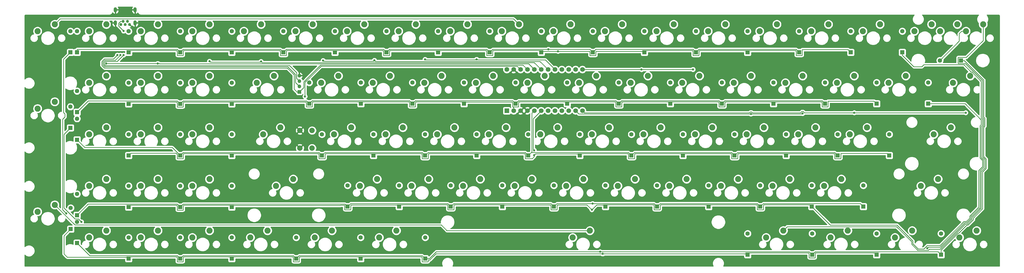
<source format=gbr>
%TF.GenerationSoftware,KiCad,Pcbnew,(5.1.7)-1*%
%TF.CreationDate,2021-02-06T20:18:09+07:00*%
%TF.ProjectId,bevi,62657669-2e6b-4696-9361-645f70636258,rev?*%
%TF.SameCoordinates,Original*%
%TF.FileFunction,Copper,L1,Top*%
%TF.FilePolarity,Positive*%
%FSLAX46Y46*%
G04 Gerber Fmt 4.6, Leading zero omitted, Abs format (unit mm)*
G04 Created by KiCad (PCBNEW (5.1.7)-1) date 2021-02-06 20:18:09*
%MOMM*%
%LPD*%
G01*
G04 APERTURE LIST*
%TA.AperFunction,ComponentPad*%
%ADD10C,2.000000*%
%TD*%
%TA.AperFunction,ComponentPad*%
%ADD11O,1.350000X1.350000*%
%TD*%
%TA.AperFunction,ComponentPad*%
%ADD12R,1.350000X1.350000*%
%TD*%
%TA.AperFunction,ComponentPad*%
%ADD13C,1.752600*%
%TD*%
%TA.AperFunction,ComponentPad*%
%ADD14R,1.752600X1.752600*%
%TD*%
%TA.AperFunction,ComponentPad*%
%ADD15O,1.200000X1.900000*%
%TD*%
%TA.AperFunction,ComponentPad*%
%ADD16C,1.100000*%
%TD*%
%TA.AperFunction,ComponentPad*%
%ADD17C,2.250000*%
%TD*%
%TA.AperFunction,ComponentPad*%
%ADD18R,1.600000X1.600000*%
%TD*%
%TA.AperFunction,ComponentPad*%
%ADD19C,1.600000*%
%TD*%
%TA.AperFunction,ViaPad*%
%ADD20C,0.800000*%
%TD*%
%TA.AperFunction,Conductor*%
%ADD21C,0.250000*%
%TD*%
%TA.AperFunction,Conductor*%
%ADD22C,0.254000*%
%TD*%
%TA.AperFunction,Conductor*%
%ADD23C,0.100000*%
%TD*%
G04 APERTURE END LIST*
D10*
%TO.P,SW1,1*%
%TO.N,GND*%
X122062500Y-78218750D03*
%TO.P,SW1,2*%
%TO.N,rst*%
X126562500Y-78218750D03*
%TO.P,SW1,1*%
%TO.N,GND*%
X122062500Y-71718750D03*
%TO.P,SW1,2*%
%TO.N,rst*%
X126562500Y-71718750D03*
%TD*%
D11*
%TO.P,J2,4*%
%TO.N,GND*%
X121875000Y-51468750D03*
%TO.P,J2,3*%
%TO.N,data+*%
X121875000Y-53468750D03*
%TO.P,J2,2*%
%TO.N,data-*%
X121875000Y-55468750D03*
D12*
%TO.P,J2,1*%
%TO.N,VCC*%
X121875000Y-57468750D03*
%TD*%
D13*
%TO.P,U1,24*%
%TO.N,Net-(U1-Pad24)*%
X198467500Y-49192500D03*
%TO.P,U1,12*%
%TO.N,col7*%
X226407500Y-64432500D03*
%TO.P,U1,23*%
%TO.N,GND*%
X201007500Y-49192500D03*
%TO.P,U1,22*%
%TO.N,rst*%
X203547500Y-49192500D03*
%TO.P,U1,21*%
%TO.N,VCC*%
X206087500Y-49192500D03*
%TO.P,U1,20*%
%TO.N,col0*%
X208627500Y-49192500D03*
%TO.P,U1,19*%
%TO.N,col1*%
X211167500Y-49192500D03*
%TO.P,U1,18*%
%TO.N,col2*%
X213707500Y-49192500D03*
%TO.P,U1,17*%
%TO.N,col3*%
X216247500Y-49192500D03*
%TO.P,U1,16*%
%TO.N,col4*%
X218787500Y-49192500D03*
%TO.P,U1,15*%
%TO.N,row0*%
X221327500Y-49192500D03*
%TO.P,U1,14*%
%TO.N,row1*%
X223867500Y-49192500D03*
%TO.P,U1,13*%
%TO.N,col5*%
X226407500Y-49192500D03*
%TO.P,U1,11*%
%TO.N,col6*%
X223867500Y-64432500D03*
%TO.P,U1,10*%
%TO.N,row9*%
X221327500Y-64432500D03*
%TO.P,U1,9*%
%TO.N,row8*%
X218787500Y-64432500D03*
%TO.P,U1,8*%
%TO.N,row7*%
X216247500Y-64432500D03*
%TO.P,U1,7*%
%TO.N,row6*%
X213707500Y-64432500D03*
%TO.P,U1,6*%
%TO.N,row5*%
X211167500Y-64432500D03*
%TO.P,U1,5*%
%TO.N,row4*%
X208627500Y-64432500D03*
%TO.P,U1,4*%
%TO.N,GND*%
X206087500Y-64432500D03*
%TO.P,U1,3*%
X203547500Y-64432500D03*
%TO.P,U1,2*%
%TO.N,row3*%
X201007500Y-64432500D03*
D14*
%TO.P,U1,1*%
%TO.N,row2*%
X198467500Y-64432500D03*
%TD*%
D15*
%TO.P,J1,6*%
%TO.N,GND*%
X61212500Y-31968750D03*
X53912500Y-31968750D03*
D16*
%TO.P,J1,1*%
%TO.N,VCC*%
X55962500Y-32568750D03*
%TO.P,J1,2*%
%TO.N,data-*%
X56762500Y-31368750D03*
%TO.P,J1,3*%
%TO.N,data+*%
X57562500Y-32568750D03*
%TO.P,J1,4*%
%TO.N,Net-(J1-Pad4)*%
X58362500Y-31368750D03*
%TO.P,J1,5*%
%TO.N,GND*%
X59162500Y-32568750D03*
D15*
%TO.P,J1,6*%
X53912500Y-27148750D03*
X61212500Y-27148750D03*
%TD*%
D17*
%TO.P,MX_0_1,2*%
%TO.N,col1*%
X88658750Y-32513750D03*
%TO.P,MX_0_1,1*%
%TO.N,Net-(D1-Pad2)*%
X82308750Y-35053750D03*
%TD*%
D18*
%TO.P,D85,1*%
%TO.N,row8*%
X366243750Y-45843750D03*
D19*
%TO.P,D85,2*%
%TO.N,Net-(D85-Pad2)*%
X358443750Y-45843750D03*
%TD*%
D17*
%TO.P,MX_9_7_1,2*%
%TO.N,col7*%
X355358750Y-32513750D03*
%TO.P,MX_9_7_1,1*%
%TO.N,Net-(D97-Pad2)*%
X349008750Y-35053750D03*
%TD*%
%TO.P,MX_8_5,2*%
%TO.N,col5*%
X374408750Y-32513750D03*
%TO.P,MX_8_5,1*%
%TO.N,Net-(D85-Pad2)*%
X368058750Y-35053750D03*
%TD*%
D18*
%TO.P,D97,1*%
%TO.N,row9*%
X344550000Y-42862500D03*
D19*
%TO.P,D97,2*%
%TO.N,Net-(D97-Pad2)*%
X344550000Y-35062500D03*
%TD*%
D18*
%TO.P,D96,1*%
%TO.N,row9*%
X335062500Y-117618750D03*
D19*
%TO.P,D96,2*%
%TO.N,Net-(D96-Pad2)*%
X335062500Y-109818750D03*
%TD*%
D18*
%TO.P,D95,1*%
%TO.N,row9*%
X287437500Y-117618750D03*
D19*
%TO.P,D95,2*%
%TO.N,Net-(D95-Pad2)*%
X287437500Y-109818750D03*
%TD*%
D18*
%TO.P,D94,1*%
%TO.N,row9*%
X37312500Y-42862500D03*
D19*
%TO.P,D94,2*%
%TO.N,Net-(D94-Pad2)*%
X37312500Y-35062500D03*
%TD*%
D18*
%TO.P,D93,1*%
%TO.N,row9*%
X37406250Y-108150000D03*
D19*
%TO.P,D93,2*%
%TO.N,Net-(D93-Pad2)*%
X37406250Y-100350000D03*
%TD*%
D18*
%TO.P,D92,1*%
%TO.N,row9*%
X144525000Y-119062500D03*
D19*
%TO.P,D92,2*%
%TO.N,Net-(D92-Pad2)*%
X144525000Y-111262500D03*
%TD*%
D18*
%TO.P,D91,1*%
%TO.N,row9*%
X96900000Y-119062500D03*
D19*
%TO.P,D91,2*%
%TO.N,Net-(D91-Pad2)*%
X96900000Y-111262500D03*
%TD*%
D18*
%TO.P,D90,1*%
%TO.N,row9*%
X58800000Y-119062500D03*
D19*
%TO.P,D90,2*%
%TO.N,Net-(D90-Pad2)*%
X58800000Y-111262500D03*
%TD*%
D18*
%TO.P,D87,1*%
%TO.N,row8*%
X358875000Y-117618750D03*
D19*
%TO.P,D87,2*%
%TO.N,Net-(D87-Pad2)*%
X358875000Y-109818750D03*
%TD*%
D18*
%TO.P,D86,1*%
%TO.N,row8*%
X311250000Y-117618750D03*
D19*
%TO.P,D86,2*%
%TO.N,Net-(D86-Pad2)*%
X311250000Y-109818750D03*
%TD*%
D18*
%TO.P,D84,1*%
%TO.N,row8*%
X37312500Y-70743750D03*
D19*
%TO.P,D84,2*%
%TO.N,Net-(D84-Pad2)*%
X37312500Y-62943750D03*
%TD*%
D18*
%TO.P,D83,1*%
%TO.N,row8*%
X168337500Y-119062500D03*
D19*
%TO.P,D83,2*%
%TO.N,Net-(D83-Pad2)*%
X168337500Y-111262500D03*
%TD*%
D18*
%TO.P,D82,1*%
%TO.N,row8*%
X120712500Y-119062500D03*
D19*
%TO.P,D82,2*%
%TO.N,Net-(D82-Pad2)*%
X120712500Y-111262500D03*
%TD*%
D18*
%TO.P,D81,1*%
%TO.N,row8*%
X77850000Y-119062500D03*
D19*
%TO.P,D81,2*%
%TO.N,Net-(D81-Pad2)*%
X77850000Y-111262500D03*
%TD*%
D18*
%TO.P,D80,1*%
%TO.N,row8*%
X39750000Y-113306250D03*
D19*
%TO.P,D80,2*%
%TO.N,Net-(D80-Pad2)*%
X39750000Y-105506250D03*
%TD*%
D18*
%TO.P,D77,1*%
%TO.N,row7*%
X354131250Y-61837500D03*
D19*
%TO.P,D77,2*%
%TO.N,Net-(D77-Pad2)*%
X354131250Y-54037500D03*
%TD*%
D18*
%TO.P,D76,1*%
%TO.N,row7*%
X311137500Y-99843750D03*
D19*
%TO.P,D76,2*%
%TO.N,Net-(D76-Pad2)*%
X311137500Y-92043750D03*
%TD*%
D18*
%TO.P,D75,1*%
%TO.N,row7*%
X273037500Y-99843750D03*
D19*
%TO.P,D75,2*%
%TO.N,Net-(D75-Pad2)*%
X273037500Y-92043750D03*
%TD*%
D18*
%TO.P,D74,1*%
%TO.N,row7*%
X234937500Y-99843750D03*
D19*
%TO.P,D74,2*%
%TO.N,Net-(D74-Pad2)*%
X234937500Y-92043750D03*
%TD*%
D18*
%TO.P,D73,1*%
%TO.N,row7*%
X196837500Y-99843750D03*
D19*
%TO.P,D73,2*%
%TO.N,Net-(D73-Pad2)*%
X196837500Y-92043750D03*
%TD*%
D18*
%TO.P,D72,1*%
%TO.N,row7*%
X158737500Y-99843750D03*
D19*
%TO.P,D72,2*%
%TO.N,Net-(D72-Pad2)*%
X158737500Y-92043750D03*
%TD*%
D18*
%TO.P,D71,1*%
%TO.N,row7*%
X96900000Y-100012500D03*
D19*
%TO.P,D71,2*%
%TO.N,Net-(D71-Pad2)*%
X96900000Y-92212500D03*
%TD*%
D18*
%TO.P,D70,1*%
%TO.N,row7*%
X58800000Y-100012500D03*
D19*
%TO.P,D70,2*%
%TO.N,Net-(D70-Pad2)*%
X58800000Y-92212500D03*
%TD*%
D18*
%TO.P,D67,1*%
%TO.N,row6*%
X330187500Y-99843750D03*
D19*
%TO.P,D67,2*%
%TO.N,Net-(D67-Pad2)*%
X330187500Y-92043750D03*
%TD*%
D18*
%TO.P,D66,1*%
%TO.N,row6*%
X292087500Y-99843750D03*
D19*
%TO.P,D66,2*%
%TO.N,Net-(D66-Pad2)*%
X292087500Y-92043750D03*
%TD*%
D18*
%TO.P,D65,1*%
%TO.N,row6*%
X253987500Y-99843750D03*
D19*
%TO.P,D65,2*%
%TO.N,Net-(D65-Pad2)*%
X253987500Y-92043750D03*
%TD*%
D18*
%TO.P,D64,1*%
%TO.N,row6*%
X215887500Y-99843750D03*
D19*
%TO.P,D64,2*%
%TO.N,Net-(D64-Pad2)*%
X215887500Y-92043750D03*
%TD*%
D18*
%TO.P,D63,1*%
%TO.N,row6*%
X177787500Y-99843750D03*
D19*
%TO.P,D63,2*%
%TO.N,Net-(D63-Pad2)*%
X177787500Y-92043750D03*
%TD*%
D18*
%TO.P,D62,1*%
%TO.N,row6*%
X139687500Y-99843750D03*
D19*
%TO.P,D62,2*%
%TO.N,Net-(D62-Pad2)*%
X139687500Y-92043750D03*
%TD*%
D18*
%TO.P,D61,1*%
%TO.N,row6*%
X77850000Y-100012500D03*
D19*
%TO.P,D61,2*%
%TO.N,Net-(D61-Pad2)*%
X77850000Y-92212500D03*
%TD*%
D18*
%TO.P,D60,1*%
%TO.N,row6*%
X39750000Y-102993750D03*
D19*
%TO.P,D60,2*%
%TO.N,Net-(D60-Pad2)*%
X39750000Y-95193750D03*
%TD*%
D18*
%TO.P,D57,1*%
%TO.N,row5*%
X339768750Y-80962500D03*
D19*
%TO.P,D57,2*%
%TO.N,Net-(D57-Pad2)*%
X339768750Y-73162500D03*
%TD*%
D18*
%TO.P,D56,1*%
%TO.N,row5*%
X301668750Y-80962500D03*
D19*
%TO.P,D56,2*%
%TO.N,Net-(D56-Pad2)*%
X301668750Y-73162500D03*
%TD*%
D18*
%TO.P,D55,1*%
%TO.N,row5*%
X263568750Y-80962500D03*
D19*
%TO.P,D55,2*%
%TO.N,Net-(D55-Pad2)*%
X263568750Y-73162500D03*
%TD*%
D18*
%TO.P,D54,1*%
%TO.N,row5*%
X225468750Y-80962500D03*
D19*
%TO.P,D54,2*%
%TO.N,Net-(D54-Pad2)*%
X225468750Y-73162500D03*
%TD*%
D18*
%TO.P,D53,1*%
%TO.N,row5*%
X187368750Y-80962500D03*
D19*
%TO.P,D53,2*%
%TO.N,Net-(D53-Pad2)*%
X187368750Y-73162500D03*
%TD*%
D18*
%TO.P,D52,1*%
%TO.N,row5*%
X149268750Y-80962500D03*
D19*
%TO.P,D52,2*%
%TO.N,Net-(D52-Pad2)*%
X149268750Y-73162500D03*
%TD*%
D18*
%TO.P,D51,1*%
%TO.N,row5*%
X96900000Y-80962500D03*
D19*
%TO.P,D51,2*%
%TO.N,Net-(D51-Pad2)*%
X96900000Y-73162500D03*
%TD*%
D18*
%TO.P,D50,1*%
%TO.N,row5*%
X58800000Y-80962500D03*
D19*
%TO.P,D50,2*%
%TO.N,Net-(D50-Pad2)*%
X58800000Y-73162500D03*
%TD*%
D18*
%TO.P,D47,1*%
%TO.N,row4*%
X320718750Y-80962500D03*
D19*
%TO.P,D47,2*%
%TO.N,Net-(D47-Pad2)*%
X320718750Y-73162500D03*
%TD*%
D18*
%TO.P,D46,1*%
%TO.N,row4*%
X282618750Y-80962500D03*
D19*
%TO.P,D46,2*%
%TO.N,Net-(D46-Pad2)*%
X282618750Y-73162500D03*
%TD*%
D18*
%TO.P,D45,1*%
%TO.N,row4*%
X244518750Y-80962500D03*
D19*
%TO.P,D45,2*%
%TO.N,Net-(D45-Pad2)*%
X244518750Y-73162500D03*
%TD*%
D18*
%TO.P,D44,1*%
%TO.N,row4*%
X206418750Y-80962500D03*
D19*
%TO.P,D44,2*%
%TO.N,Net-(D44-Pad2)*%
X206418750Y-73162500D03*
%TD*%
D18*
%TO.P,D43,1*%
%TO.N,row4*%
X168318750Y-80962500D03*
D19*
%TO.P,D43,2*%
%TO.N,Net-(D43-Pad2)*%
X168318750Y-73162500D03*
%TD*%
D18*
%TO.P,D42,1*%
%TO.N,row4*%
X130218750Y-80962500D03*
D19*
%TO.P,D42,2*%
%TO.N,Net-(D42-Pad2)*%
X130218750Y-73162500D03*
%TD*%
D18*
%TO.P,D41,1*%
%TO.N,row4*%
X77850000Y-80962500D03*
D19*
%TO.P,D41,2*%
%TO.N,Net-(D41-Pad2)*%
X77850000Y-73162500D03*
%TD*%
D18*
%TO.P,D40,1*%
%TO.N,row4*%
X39750000Y-75150000D03*
D19*
%TO.P,D40,2*%
%TO.N,Net-(D40-Pad2)*%
X39750000Y-67350000D03*
%TD*%
D18*
%TO.P,D37,1*%
%TO.N,row3*%
X335081250Y-61837500D03*
D19*
%TO.P,D37,2*%
%TO.N,Net-(D37-Pad2)*%
X335081250Y-54037500D03*
%TD*%
D18*
%TO.P,D36,1*%
%TO.N,row3*%
X296981250Y-61837500D03*
D19*
%TO.P,D36,2*%
%TO.N,Net-(D36-Pad2)*%
X296981250Y-54037500D03*
%TD*%
D18*
%TO.P,D35,1*%
%TO.N,row3*%
X258881250Y-61837500D03*
D19*
%TO.P,D35,2*%
%TO.N,Net-(D35-Pad2)*%
X258881250Y-54037500D03*
%TD*%
D18*
%TO.P,D34,1*%
%TO.N,row3*%
X220781250Y-61837500D03*
D19*
%TO.P,D34,2*%
%TO.N,Net-(D34-Pad2)*%
X220781250Y-54037500D03*
%TD*%
D18*
%TO.P,D33,1*%
%TO.N,row3*%
X182681250Y-61837500D03*
D19*
%TO.P,D33,2*%
%TO.N,Net-(D33-Pad2)*%
X182681250Y-54037500D03*
%TD*%
D18*
%TO.P,D32,1*%
%TO.N,row3*%
X144581250Y-61837500D03*
D19*
%TO.P,D32,2*%
%TO.N,Net-(D32-Pad2)*%
X144581250Y-54037500D03*
%TD*%
D18*
%TO.P,D31,1*%
%TO.N,row3*%
X96900000Y-61912500D03*
D19*
%TO.P,D31,2*%
%TO.N,Net-(D31-Pad2)*%
X96900000Y-54112500D03*
%TD*%
D18*
%TO.P,D30,1*%
%TO.N,row3*%
X58800000Y-61912500D03*
D19*
%TO.P,D30,2*%
%TO.N,Net-(D30-Pad2)*%
X58800000Y-54112500D03*
%TD*%
D18*
%TO.P,D27,1*%
%TO.N,row2*%
X316031250Y-61837500D03*
D19*
%TO.P,D27,2*%
%TO.N,Net-(D27-Pad2)*%
X316031250Y-54037500D03*
%TD*%
D18*
%TO.P,D26,1*%
%TO.N,row2*%
X277931250Y-61837500D03*
D19*
%TO.P,D26,2*%
%TO.N,Net-(D26-Pad2)*%
X277931250Y-54037500D03*
%TD*%
D18*
%TO.P,D25,1*%
%TO.N,row2*%
X239831250Y-61837500D03*
D19*
%TO.P,D25,2*%
%TO.N,Net-(D25-Pad2)*%
X239831250Y-54037500D03*
%TD*%
D18*
%TO.P,D24,1*%
%TO.N,row2*%
X201731250Y-61837500D03*
D19*
%TO.P,D24,2*%
%TO.N,Net-(D24-Pad2)*%
X201731250Y-54037500D03*
%TD*%
D18*
%TO.P,D23,1*%
%TO.N,row2*%
X163631250Y-61837500D03*
D19*
%TO.P,D23,2*%
%TO.N,Net-(D23-Pad2)*%
X163631250Y-54037500D03*
%TD*%
D18*
%TO.P,D22,1*%
%TO.N,row2*%
X125531250Y-61837500D03*
D19*
%TO.P,D22,2*%
%TO.N,Net-(D22-Pad2)*%
X125531250Y-54037500D03*
%TD*%
D18*
%TO.P,D21,1*%
%TO.N,row2*%
X77850000Y-61912500D03*
D19*
%TO.P,D21,2*%
%TO.N,Net-(D21-Pad2)*%
X77850000Y-54112500D03*
%TD*%
D18*
%TO.P,D20,1*%
%TO.N,row2*%
X39750000Y-64962500D03*
D19*
%TO.P,D20,2*%
%TO.N,Net-(D20-Pad2)*%
X39750000Y-57162500D03*
%TD*%
D18*
%TO.P,D17,1*%
%TO.N,row1*%
X325500000Y-42862500D03*
D19*
%TO.P,D17,2*%
%TO.N,Net-(D17-Pad2)*%
X325500000Y-35062500D03*
%TD*%
D18*
%TO.P,D16,1*%
%TO.N,row1*%
X287400000Y-42862500D03*
D19*
%TO.P,D16,2*%
%TO.N,Net-(D16-Pad2)*%
X287400000Y-35062500D03*
%TD*%
D18*
%TO.P,D15,1*%
%TO.N,row1*%
X249300000Y-42862500D03*
D19*
%TO.P,D15,2*%
%TO.N,Net-(D15-Pad2)*%
X249300000Y-35062500D03*
%TD*%
D18*
%TO.P,D14,1*%
%TO.N,row1*%
X211200000Y-42862500D03*
D19*
%TO.P,D14,2*%
%TO.N,Net-(D14-Pad2)*%
X211200000Y-35062500D03*
%TD*%
D18*
%TO.P,D13,1*%
%TO.N,row1*%
X173100000Y-42862500D03*
D19*
%TO.P,D13,2*%
%TO.N,Net-(D13-Pad2)*%
X173100000Y-35062500D03*
%TD*%
D18*
%TO.P,D12,1*%
%TO.N,row1*%
X135000000Y-42862500D03*
D19*
%TO.P,D12,2*%
%TO.N,Net-(D12-Pad2)*%
X135000000Y-35062500D03*
%TD*%
D18*
%TO.P,D11,1*%
%TO.N,row1*%
X96900000Y-42862500D03*
D19*
%TO.P,D11,2*%
%TO.N,Net-(D11-Pad2)*%
X96900000Y-35062500D03*
%TD*%
D18*
%TO.P,D10,1*%
%TO.N,row1*%
X58800000Y-42862500D03*
D19*
%TO.P,D10,2*%
%TO.N,Net-(D10-Pad2)*%
X58800000Y-35062500D03*
%TD*%
D18*
%TO.P,D7,1*%
%TO.N,row0*%
X306450000Y-42862500D03*
D19*
%TO.P,D7,2*%
%TO.N,Net-(D7-Pad2)*%
X306450000Y-35062500D03*
%TD*%
D18*
%TO.P,D6,1*%
%TO.N,row0*%
X268350000Y-42862500D03*
D19*
%TO.P,D6,2*%
%TO.N,Net-(D6-Pad2)*%
X268350000Y-35062500D03*
%TD*%
D18*
%TO.P,D5,1*%
%TO.N,row0*%
X230250000Y-42862500D03*
D19*
%TO.P,D5,2*%
%TO.N,Net-(D5-Pad2)*%
X230250000Y-35062500D03*
%TD*%
D18*
%TO.P,D4,1*%
%TO.N,row0*%
X192150000Y-42862500D03*
D19*
%TO.P,D4,2*%
%TO.N,Net-(D4-Pad2)*%
X192150000Y-35062500D03*
%TD*%
D18*
%TO.P,D3,1*%
%TO.N,row0*%
X154050000Y-42862500D03*
D19*
%TO.P,D3,2*%
%TO.N,Net-(D3-Pad2)*%
X154050000Y-35062500D03*
%TD*%
D18*
%TO.P,D2,1*%
%TO.N,row0*%
X115950000Y-42862500D03*
D19*
%TO.P,D2,2*%
%TO.N,Net-(D2-Pad2)*%
X115950000Y-35062500D03*
%TD*%
D18*
%TO.P,D1,1*%
%TO.N,row0*%
X77850000Y-42862500D03*
D19*
%TO.P,D1,2*%
%TO.N,Net-(D1-Pad2)*%
X77850000Y-35062500D03*
%TD*%
D18*
%TO.P,D0,1*%
%TO.N,row0*%
X39750000Y-42862500D03*
D19*
%TO.P,D0,2*%
%TO.N,Net-(D0-Pad2)*%
X39750000Y-35062500D03*
%TD*%
D17*
%TO.P,MX_5_1,2*%
%TO.N,col1*%
X114852500Y-70613750D03*
%TO.P,MX_5_1,1*%
%TO.N,Net-(D51-Pad2)*%
X108502500Y-73153750D03*
%TD*%
%TO.P,MX_9_7,2*%
%TO.N,col7*%
X364883750Y-32513750D03*
%TO.P,MX_9_7,1*%
%TO.N,Net-(D97-Pad2)*%
X358533750Y-35053750D03*
%TD*%
%TO.P,MX_9_6,2*%
%TO.N,col6*%
X348215000Y-108713750D03*
%TO.P,MX_9_6,1*%
%TO.N,Net-(D96-Pad2)*%
X341865000Y-111253750D03*
%TD*%
%TO.P,MX_9_5,2*%
%TO.N,col5*%
X300590000Y-108713750D03*
%TO.P,MX_9_5,1*%
%TO.N,Net-(D95-Pad2)*%
X294240000Y-111253750D03*
%TD*%
%TO.P,MX_9_4,2*%
%TO.N,col4*%
X31508750Y-32513750D03*
%TO.P,MX_9_4,1*%
%TO.N,Net-(D94-Pad2)*%
X25158750Y-35053750D03*
%TD*%
%TO.P,MX_9_3,2*%
%TO.N,col3*%
X31508750Y-99188750D03*
%TO.P,MX_9_3,1*%
%TO.N,Net-(D93-Pad2)*%
X25158750Y-101728750D03*
%TD*%
%TO.P,MX_9_2,2*%
%TO.N,col2*%
X157715000Y-108713750D03*
%TO.P,MX_9_2,1*%
%TO.N,Net-(D92-Pad2)*%
X151365000Y-111253750D03*
%TD*%
%TO.P,MX_9_1,2*%
%TO.N,col1*%
X110090000Y-108713750D03*
%TO.P,MX_9_1,1*%
%TO.N,Net-(D91-Pad2)*%
X103740000Y-111253750D03*
%TD*%
%TO.P,MX_9_0,2*%
%TO.N,col0*%
X69608750Y-108713750D03*
%TO.P,MX_9_0,1*%
%TO.N,Net-(D90-Pad2)*%
X63258750Y-111253750D03*
%TD*%
%TO.P,MX_8_7,2*%
%TO.N,col7*%
X372027500Y-108713750D03*
%TO.P,MX_8_7,1*%
%TO.N,Net-(D87-Pad2)*%
X365677500Y-111253750D03*
%TD*%
%TO.P,MX_8_6,2*%
%TO.N,col6*%
X324402500Y-108713750D03*
%TO.P,MX_8_6,1*%
%TO.N,Net-(D86-Pad2)*%
X318052500Y-111253750D03*
%TD*%
%TO.P,MX_8_4,2*%
%TO.N,col4*%
X31508750Y-61088750D03*
%TO.P,MX_8_4,1*%
%TO.N,Net-(D84-Pad2)*%
X25158750Y-63628750D03*
%TD*%
%TO.P,MX_8_3,2*%
%TO.N,col3*%
X229152500Y-108713750D03*
%TO.P,MX_8_3,1*%
%TO.N,Net-(D83-Pad2)*%
X222802500Y-111253750D03*
%TD*%
%TO.P,MX_8_2,2*%
%TO.N,col2*%
X133902500Y-108713750D03*
%TO.P,MX_8_2,1*%
%TO.N,Net-(D82-Pad2)*%
X127552500Y-111253750D03*
%TD*%
%TO.P,MX_8_1,2*%
%TO.N,col1*%
X88658750Y-108713750D03*
%TO.P,MX_8_1,1*%
%TO.N,Net-(D81-Pad2)*%
X82308750Y-111253750D03*
%TD*%
%TO.P,MX_8_0,2*%
%TO.N,col0*%
X50558750Y-108713750D03*
%TO.P,MX_8_0,1*%
%TO.N,Net-(D80-Pad2)*%
X44208750Y-111253750D03*
%TD*%
%TO.P,MX_7_7,2*%
%TO.N,col7*%
X369646250Y-51563750D03*
%TO.P,MX_7_7,1*%
%TO.N,Net-(D77-Pad2)*%
X363296250Y-54103750D03*
%TD*%
%TO.P,MX_7_6,2*%
%TO.N,col6*%
X322021250Y-89663750D03*
%TO.P,MX_7_6,1*%
%TO.N,Net-(D76-Pad2)*%
X315671250Y-92203750D03*
%TD*%
%TO.P,MX_7_5,2*%
%TO.N,col5*%
X283921250Y-89663750D03*
%TO.P,MX_7_5,1*%
%TO.N,Net-(D75-Pad2)*%
X277571250Y-92203750D03*
%TD*%
%TO.P,MX_7_4,2*%
%TO.N,col4*%
X245821250Y-89663750D03*
%TO.P,MX_7_4,1*%
%TO.N,Net-(D74-Pad2)*%
X239471250Y-92203750D03*
%TD*%
%TO.P,MX_7_3,2*%
%TO.N,col3*%
X207721250Y-89663750D03*
%TO.P,MX_7_3,1*%
%TO.N,Net-(D73-Pad2)*%
X201371250Y-92203750D03*
%TD*%
%TO.P,MX_7_2,2*%
%TO.N,col2*%
X169621250Y-89663750D03*
%TO.P,MX_7_2,1*%
%TO.N,Net-(D72-Pad2)*%
X163271250Y-92203750D03*
%TD*%
%TO.P,MX_7_1,2*%
%TO.N,col1*%
X119615000Y-89663750D03*
%TO.P,MX_7_1,1*%
%TO.N,Net-(D71-Pad2)*%
X113265000Y-92203750D03*
%TD*%
%TO.P,MX_7_0,2*%
%TO.N,col0*%
X69608750Y-89663750D03*
%TO.P,MX_7_0,1*%
%TO.N,Net-(D70-Pad2)*%
X63258750Y-92203750D03*
%TD*%
%TO.P,MX_6_7,2*%
%TO.N,col7*%
X357740000Y-89663750D03*
%TO.P,MX_6_7,1*%
%TO.N,Net-(D67-Pad2)*%
X351390000Y-92203750D03*
%TD*%
%TO.P,MX_6_6,2*%
%TO.N,col6*%
X302971250Y-89663750D03*
%TO.P,MX_6_6,1*%
%TO.N,Net-(D66-Pad2)*%
X296621250Y-92203750D03*
%TD*%
%TO.P,MX_6_5,2*%
%TO.N,col5*%
X264871250Y-89663750D03*
%TO.P,MX_6_5,1*%
%TO.N,Net-(D65-Pad2)*%
X258521250Y-92203750D03*
%TD*%
%TO.P,MX_6_4,2*%
%TO.N,col4*%
X226771250Y-89663750D03*
%TO.P,MX_6_4,1*%
%TO.N,Net-(D64-Pad2)*%
X220421250Y-92203750D03*
%TD*%
%TO.P,MX_6_3,2*%
%TO.N,col3*%
X188671250Y-89663750D03*
%TO.P,MX_6_3,1*%
%TO.N,Net-(D63-Pad2)*%
X182321250Y-92203750D03*
%TD*%
%TO.P,MX_6_2,2*%
%TO.N,col2*%
X150571250Y-89663750D03*
%TO.P,MX_6_2,1*%
%TO.N,Net-(D62-Pad2)*%
X144221250Y-92203750D03*
%TD*%
%TO.P,MX_6_1,2*%
%TO.N,col1*%
X88658750Y-89663750D03*
%TO.P,MX_6_1,1*%
%TO.N,Net-(D61-Pad2)*%
X82308750Y-92203750D03*
%TD*%
%TO.P,MX_6_0,2*%
%TO.N,col0*%
X50558750Y-89663750D03*
%TO.P,MX_6_0,1*%
%TO.N,Net-(D60-Pad2)*%
X44208750Y-92203750D03*
%TD*%
%TO.P,MX_5_7,2*%
%TO.N,col7*%
X362502500Y-70613750D03*
%TO.P,MX_5_7,1*%
%TO.N,Net-(D57-Pad2)*%
X356152500Y-73153750D03*
%TD*%
%TO.P,MX_5_6,2*%
%TO.N,col6*%
X312496250Y-70613750D03*
%TO.P,MX_5_6,1*%
%TO.N,Net-(D56-Pad2)*%
X306146250Y-73153750D03*
%TD*%
%TO.P,MX_5_5,2*%
%TO.N,col5*%
X274396250Y-70613750D03*
%TO.P,MX_5_5,1*%
%TO.N,Net-(D55-Pad2)*%
X268046250Y-73153750D03*
%TD*%
%TO.P,MX_5_4,2*%
%TO.N,col4*%
X236296250Y-70613750D03*
%TO.P,MX_5_4,1*%
%TO.N,Net-(D54-Pad2)*%
X229946250Y-73153750D03*
%TD*%
%TO.P,MX_5_3,2*%
%TO.N,col3*%
X198196250Y-70613750D03*
%TO.P,MX_5_3,1*%
%TO.N,Net-(D53-Pad2)*%
X191846250Y-73153750D03*
%TD*%
%TO.P,MX_5_2,2*%
%TO.N,col2*%
X160096250Y-70613750D03*
%TO.P,MX_5_2,1*%
%TO.N,Net-(D52-Pad2)*%
X153746250Y-73153750D03*
%TD*%
%TO.P,MX_5_0,2*%
%TO.N,col0*%
X69608750Y-70613750D03*
%TO.P,MX_5_0,1*%
%TO.N,Net-(D50-Pad2)*%
X63258750Y-73153750D03*
%TD*%
%TO.P,MX_4_7,2*%
%TO.N,col7*%
X331546250Y-70613750D03*
%TO.P,MX_4_7,1*%
%TO.N,Net-(D47-Pad2)*%
X325196250Y-73153750D03*
%TD*%
%TO.P,MX_4_6,2*%
%TO.N,col6*%
X293446250Y-70613750D03*
%TO.P,MX_4_6,1*%
%TO.N,Net-(D46-Pad2)*%
X287096250Y-73153750D03*
%TD*%
%TO.P,MX_4_5,2*%
%TO.N,col5*%
X255346250Y-70613750D03*
%TO.P,MX_4_5,1*%
%TO.N,Net-(D45-Pad2)*%
X248996250Y-73153750D03*
%TD*%
%TO.P,MX_4_4,2*%
%TO.N,col4*%
X217246250Y-70613750D03*
%TO.P,MX_4_4,1*%
%TO.N,Net-(D44-Pad2)*%
X210896250Y-73153750D03*
%TD*%
%TO.P,MX_4_3,2*%
%TO.N,col3*%
X179146250Y-70613750D03*
%TO.P,MX_4_3,1*%
%TO.N,Net-(D43-Pad2)*%
X172796250Y-73153750D03*
%TD*%
%TO.P,MX_4_2,2*%
%TO.N,col2*%
X141046250Y-70613750D03*
%TO.P,MX_4_2,1*%
%TO.N,Net-(D42-Pad2)*%
X134696250Y-73153750D03*
%TD*%
%TO.P,MX_4_1,2*%
%TO.N,col1*%
X88658750Y-70613750D03*
%TO.P,MX_4_1,1*%
%TO.N,Net-(D41-Pad2)*%
X82308750Y-73153750D03*
%TD*%
%TO.P,MX_4_0,2*%
%TO.N,col0*%
X50558750Y-70613750D03*
%TO.P,MX_4_0,1*%
%TO.N,Net-(D40-Pad2)*%
X44208750Y-73153750D03*
%TD*%
%TO.P,MX_3_7,2*%
%TO.N,col7*%
X345833750Y-51563750D03*
%TO.P,MX_3_7,1*%
%TO.N,Net-(D37-Pad2)*%
X339483750Y-54103750D03*
%TD*%
%TO.P,MX_3_6,2*%
%TO.N,col6*%
X307733750Y-51563750D03*
%TO.P,MX_3_6,1*%
%TO.N,Net-(D36-Pad2)*%
X301383750Y-54103750D03*
%TD*%
%TO.P,MX_3_5,2*%
%TO.N,col5*%
X269633750Y-51563750D03*
%TO.P,MX_3_5,1*%
%TO.N,Net-(D35-Pad2)*%
X263283750Y-54103750D03*
%TD*%
%TO.P,MX_3_4,1*%
%TO.N,Net-(D34-Pad2)*%
X225183750Y-54103750D03*
%TO.P,MX_3_4,2*%
%TO.N,col4*%
X231533750Y-51563750D03*
%TD*%
%TO.P,MX_3_3,2*%
%TO.N,col3*%
X193433750Y-51563750D03*
%TO.P,MX_3_3,1*%
%TO.N,Net-(D33-Pad2)*%
X187083750Y-54103750D03*
%TD*%
%TO.P,MX_3_2,2*%
%TO.N,col2*%
X155333750Y-51563750D03*
%TO.P,MX_3_2,1*%
%TO.N,Net-(D32-Pad2)*%
X148983750Y-54103750D03*
%TD*%
%TO.P,MX_3_1,2*%
%TO.N,col1*%
X112471250Y-51563750D03*
%TO.P,MX_3_1,1*%
%TO.N,Net-(D31-Pad2)*%
X106121250Y-54103750D03*
%TD*%
%TO.P,MX_3_0,2*%
%TO.N,col0*%
X69608750Y-51563750D03*
%TO.P,MX_3_0,1*%
%TO.N,Net-(D30-Pad2)*%
X63258750Y-54103750D03*
%TD*%
%TO.P,MX_2_7,2*%
%TO.N,col7*%
X326783750Y-51563750D03*
%TO.P,MX_2_7,1*%
%TO.N,Net-(D27-Pad2)*%
X320433750Y-54103750D03*
%TD*%
%TO.P,MX_2_6,2*%
%TO.N,col6*%
X288683750Y-51563750D03*
%TO.P,MX_2_6,1*%
%TO.N,Net-(D26-Pad2)*%
X282333750Y-54103750D03*
%TD*%
%TO.P,MX_2_5,2*%
%TO.N,col5*%
X250583750Y-51563750D03*
%TO.P,MX_2_5,1*%
%TO.N,Net-(D25-Pad2)*%
X244233750Y-54103750D03*
%TD*%
%TO.P,MX_2_4,2*%
%TO.N,col4*%
X212483750Y-51563750D03*
%TO.P,MX_2_4,1*%
%TO.N,Net-(D24-Pad2)*%
X206133750Y-54103750D03*
%TD*%
%TO.P,MX_2_3,2*%
%TO.N,col3*%
X174383750Y-51563750D03*
%TO.P,MX_2_3,1*%
%TO.N,Net-(D23-Pad2)*%
X168033750Y-54103750D03*
%TD*%
%TO.P,MX_2_2,2*%
%TO.N,col2*%
X136283750Y-51563750D03*
%TO.P,MX_2_2,1*%
%TO.N,Net-(D22-Pad2)*%
X129933750Y-54103750D03*
%TD*%
%TO.P,MX_2_1,2*%
%TO.N,col1*%
X88658750Y-51563750D03*
%TO.P,MX_2_1,1*%
%TO.N,Net-(D21-Pad2)*%
X82308750Y-54103750D03*
%TD*%
%TO.P,MX_2_0,2*%
%TO.N,col0*%
X50558750Y-51563750D03*
%TO.P,MX_2_0,1*%
%TO.N,Net-(D20-Pad2)*%
X44208750Y-54103750D03*
%TD*%
%TO.P,MX_1_7,2*%
%TO.N,col7*%
X336308750Y-32513750D03*
%TO.P,MX_1_7,1*%
%TO.N,Net-(D17-Pad2)*%
X329958750Y-35053750D03*
%TD*%
%TO.P,MX_1_6,2*%
%TO.N,col6*%
X298208750Y-32513750D03*
%TO.P,MX_1_6,1*%
%TO.N,Net-(D16-Pad2)*%
X291858750Y-35053750D03*
%TD*%
%TO.P,MX_1_5,2*%
%TO.N,col5*%
X260108750Y-32513750D03*
%TO.P,MX_1_5,1*%
%TO.N,Net-(D15-Pad2)*%
X253758750Y-35053750D03*
%TD*%
%TO.P,MX_1_4,2*%
%TO.N,col4*%
X222008750Y-32513750D03*
%TO.P,MX_1_4,1*%
%TO.N,Net-(D14-Pad2)*%
X215658750Y-35053750D03*
%TD*%
%TO.P,MX_1_3,2*%
%TO.N,col3*%
X183908750Y-32513750D03*
%TO.P,MX_1_3,1*%
%TO.N,Net-(D13-Pad2)*%
X177558750Y-35053750D03*
%TD*%
%TO.P,MX_1_2,2*%
%TO.N,col2*%
X145808750Y-32513750D03*
%TO.P,MX_1_2,1*%
%TO.N,Net-(D12-Pad2)*%
X139458750Y-35053750D03*
%TD*%
%TO.P,MX_1_1,2*%
%TO.N,col1*%
X107708750Y-32513750D03*
%TO.P,MX_1_1,1*%
%TO.N,Net-(D11-Pad2)*%
X101358750Y-35053750D03*
%TD*%
%TO.P,MX_1_0,2*%
%TO.N,col0*%
X69608750Y-32513750D03*
%TO.P,MX_1_0,1*%
%TO.N,Net-(D10-Pad2)*%
X63258750Y-35053750D03*
%TD*%
%TO.P,MX_0_7,2*%
%TO.N,col7*%
X317258750Y-32513750D03*
%TO.P,MX_0_7,1*%
%TO.N,Net-(D7-Pad2)*%
X310908750Y-35053750D03*
%TD*%
%TO.P,MX_0_6,2*%
%TO.N,col6*%
X279158750Y-32513750D03*
%TO.P,MX_0_6,1*%
%TO.N,Net-(D6-Pad2)*%
X272808750Y-35053750D03*
%TD*%
%TO.P,MX_0_5,2*%
%TO.N,col5*%
X241058750Y-32513750D03*
%TO.P,MX_0_5,1*%
%TO.N,Net-(D5-Pad2)*%
X234708750Y-35053750D03*
%TD*%
%TO.P,MX_0_4,2*%
%TO.N,col4*%
X202958750Y-32513750D03*
%TO.P,MX_0_4,1*%
%TO.N,Net-(D4-Pad2)*%
X196608750Y-35053750D03*
%TD*%
%TO.P,MX_0_3,2*%
%TO.N,col3*%
X164858750Y-32513750D03*
%TO.P,MX_0_3,1*%
%TO.N,Net-(D3-Pad2)*%
X158508750Y-35053750D03*
%TD*%
%TO.P,MX_0_2,2*%
%TO.N,col2*%
X126758750Y-32513750D03*
%TO.P,MX_0_2,1*%
%TO.N,Net-(D2-Pad2)*%
X120408750Y-35053750D03*
%TD*%
%TO.P,MX_0_0,2*%
%TO.N,col0*%
X50558750Y-32513750D03*
%TO.P,MX_0_0,1*%
%TO.N,Net-(D0-Pad2)*%
X44208750Y-35053750D03*
%TD*%
D20*
%TO.N,row0*%
X213825001Y-41737499D03*
%TO.N,row1*%
X217406250Y-42468750D03*
%TO.N,row5*%
X208593750Y-79031250D03*
X208593750Y-80812500D03*
%TO.N,row6*%
X230156251Y-98718749D03*
%TO.N,row7*%
X229874999Y-100968751D03*
%TO.N,row8*%
X232968750Y-116531250D03*
X41343750Y-105468750D03*
%TO.N,row9*%
X35812500Y-102375000D03*
X353792875Y-115232444D03*
X233906250Y-117281250D03*
%TO.N,col0*%
X50531250Y-46968750D03*
X69562500Y-46968750D03*
%TO.N,col1*%
X107708750Y-46228750D03*
X88658750Y-46153750D03*
%TO.N,col2*%
X149572500Y-45802500D03*
X130625625Y-45905625D03*
%TO.N,col3*%
X187325625Y-45455625D03*
X168285000Y-45465000D03*
%TO.N,col5*%
X267238125Y-49168125D03*
X248244375Y-49224375D03*
%TO.N,col6*%
X307696301Y-65446301D03*
X288647449Y-65633801D03*
%TO.N,col7*%
X367968750Y-65156250D03*
X326812500Y-65156250D03*
%TO.N,VCC*%
X54656250Y-43875000D03*
%TO.N,GND*%
X226500000Y-110437500D03*
%TO.N,data+*%
X56906250Y-43875000D03*
%TO.N,data-*%
X55781250Y-43875000D03*
X56949975Y-34968750D03*
%TO.N,rst*%
X123937500Y-59156250D03*
%TD*%
D21*
%TO.N,row0*%
X76724999Y-41737499D02*
X77850000Y-42862500D01*
X39825001Y-41737499D02*
X76724999Y-41737499D01*
X39750000Y-41812500D02*
X39825001Y-41737499D01*
X39750000Y-42862500D02*
X39750000Y-41812500D01*
X78975001Y-41737499D02*
X114824999Y-41737499D01*
X114824999Y-41737499D02*
X115950000Y-42862500D01*
X77850000Y-42862500D02*
X78975001Y-41737499D01*
X152924999Y-41737499D02*
X154050000Y-42862500D01*
X117075001Y-41737499D02*
X152924999Y-41737499D01*
X115950000Y-42862500D02*
X117075001Y-41737499D01*
X191024999Y-41737499D02*
X192150000Y-42862500D01*
X155175001Y-41737499D02*
X191024999Y-41737499D01*
X154050000Y-42862500D02*
X155175001Y-41737499D01*
X193275001Y-41737499D02*
X213825001Y-41737499D01*
X192150000Y-42862500D02*
X193275001Y-41737499D01*
X267224999Y-41737499D02*
X268350000Y-42862500D01*
X231375001Y-41737499D02*
X267224999Y-41737499D01*
X230250000Y-42862500D02*
X231375001Y-41737499D01*
X305324999Y-41737499D02*
X306450000Y-42862500D01*
X269475001Y-41737499D02*
X305324999Y-41737499D01*
X268350000Y-42862500D02*
X269475001Y-41737499D01*
X213825001Y-41737499D02*
X229124999Y-41737499D01*
X229124999Y-41737499D02*
X230250000Y-42862500D01*
%TO.N,row1*%
X193461401Y-42187509D02*
X210525009Y-42187509D01*
X193275001Y-42373909D02*
X193461401Y-42187509D01*
X193275001Y-43922501D02*
X193275001Y-42373909D01*
X193210001Y-43987501D02*
X193275001Y-43922501D01*
X191024999Y-43922501D02*
X191089999Y-43987501D01*
X191024999Y-42373909D02*
X191024999Y-43922501D01*
X190838599Y-42187509D02*
X191024999Y-42373909D01*
X210525009Y-42187509D02*
X211200000Y-42862500D01*
X173774991Y-42187509D02*
X190838599Y-42187509D01*
X191089999Y-43987501D02*
X193210001Y-43987501D01*
X173100000Y-42862500D02*
X173774991Y-42187509D01*
X155361401Y-42187509D02*
X172425009Y-42187509D01*
X155175001Y-43922501D02*
X155175001Y-42373909D01*
X155110001Y-43987501D02*
X155175001Y-43922501D01*
X155175001Y-42373909D02*
X155361401Y-42187509D01*
X152989999Y-43987501D02*
X155110001Y-43987501D01*
X172425009Y-42187509D02*
X173100000Y-42862500D01*
X152924999Y-42373909D02*
X152924999Y-43922501D01*
X152924999Y-43922501D02*
X152989999Y-43987501D01*
X152738599Y-42187509D02*
X152924999Y-42373909D01*
X135674991Y-42187509D02*
X152738599Y-42187509D01*
X135000000Y-42862500D02*
X135674991Y-42187509D01*
X134325009Y-42187509D02*
X135000000Y-42862500D01*
X117261401Y-42187509D02*
X134325009Y-42187509D01*
X117075001Y-42373909D02*
X117261401Y-42187509D01*
X117075001Y-43922501D02*
X117075001Y-42373909D01*
X117010001Y-43987501D02*
X117075001Y-43922501D01*
X114889999Y-43987501D02*
X117010001Y-43987501D01*
X114824999Y-43922501D02*
X114889999Y-43987501D01*
X114638599Y-42187509D02*
X114824999Y-42373909D01*
X97574991Y-42187509D02*
X114638599Y-42187509D01*
X114824999Y-42373909D02*
X114824999Y-43922501D01*
X96900000Y-42862500D02*
X97574991Y-42187509D01*
X79161401Y-42187509D02*
X96225009Y-42187509D01*
X96225009Y-42187509D02*
X96900000Y-42862500D01*
X78975001Y-42373909D02*
X79161401Y-42187509D01*
X78975001Y-43922501D02*
X78975001Y-42373909D01*
X76789999Y-43987501D02*
X78910001Y-43987501D01*
X76724999Y-43922501D02*
X76789999Y-43987501D01*
X76724999Y-42373909D02*
X76724999Y-43922501D01*
X76538599Y-42187509D02*
X76724999Y-42373909D01*
X78910001Y-43987501D02*
X78975001Y-43922501D01*
X59474991Y-42187509D02*
X76538599Y-42187509D01*
X58800000Y-42862500D02*
X59474991Y-42187509D01*
X248906250Y-42468750D02*
X249300000Y-42862500D01*
X231375001Y-42468750D02*
X248906250Y-42468750D01*
X231375001Y-43922501D02*
X231375001Y-42468750D01*
X231310001Y-43987501D02*
X231375001Y-43922501D01*
X229189999Y-43987501D02*
X231310001Y-43987501D01*
X229124999Y-43922501D02*
X229189999Y-43987501D01*
X229124999Y-42468750D02*
X229124999Y-43922501D01*
X211593750Y-42468750D02*
X229124999Y-42468750D01*
X211200000Y-42862500D02*
X211593750Y-42468750D01*
X286725009Y-42187509D02*
X287400000Y-42862500D01*
X269475001Y-42373909D02*
X269661401Y-42187509D01*
X269475001Y-43922501D02*
X269475001Y-42373909D01*
X267289999Y-43987501D02*
X269410001Y-43987501D01*
X267224999Y-43922501D02*
X267289999Y-43987501D01*
X267224999Y-42373909D02*
X267224999Y-43922501D01*
X269661401Y-42187509D02*
X286725009Y-42187509D01*
X269410001Y-43987501D02*
X269475001Y-43922501D01*
X267038599Y-42187509D02*
X267224999Y-42373909D01*
X249974991Y-42187509D02*
X267038599Y-42187509D01*
X249300000Y-42862500D02*
X249974991Y-42187509D01*
X307575001Y-41812500D02*
X324450000Y-41812500D01*
X307575001Y-43922501D02*
X307575001Y-41812500D01*
X307510001Y-43987501D02*
X307575001Y-43922501D01*
X305389999Y-43987501D02*
X307510001Y-43987501D01*
X305324999Y-42373909D02*
X305324999Y-43922501D01*
X305138599Y-42187509D02*
X305324999Y-42373909D01*
X324450000Y-41812500D02*
X325500000Y-42862500D01*
X288074991Y-42187509D02*
X305138599Y-42187509D01*
X305324999Y-43922501D02*
X305389999Y-43987501D01*
X287400000Y-42862500D02*
X288074991Y-42187509D01*
%TO.N,row2*%
X43925001Y-60787499D02*
X39750000Y-64962500D01*
X76724999Y-60787499D02*
X43925001Y-60787499D01*
X77850000Y-61912500D02*
X76724999Y-60787499D01*
X124481249Y-60787499D02*
X125531250Y-61837500D01*
X78975001Y-60787499D02*
X124481249Y-60787499D01*
X77850000Y-61912500D02*
X78975001Y-60787499D01*
X162506249Y-60712499D02*
X163631250Y-61837500D01*
X126656251Y-60712499D02*
X162506249Y-60712499D01*
X125531250Y-61837500D02*
X126656251Y-60712499D01*
X200606249Y-60712499D02*
X201731250Y-61837500D01*
X164756251Y-60712499D02*
X200606249Y-60712499D01*
X163631250Y-61837500D02*
X164756251Y-60712499D01*
X238706249Y-60712499D02*
X239831250Y-61837500D01*
X202856251Y-60712499D02*
X238706249Y-60712499D01*
X201731250Y-61837500D02*
X202856251Y-60712499D01*
X276806249Y-60712499D02*
X277931250Y-61837500D01*
X240956251Y-60712499D02*
X276806249Y-60712499D01*
X239831250Y-61837500D02*
X240956251Y-60712499D01*
X314906249Y-60712499D02*
X316031250Y-61837500D01*
X279056251Y-60712499D02*
X314906249Y-60712499D01*
X277931250Y-61837500D02*
X279056251Y-60712499D01*
%TO.N,row3*%
X96225009Y-61237509D02*
X96900000Y-61912500D01*
X78975001Y-61423909D02*
X79161401Y-61237509D01*
X78975001Y-62972501D02*
X78975001Y-61423909D01*
X78910001Y-63037501D02*
X78975001Y-62972501D01*
X76789999Y-63037501D02*
X78910001Y-63037501D01*
X76724999Y-61423909D02*
X76724999Y-62972501D01*
X76538599Y-61237509D02*
X76724999Y-61423909D01*
X76724999Y-62972501D02*
X76789999Y-63037501D01*
X59474991Y-61237509D02*
X76538599Y-61237509D01*
X79161401Y-61237509D02*
X96225009Y-61237509D01*
X58800000Y-61912500D02*
X59474991Y-61237509D01*
X143906259Y-61162509D02*
X144581250Y-61837500D01*
X126656251Y-61348909D02*
X126842651Y-61162509D01*
X126591251Y-62962501D02*
X126656251Y-62897501D01*
X124471249Y-62962501D02*
X126591251Y-62962501D01*
X124406249Y-62897501D02*
X124471249Y-62962501D01*
X124406249Y-61348909D02*
X124406249Y-62897501D01*
X124294849Y-61237509D02*
X124406249Y-61348909D01*
X97574991Y-61237509D02*
X124294849Y-61237509D01*
X126842651Y-61162509D02*
X143906259Y-61162509D01*
X126656251Y-62897501D02*
X126656251Y-61348909D01*
X96900000Y-61912500D02*
X97574991Y-61237509D01*
X182006259Y-61162509D02*
X182681250Y-61837500D01*
X164942651Y-61162509D02*
X182006259Y-61162509D01*
X164691251Y-62962501D02*
X164756251Y-62897501D01*
X162571249Y-62962501D02*
X164691251Y-62962501D01*
X162506249Y-62897501D02*
X162571249Y-62962501D01*
X164756251Y-61348909D02*
X164942651Y-61162509D01*
X162506249Y-61348909D02*
X162506249Y-62897501D01*
X164756251Y-62897501D02*
X164756251Y-61348909D01*
X162319849Y-61162509D02*
X162506249Y-61348909D01*
X145256241Y-61162509D02*
X162319849Y-61162509D01*
X144581250Y-61837500D02*
X145256241Y-61162509D01*
X203042651Y-61162509D02*
X220106259Y-61162509D01*
X202856251Y-62897501D02*
X202856251Y-61348909D01*
X200671249Y-62962501D02*
X202791251Y-62962501D01*
X202791251Y-62962501D02*
X202856251Y-62897501D01*
X200606249Y-62897501D02*
X200671249Y-62962501D01*
X220106259Y-61162509D02*
X220781250Y-61837500D01*
X200606249Y-61348909D02*
X200606249Y-62897501D01*
X202856251Y-61348909D02*
X203042651Y-61162509D01*
X200476090Y-61218750D02*
X200606249Y-61348909D01*
X183300000Y-61218750D02*
X200476090Y-61218750D01*
X182681250Y-61837500D02*
X183300000Y-61218750D01*
X201007500Y-63298752D02*
X200606249Y-62897501D01*
X201007500Y-64432500D02*
X201007500Y-63298752D01*
X258206259Y-61162509D02*
X258881250Y-61837500D01*
X241142651Y-61162509D02*
X258206259Y-61162509D01*
X240956251Y-61348909D02*
X241142651Y-61162509D01*
X240956251Y-62897501D02*
X240956251Y-61348909D01*
X238706249Y-62897501D02*
X238771249Y-62962501D01*
X238771249Y-62962501D02*
X240891251Y-62962501D01*
X238706249Y-61348909D02*
X238706249Y-62897501D01*
X240891251Y-62962501D02*
X240956251Y-62897501D01*
X238519849Y-61162509D02*
X238706249Y-61348909D01*
X221456241Y-61162509D02*
X238519849Y-61162509D01*
X220781250Y-61837500D02*
X221456241Y-61162509D01*
X279242651Y-61162509D02*
X296306259Y-61162509D01*
X279056251Y-62897501D02*
X279056251Y-61348909D01*
X278991251Y-62962501D02*
X279056251Y-62897501D01*
X276871249Y-62962501D02*
X278991251Y-62962501D01*
X276806249Y-62897501D02*
X276871249Y-62962501D01*
X276806249Y-61348909D02*
X276806249Y-62897501D01*
X276619849Y-61162509D02*
X276806249Y-61348909D01*
X259556241Y-61162509D02*
X276619849Y-61162509D01*
X296306259Y-61162509D02*
X296981250Y-61837500D01*
X279056251Y-61348909D02*
X279242651Y-61162509D01*
X258881250Y-61837500D02*
X259556241Y-61162509D01*
X317156251Y-60843750D02*
X334087500Y-60843750D01*
X317156251Y-62897501D02*
X317156251Y-60843750D01*
X317091251Y-62962501D02*
X317156251Y-62897501D01*
X334087500Y-60843750D02*
X335081250Y-61837500D01*
X314971249Y-62962501D02*
X317091251Y-62962501D01*
X314906249Y-62897501D02*
X314971249Y-62962501D01*
X314719849Y-61162509D02*
X314906249Y-61348909D01*
X314906249Y-61348909D02*
X314906249Y-62897501D01*
X297656241Y-61162509D02*
X314719849Y-61162509D01*
X296981250Y-61837500D02*
X297656241Y-61162509D01*
%TO.N,row4*%
X74900151Y-78012651D02*
X77850000Y-80962500D01*
X42612651Y-78012651D02*
X74900151Y-78012651D01*
X39750000Y-75150000D02*
X42612651Y-78012651D01*
X167193749Y-79837499D02*
X168318750Y-80962500D01*
X131343751Y-79837499D02*
X167193749Y-79837499D01*
X130218750Y-80962500D02*
X131343751Y-79837499D01*
X205293749Y-79837499D02*
X206418750Y-80962500D01*
X169443751Y-79837499D02*
X205293749Y-79837499D01*
X168318750Y-80962500D02*
X169443751Y-79837499D01*
X281493749Y-79837499D02*
X282618750Y-80962500D01*
X245643751Y-79837499D02*
X281493749Y-79837499D01*
X244518750Y-80962500D02*
X245643751Y-79837499D01*
X319593749Y-79837499D02*
X320718750Y-80962500D01*
X283743751Y-79837499D02*
X319593749Y-79837499D01*
X282618750Y-80962500D02*
X283743751Y-79837499D01*
X77850000Y-80962500D02*
X78975001Y-79837499D01*
X129093749Y-79837499D02*
X130218750Y-80962500D01*
X78975001Y-79837499D02*
X129093749Y-79837499D01*
X207751201Y-79630049D02*
X206418750Y-80962500D01*
X208627500Y-64432500D02*
X207751201Y-65308799D01*
X207751201Y-65308799D02*
X207751201Y-79630049D01*
X206418750Y-80962500D02*
X207543751Y-79837499D01*
X207543751Y-79837499D02*
X243393749Y-79837499D01*
X243393749Y-79837499D02*
X244518750Y-80962500D01*
%TO.N,row5*%
X78975001Y-80473909D02*
X79161401Y-80287509D01*
X78975001Y-82022501D02*
X78975001Y-80473909D01*
X96225009Y-80287509D02*
X96900000Y-80962500D01*
X78910001Y-82087501D02*
X78975001Y-82022501D01*
X76789999Y-82087501D02*
X78910001Y-82087501D01*
X79161401Y-80287509D02*
X96225009Y-80287509D01*
X76724999Y-82022501D02*
X76789999Y-82087501D01*
X76313590Y-80062500D02*
X76724999Y-80473909D01*
X59700000Y-80062500D02*
X76313590Y-80062500D01*
X76724999Y-80473909D02*
X76724999Y-82022501D01*
X58800000Y-80962500D02*
X59700000Y-80062500D01*
X131343751Y-80473909D02*
X131530151Y-80287509D01*
X131343751Y-82022501D02*
X131343751Y-80473909D01*
X131530151Y-80287509D02*
X148593759Y-80287509D01*
X131278751Y-82087501D02*
X131343751Y-82022501D01*
X129158749Y-82087501D02*
X131278751Y-82087501D01*
X129093749Y-82022501D02*
X129158749Y-82087501D01*
X129093749Y-80473909D02*
X129093749Y-82022501D01*
X128907349Y-80287509D02*
X129093749Y-80473909D01*
X148593759Y-80287509D02*
X149268750Y-80962500D01*
X97574991Y-80287509D02*
X128907349Y-80287509D01*
X96900000Y-80962500D02*
X97574991Y-80287509D01*
X186693759Y-80287509D02*
X187368750Y-80962500D01*
X169630151Y-80287509D02*
X186693759Y-80287509D01*
X169443751Y-80473909D02*
X169630151Y-80287509D01*
X169443751Y-82022501D02*
X169443751Y-80473909D01*
X167258749Y-82087501D02*
X169378751Y-82087501D01*
X167193749Y-82022501D02*
X167258749Y-82087501D01*
X169378751Y-82087501D02*
X169443751Y-82022501D01*
X167193749Y-80473909D02*
X167193749Y-82022501D01*
X167007349Y-80287509D02*
X167193749Y-80473909D01*
X149943741Y-80287509D02*
X167007349Y-80287509D01*
X149268750Y-80962500D02*
X149943741Y-80287509D01*
X208218750Y-78656250D02*
X208593750Y-79031250D01*
X208218750Y-67381250D02*
X208218750Y-78656250D01*
X211167500Y-64432500D02*
X208218750Y-67381250D01*
X209062500Y-80343750D02*
X208593750Y-80812500D01*
X224850000Y-80343750D02*
X209062500Y-80343750D01*
X225468750Y-80962500D02*
X224850000Y-80343750D01*
X205293749Y-82022501D02*
X205358749Y-82087501D01*
X205293749Y-80473909D02*
X205293749Y-82022501D01*
X205107349Y-80287509D02*
X205293749Y-80473909D01*
X188043741Y-80287509D02*
X205107349Y-80287509D01*
X187368750Y-80962500D02*
X188043741Y-80287509D01*
X207884434Y-82087501D02*
X207131249Y-82087501D01*
X208593750Y-81378185D02*
X207884434Y-82087501D01*
X208593750Y-80812500D02*
X208593750Y-81378185D01*
X207131249Y-82087501D02*
X207478751Y-82087501D01*
X205358749Y-82087501D02*
X207131249Y-82087501D01*
X262893759Y-80287509D02*
X263568750Y-80962500D01*
X245830151Y-80287509D02*
X262893759Y-80287509D01*
X245643751Y-80473909D02*
X245830151Y-80287509D01*
X245578751Y-82087501D02*
X245643751Y-82022501D01*
X243458749Y-82087501D02*
X245578751Y-82087501D01*
X245643751Y-82022501D02*
X245643751Y-80473909D01*
X243393749Y-82022501D02*
X243458749Y-82087501D01*
X243393749Y-80473909D02*
X243393749Y-82022501D01*
X243207349Y-80287509D02*
X243393749Y-80473909D01*
X226143741Y-80287509D02*
X243207349Y-80287509D01*
X225468750Y-80962500D02*
X226143741Y-80287509D01*
X300993759Y-80287509D02*
X301668750Y-80962500D01*
X283930151Y-80287509D02*
X300993759Y-80287509D01*
X283678751Y-82087501D02*
X283743751Y-82022501D01*
X283743751Y-82022501D02*
X283743751Y-80473909D01*
X281493749Y-82022501D02*
X281558749Y-82087501D01*
X281493749Y-80473909D02*
X281493749Y-82022501D01*
X281307349Y-80287509D02*
X281493749Y-80473909D01*
X281558749Y-82087501D02*
X283678751Y-82087501D01*
X264243741Y-80287509D02*
X281307349Y-80287509D01*
X283743751Y-80473909D02*
X283930151Y-80287509D01*
X263568750Y-80962500D02*
X264243741Y-80287509D01*
X338962500Y-80156250D02*
X339768750Y-80962500D01*
X321843751Y-80156250D02*
X338962500Y-80156250D01*
X321843751Y-82022501D02*
X321843751Y-80156250D01*
X321778751Y-82087501D02*
X321843751Y-82022501D01*
X319658749Y-82087501D02*
X321778751Y-82087501D01*
X319593749Y-82022501D02*
X319658749Y-82087501D01*
X319593749Y-80473909D02*
X319593749Y-82022501D01*
X319407349Y-80287509D02*
X319593749Y-80473909D01*
X302343741Y-80287509D02*
X319407349Y-80287509D01*
X301668750Y-80962500D02*
X302343741Y-80287509D01*
%TO.N,row6*%
X43856251Y-98887499D02*
X39750000Y-102993750D01*
X76724999Y-98887499D02*
X43856251Y-98887499D01*
X77850000Y-100012500D02*
X76724999Y-98887499D01*
X138731249Y-98887499D02*
X139687500Y-99843750D01*
X78975001Y-98887499D02*
X138731249Y-98887499D01*
X77850000Y-100012500D02*
X78975001Y-98887499D01*
X176662499Y-98718749D02*
X177787500Y-99843750D01*
X140812501Y-98718749D02*
X176662499Y-98718749D01*
X139687500Y-99843750D02*
X140812501Y-98718749D01*
X178912501Y-98718749D02*
X177787500Y-99843750D01*
X214762499Y-98718749D02*
X178912501Y-98718749D01*
X215887500Y-99843750D02*
X214762499Y-98718749D01*
X252862499Y-98718749D02*
X253987500Y-99843750D01*
X217012501Y-98718749D02*
X230156251Y-98718749D01*
X215887500Y-99843750D02*
X217012501Y-98718749D01*
X255112501Y-98718749D02*
X253987500Y-99843750D01*
X290962499Y-98718749D02*
X255112501Y-98718749D01*
X292087500Y-99843750D02*
X290962499Y-98718749D01*
X329062499Y-98718749D02*
X330187500Y-99843750D01*
X293212501Y-98718749D02*
X329062499Y-98718749D01*
X292087500Y-99843750D02*
X293212501Y-98718749D01*
X230156251Y-98718749D02*
X252862499Y-98718749D01*
%TO.N,row7*%
X317981250Y-106687500D02*
X311137500Y-99843750D01*
X342637135Y-106687500D02*
X317981250Y-106687500D01*
X348443912Y-113506412D02*
X348443912Y-112494277D01*
X350437500Y-115500000D02*
X348443912Y-113506412D01*
X352500000Y-115500000D02*
X350437500Y-115500000D01*
X348443912Y-112494277D02*
X342637135Y-106687500D01*
X353812500Y-114187500D02*
X352500000Y-115500000D01*
X367369849Y-105317651D02*
X358500000Y-114187500D01*
X354131250Y-61837500D02*
X367734022Y-61837500D01*
X367734022Y-61837500D02*
X373717751Y-67821229D01*
X369425151Y-103356099D02*
X369425151Y-104111823D01*
X358500000Y-114187500D02*
X353812500Y-114187500D01*
X373717751Y-67821229D02*
X373717751Y-69532249D01*
X373717751Y-69532249D02*
X373218750Y-70031250D01*
X373218750Y-70031250D02*
X373218750Y-81866776D01*
X373218750Y-81866776D02*
X374187651Y-82835677D01*
X374187651Y-85093599D02*
X372750000Y-86531250D01*
X372750000Y-86531250D02*
X372750000Y-100031250D01*
X372750000Y-100031250D02*
X369425151Y-103356099D01*
X369425151Y-104111823D02*
X368219323Y-105317651D01*
X374187651Y-82835677D02*
X374187651Y-85093599D01*
X368219323Y-105317651D02*
X367369849Y-105317651D01*
X96225009Y-99337509D02*
X96900000Y-100012500D01*
X79161401Y-99337509D02*
X96225009Y-99337509D01*
X78975001Y-99523909D02*
X79161401Y-99337509D01*
X78975001Y-101072501D02*
X78975001Y-99523909D01*
X76789999Y-101137501D02*
X78910001Y-101137501D01*
X76724999Y-99523909D02*
X76724999Y-101072501D01*
X76538599Y-99337509D02*
X76724999Y-99523909D01*
X59474991Y-99337509D02*
X76538599Y-99337509D01*
X78910001Y-101137501D02*
X78975001Y-101072501D01*
X76724999Y-101072501D02*
X76789999Y-101137501D01*
X58800000Y-100012500D02*
X59474991Y-99337509D01*
X140980160Y-99187500D02*
X158081250Y-99187500D01*
X140812501Y-100903751D02*
X140812501Y-99355159D01*
X138562499Y-99355159D02*
X138562499Y-100903751D01*
X140747501Y-100968751D02*
X140812501Y-100903751D01*
X138627499Y-100968751D02*
X140747501Y-100968751D01*
X138544849Y-99337509D02*
X138562499Y-99355159D01*
X158081250Y-99187500D02*
X158737500Y-99843750D01*
X137071239Y-99337509D02*
X138544849Y-99337509D01*
X137033748Y-99375000D02*
X137071239Y-99337509D01*
X140812501Y-99355159D02*
X140980160Y-99187500D01*
X138562499Y-100903751D02*
X138627499Y-100968751D01*
X97537500Y-99375000D02*
X137033748Y-99375000D01*
X96900000Y-100012500D02*
X97537500Y-99375000D01*
X196162509Y-99168759D02*
X196837500Y-99843750D01*
X178912501Y-99355159D02*
X179098901Y-99168759D01*
X178847501Y-100968751D02*
X178912501Y-100903751D01*
X176727499Y-100968751D02*
X178847501Y-100968751D01*
X176662499Y-100903751D02*
X176727499Y-100968751D01*
X176662499Y-99355159D02*
X176662499Y-100903751D01*
X176476099Y-99168759D02*
X176662499Y-99355159D01*
X179098901Y-99168759D02*
X196162509Y-99168759D01*
X159412491Y-99168759D02*
X176476099Y-99168759D01*
X178912501Y-100903751D02*
X178912501Y-99355159D01*
X158737500Y-99843750D02*
X159412491Y-99168759D01*
X228093748Y-99187500D02*
X229874999Y-100968751D01*
X217012501Y-99355159D02*
X217180160Y-99187500D01*
X217012501Y-100903751D02*
X217012501Y-99355159D01*
X216947501Y-100968751D02*
X217012501Y-100903751D01*
X214827499Y-100968751D02*
X216947501Y-100968751D01*
X214762499Y-100903751D02*
X214827499Y-100968751D01*
X214762499Y-99355159D02*
X214762499Y-100903751D01*
X214594840Y-99187500D02*
X214762499Y-99355159D01*
X197493750Y-99187500D02*
X214594840Y-99187500D01*
X217180160Y-99187500D02*
X228093748Y-99187500D01*
X196837500Y-99843750D02*
X197493750Y-99187500D01*
X255112501Y-99355159D02*
X255298901Y-99168759D01*
X255298901Y-99168759D02*
X272362509Y-99168759D01*
X255112501Y-100903751D02*
X255112501Y-99355159D01*
X255047501Y-100968751D02*
X255112501Y-100903751D01*
X252927499Y-100968751D02*
X255047501Y-100968751D01*
X252862499Y-100903751D02*
X252927499Y-100968751D01*
X252862499Y-99355159D02*
X252862499Y-100903751D01*
X272362509Y-99168759D02*
X273037500Y-99843750D01*
X252676099Y-99168759D02*
X252862499Y-99355159D01*
X235612491Y-99168759D02*
X252676099Y-99168759D01*
X234937500Y-99843750D02*
X235612491Y-99168759D01*
X234281250Y-99187500D02*
X234937500Y-99843750D01*
X231656250Y-99187500D02*
X234281250Y-99187500D01*
X229874999Y-100968751D02*
X231656250Y-99187500D01*
X293398901Y-99168759D02*
X310462509Y-99168759D01*
X293147501Y-100968751D02*
X293212501Y-100903751D01*
X291027499Y-100968751D02*
X293147501Y-100968751D01*
X310462509Y-99168759D02*
X311137500Y-99843750D01*
X293212501Y-99355159D02*
X293398901Y-99168759D01*
X290962499Y-100903751D02*
X291027499Y-100968751D01*
X290962499Y-99355159D02*
X290962499Y-100903751D01*
X290776099Y-99168759D02*
X290962499Y-99355159D01*
X293212501Y-100903751D02*
X293212501Y-99355159D01*
X273712491Y-99168759D02*
X290776099Y-99168759D01*
X273037500Y-99843750D02*
X273712491Y-99168759D01*
%TO.N,row8*%
X44381249Y-117937499D02*
X39750000Y-113306250D01*
X76724999Y-117937499D02*
X44381249Y-117937499D01*
X77850000Y-119062500D02*
X76724999Y-117937499D01*
X78975001Y-117937499D02*
X119587499Y-117937499D01*
X119587499Y-117937499D02*
X120712500Y-119062500D01*
X77850000Y-119062500D02*
X78975001Y-117937499D01*
X167212499Y-117937499D02*
X168337500Y-119062500D01*
X121837501Y-117937499D02*
X167212499Y-117937499D01*
X120712500Y-119062500D02*
X121837501Y-117937499D01*
X357749999Y-116493749D02*
X358875000Y-117618750D01*
X312375001Y-116493749D02*
X357749999Y-116493749D01*
X311250000Y-117618750D02*
X312375001Y-116493749D01*
X38952497Y-104381249D02*
X40256249Y-104381249D01*
X34904849Y-100333601D02*
X38952497Y-104381249D01*
X34904849Y-73151401D02*
X34904849Y-100333601D01*
X37312500Y-70743750D02*
X34904849Y-73151401D01*
X40256249Y-104381249D02*
X41343750Y-105468750D01*
X41343750Y-105468750D02*
X41343750Y-105468750D01*
X374637662Y-53095001D02*
X374637662Y-66831908D01*
X368323888Y-106667684D02*
X365341551Y-109650020D01*
X366243750Y-45843750D02*
X367386411Y-45843750D01*
X367386411Y-45843750D02*
X374637662Y-53095001D01*
X368778523Y-106667684D02*
X368323888Y-106667684D01*
X375537684Y-82276477D02*
X375537683Y-85652800D01*
X375067784Y-67262029D02*
X375067784Y-70091449D01*
X375067784Y-70091449D02*
X374637662Y-70521570D01*
X374637662Y-70521570D02*
X374637662Y-81376456D01*
X374637662Y-66831908D02*
X375067784Y-67262029D01*
X358875000Y-115929071D02*
X358875000Y-116568750D01*
X365154052Y-109650020D02*
X358875000Y-115929071D01*
X365341551Y-109650020D02*
X365154052Y-109650020D01*
X370775184Y-104010064D02*
X370775184Y-104671023D01*
X370775184Y-104671023D02*
X368778523Y-106667684D01*
X375537683Y-85652800D02*
X374187651Y-87002830D01*
X374187651Y-100597597D02*
X370775184Y-104010064D01*
X374637662Y-81376456D02*
X375537684Y-82276477D01*
X358875000Y-116568750D02*
X358875000Y-117618750D01*
X374187651Y-87002830D02*
X374187651Y-100597597D01*
X168337500Y-119062500D02*
X169875000Y-119062500D01*
X169875000Y-119062500D02*
X172443751Y-116493749D01*
X172443751Y-116493749D02*
X310124999Y-116493749D01*
X310124999Y-116493749D02*
X311250000Y-117618750D01*
%TO.N,row9*%
X34904849Y-117288073D02*
X36116776Y-118500000D01*
X34904849Y-110651401D02*
X34904849Y-117288073D01*
X37406250Y-108150000D02*
X34904849Y-110651401D01*
X58237500Y-118500000D02*
X58800000Y-119062500D01*
X36116776Y-118500000D02*
X58237500Y-118500000D01*
X37312500Y-42862500D02*
X34781250Y-45393750D01*
X35248751Y-66744751D02*
X34454838Y-67538664D01*
X34454838Y-67538664D02*
X34454838Y-101017338D01*
X35248751Y-65592749D02*
X35248751Y-66744751D01*
X34781250Y-65125248D02*
X35248751Y-65592749D01*
X34781250Y-45393750D02*
X34781250Y-65125248D01*
X34454838Y-101017338D02*
X35812500Y-102375000D01*
X35812500Y-102375000D02*
X35812500Y-102375000D01*
X370269999Y-50113749D02*
X373717751Y-53561501D01*
X358605057Y-114832445D02*
X354192874Y-114832445D01*
X344550000Y-42862500D02*
X344550000Y-43912500D01*
X344550000Y-43912500D02*
X348805151Y-48167651D01*
X351769849Y-48167651D02*
X352500000Y-47437500D01*
X352500000Y-47437500D02*
X367312500Y-47437500D01*
X367312500Y-47437500D02*
X369988749Y-50113749D01*
X369988749Y-50113749D02*
X370269999Y-50113749D01*
X373717751Y-53561501D02*
X373717751Y-67184819D01*
X373717751Y-67184819D02*
X374167762Y-67634829D01*
X374167762Y-67634829D02*
X374167762Y-69718649D01*
X373717751Y-70168659D02*
X373717751Y-81729367D01*
X373717751Y-81729367D02*
X374637662Y-82649277D01*
X374637662Y-85279999D02*
X373218750Y-86698910D01*
X373218750Y-86698910D02*
X373218750Y-100218750D01*
X373218750Y-100218750D02*
X369875162Y-103562338D01*
X369875162Y-103562338D02*
X369875162Y-104298223D01*
X374167762Y-69718649D02*
X373717751Y-70168659D01*
X369875162Y-104298223D02*
X368405723Y-105767662D01*
X374637662Y-82649277D02*
X374637662Y-85279999D01*
X368405723Y-105767662D02*
X367669840Y-105767662D01*
X367669840Y-105767662D02*
X358605057Y-114832445D01*
X348805151Y-48167651D02*
X351769849Y-48167651D01*
X354192874Y-114832445D02*
X353792875Y-115232444D01*
X334387509Y-116943759D02*
X335062500Y-117618750D01*
X312375001Y-118678751D02*
X312375001Y-117130159D01*
X312310001Y-118743751D02*
X312375001Y-118678751D01*
X310189999Y-118743751D02*
X312310001Y-118743751D01*
X312375001Y-117130159D02*
X312561401Y-116943759D01*
X310124999Y-118678751D02*
X310189999Y-118743751D01*
X310124999Y-117130159D02*
X310124999Y-118678751D01*
X312561401Y-116943759D02*
X334387509Y-116943759D01*
X309938599Y-116943759D02*
X310124999Y-117130159D01*
X288112491Y-116943759D02*
X309938599Y-116943759D01*
X287437500Y-117618750D02*
X288112491Y-116943759D01*
X79161401Y-118387509D02*
X96225009Y-118387509D01*
X78975001Y-118573909D02*
X79161401Y-118387509D01*
X78975001Y-120122501D02*
X78975001Y-118573909D01*
X76789999Y-120187501D02*
X78910001Y-120187501D01*
X78910001Y-120187501D02*
X78975001Y-120122501D01*
X76724999Y-118573909D02*
X76724999Y-120122501D01*
X76538599Y-118387509D02*
X76724999Y-118573909D01*
X59474991Y-118387509D02*
X76538599Y-118387509D01*
X96225009Y-118387509D02*
X96900000Y-119062500D01*
X76724999Y-120122501D02*
X76789999Y-120187501D01*
X58800000Y-119062500D02*
X59474991Y-118387509D01*
X122023901Y-118387509D02*
X143850009Y-118387509D01*
X121837501Y-118573909D02*
X122023901Y-118387509D01*
X121837501Y-120122501D02*
X121837501Y-118573909D01*
X121772501Y-120187501D02*
X121837501Y-120122501D01*
X119652499Y-120187501D02*
X121772501Y-120187501D01*
X143850009Y-118387509D02*
X144525000Y-119062500D01*
X119587499Y-120122501D02*
X119652499Y-120187501D01*
X119587499Y-118573909D02*
X119587499Y-120122501D01*
X119401099Y-118387509D02*
X119587499Y-118573909D01*
X97574991Y-118387509D02*
X119401099Y-118387509D01*
X96900000Y-119062500D02*
X97574991Y-118387509D01*
X287100000Y-117281250D02*
X287437500Y-117618750D01*
X144525000Y-119062500D02*
X145199991Y-118387509D01*
X145199991Y-118387509D02*
X167026099Y-118387509D01*
X169397501Y-120187501D02*
X169462501Y-120122501D01*
X167026099Y-118387509D02*
X167212499Y-118573909D01*
X167212499Y-118573909D02*
X167212499Y-120122501D01*
X167212499Y-120122501D02*
X167277499Y-120187501D01*
X170061401Y-119512509D02*
X171355160Y-118218750D01*
X167277499Y-120187501D02*
X169397501Y-120187501D01*
X169462501Y-120122501D02*
X169462501Y-119512510D01*
X169462501Y-119512510D02*
X170061401Y-119512509D01*
X171355160Y-118218750D02*
X171375000Y-118218750D01*
X171375000Y-118218750D02*
X172312500Y-117281250D01*
X172312500Y-117281250D02*
X287100000Y-117281250D01*
%TO.N,col0*%
X50531250Y-46968750D02*
X50531250Y-46968750D01*
X69562500Y-46968750D02*
X50531250Y-46968750D01*
X70250612Y-47091177D02*
X70128185Y-46968750D01*
X206526177Y-47091177D02*
X70250612Y-47091177D01*
X208627500Y-49192500D02*
X206526177Y-47091177D01*
X70128185Y-46968750D02*
X69562500Y-46968750D01*
%TO.N,col1*%
X89005000Y-46500000D02*
X88658750Y-46153750D01*
X107437500Y-46500000D02*
X89005000Y-46500000D01*
X107708750Y-46228750D02*
X107437500Y-46500000D01*
X211167500Y-49192500D02*
X208616166Y-46641166D01*
X108108749Y-46628749D02*
X107708750Y-46228750D01*
X108121166Y-46641166D02*
X108108749Y-46628749D01*
X208616166Y-46641166D02*
X108121166Y-46641166D01*
%TO.N,col2*%
X213707500Y-49192500D02*
X210706155Y-46191155D01*
X210706155Y-46191155D02*
X149972405Y-46191155D01*
X149972405Y-46191155D02*
X149437500Y-45656250D01*
X130845000Y-46125000D02*
X130625625Y-45905625D01*
X149250000Y-46125000D02*
X130845000Y-46125000D01*
X149572500Y-45802500D02*
X149250000Y-46125000D01*
%TO.N,col3*%
X216247500Y-49192500D02*
X212711250Y-45656250D01*
X212711250Y-45656250D02*
X187500000Y-45656250D01*
X187325625Y-45455625D02*
X187138125Y-45455625D01*
X187138125Y-45455625D02*
X186937500Y-45656250D01*
X168476250Y-45656250D02*
X168285000Y-45465000D01*
X186937500Y-45656250D02*
X168476250Y-45656250D01*
X176355626Y-108713750D02*
X229152500Y-108713750D01*
X174273127Y-106631251D02*
X176355626Y-108713750D01*
X38951251Y-106631251D02*
X174273127Y-106631251D01*
X31508750Y-99188750D02*
X38951251Y-106631251D01*
%TO.N,col4*%
X200938749Y-30493749D02*
X202958750Y-32513750D01*
X33528751Y-30493749D02*
X200938749Y-30493749D01*
X31508750Y-32513750D02*
X33528751Y-30493749D01*
%TO.N,col5*%
X226407500Y-49192500D02*
X267255000Y-49192500D01*
X375087673Y-85466399D02*
X373687500Y-86866570D01*
X368592123Y-106217673D02*
X367876078Y-106217673D01*
X373687500Y-100406250D02*
X370325173Y-103768577D01*
X370325173Y-103768577D02*
X370325173Y-104484623D01*
X375087673Y-82462877D02*
X375087673Y-85466399D01*
X374187651Y-67018307D02*
X374617773Y-67448429D01*
X367876078Y-106217673D02*
X358518739Y-115575011D01*
X350258536Y-115957446D02*
X347993901Y-113692812D01*
X347993901Y-113692812D02*
X347993901Y-112808653D01*
X354140877Y-115957446D02*
X350258536Y-115957446D01*
X368175725Y-44718749D02*
X365183749Y-44718749D01*
X347993901Y-112808653D02*
X342435248Y-107250000D01*
X370325173Y-104484623D02*
X368592123Y-106217673D01*
X374187651Y-81562855D02*
X375087673Y-82462877D01*
X302053750Y-107250000D02*
X300590000Y-108713750D01*
X365118749Y-44783749D02*
X365118749Y-46903751D01*
X374187651Y-70335170D02*
X374187651Y-81562855D01*
X374617772Y-69905050D02*
X374187651Y-70335170D01*
X374617773Y-67448429D02*
X374617772Y-69905050D01*
X374187651Y-53322738D02*
X374187651Y-67018307D01*
X358518739Y-115575011D02*
X354523312Y-115575011D01*
X367833664Y-46968751D02*
X374187651Y-53322738D01*
X365183749Y-46968751D02*
X367833664Y-46968751D01*
X365118749Y-46903751D02*
X365183749Y-46968751D01*
X342435248Y-107250000D02*
X302053750Y-107250000D01*
X365183749Y-44718749D02*
X365118749Y-44783749D01*
X354523312Y-115575011D02*
X354140877Y-115957446D01*
X374408750Y-38485724D02*
X368175725Y-44718749D01*
X374408750Y-32513750D02*
X374408750Y-38485724D01*
X373687500Y-86866570D02*
X373687500Y-100406250D01*
%TO.N,col6*%
X225068801Y-65633801D02*
X288647449Y-65633801D01*
X223867500Y-64432500D02*
X225068801Y-65633801D01*
X307508801Y-65633801D02*
X307696301Y-65446301D01*
X307696301Y-65446301D02*
X307705102Y-65437500D01*
X288647449Y-65633801D02*
X307508801Y-65633801D01*
%TO.N,col7*%
X226407500Y-64432500D02*
X226432500Y-64432500D01*
X226432500Y-64432500D02*
X227156250Y-65156250D01*
X227156250Y-65156250D02*
X288093750Y-65156250D01*
X288093750Y-65156250D02*
X288375000Y-64875000D01*
X288375000Y-64875000D02*
X288937500Y-64875000D01*
X288937500Y-64875000D02*
X289218750Y-65156250D01*
X289218750Y-65156250D02*
X306937500Y-65156250D01*
X306937500Y-65156250D02*
X307406250Y-64687500D01*
X307406250Y-64687500D02*
X307968750Y-64687500D01*
X307968750Y-64687500D02*
X308437500Y-65156250D01*
X308437500Y-65156250D02*
X326812500Y-65156250D01*
X367968750Y-65156250D02*
X367968750Y-65156250D01*
X326812500Y-65156250D02*
X367968750Y-65156250D01*
%TO.N,Net-(D85-Pad2)*%
X365588749Y-35932761D02*
X365588749Y-38698751D01*
X365588749Y-38698751D02*
X358443750Y-45843750D01*
X366467760Y-35053750D02*
X365588749Y-35932761D01*
X368058750Y-35053750D02*
X366467760Y-35053750D01*
%TO.N,VCC*%
X121875000Y-57468750D02*
X120950000Y-57468750D01*
X117434518Y-48656250D02*
X49914678Y-48656250D01*
X120950000Y-57468750D02*
X119906250Y-56425000D01*
X119906250Y-56425000D02*
X119906250Y-51127982D01*
X49914678Y-48656250D02*
X48881228Y-47622800D01*
X119906250Y-51127982D02*
X117434518Y-48656250D01*
X48881228Y-47622800D02*
X48881228Y-46314700D01*
X153277951Y-47568781D02*
X129698556Y-47568781D01*
X123468750Y-53798587D02*
X123468750Y-55875000D01*
X153305544Y-47541188D02*
X153277951Y-47568781D01*
X204436188Y-47541188D02*
X153305544Y-47541188D01*
X123468750Y-55875000D02*
X121875000Y-57468750D01*
X206087500Y-49192500D02*
X204436188Y-47541188D01*
X129698556Y-47568781D02*
X123468750Y-53798587D01*
X54656250Y-43875000D02*
X53250000Y-45281250D01*
X49914678Y-45281250D02*
X49894839Y-45301089D01*
X53250000Y-45281250D02*
X49914678Y-45281250D01*
X48881228Y-46314700D02*
X49894839Y-45301089D01*
%TO.N,data+*%
X56906250Y-43875000D02*
X56906250Y-43875000D01*
X50250000Y-47718750D02*
X49781250Y-47250000D01*
X121875000Y-53468750D02*
X120874999Y-52468749D01*
X120874999Y-52468749D02*
X120874999Y-50374999D01*
X49781250Y-47250000D02*
X49781250Y-46687500D01*
X54562500Y-46218750D02*
X56906250Y-43875000D01*
X50250000Y-46218750D02*
X54562500Y-46218750D01*
X49781250Y-46687500D02*
X50250000Y-46218750D01*
X118218750Y-47718750D02*
X50250000Y-47718750D01*
X120874999Y-50374999D02*
X118218750Y-47718750D01*
%TO.N,data-*%
X55867498Y-31368750D02*
X55087499Y-32148749D01*
X56762500Y-31368750D02*
X55867498Y-31368750D01*
X55087499Y-32148749D02*
X55087499Y-33106274D01*
X55087499Y-33106274D02*
X56949975Y-34968750D01*
X49331239Y-47436400D02*
X49331239Y-46501100D01*
X49331239Y-46501100D02*
X50063600Y-45768739D01*
X120424988Y-51010309D02*
X117583440Y-48168761D01*
X53887511Y-45768739D02*
X55781250Y-43875000D01*
X50063600Y-45768739D02*
X53887511Y-45768739D01*
X50063600Y-48168761D02*
X49331239Y-47436400D01*
X117583440Y-48168761D02*
X50063600Y-48168761D01*
X120424988Y-54018738D02*
X120424988Y-51010309D01*
X121875000Y-55468750D02*
X120424988Y-54018738D01*
%TO.N,rst*%
X123937500Y-59156250D02*
X123937500Y-59156250D01*
X123937500Y-53966247D02*
X123937500Y-59156250D01*
X153491944Y-47991199D02*
X153464351Y-48018792D01*
X202346199Y-47991199D02*
X153491944Y-47991199D01*
X203547500Y-49192500D02*
X202346199Y-47991199D01*
X153464351Y-48018792D02*
X129884955Y-48018792D01*
X129884955Y-48018792D02*
X123937500Y-53966247D01*
%TD*%
D22*
%TO.N,GND*%
X60120110Y-26208804D02*
X60026007Y-26433254D01*
X59977500Y-26671750D01*
X59977500Y-27021750D01*
X61085500Y-27021750D01*
X61085500Y-27001750D01*
X61339500Y-27001750D01*
X61339500Y-27021750D01*
X61359500Y-27021750D01*
X61359500Y-27275750D01*
X61339500Y-27275750D01*
X61339500Y-28567481D01*
X61530109Y-28692212D01*
X61567782Y-28688341D01*
X61793033Y-28596171D01*
X61995974Y-28461828D01*
X62168807Y-28290475D01*
X62183803Y-28268240D01*
X62204710Y-28306906D01*
X62238136Y-28356461D01*
X62270912Y-28406550D01*
X62276737Y-28413691D01*
X62393365Y-28554671D01*
X62435799Y-28596810D01*
X62477665Y-28639563D01*
X62484766Y-28645437D01*
X62626556Y-28761078D01*
X62676383Y-28794183D01*
X62725739Y-28827978D01*
X62733841Y-28832357D01*
X62733845Y-28832360D01*
X62733849Y-28832362D01*
X62895398Y-28918259D01*
X62950715Y-28941059D01*
X63005684Y-28964619D01*
X63014485Y-28967342D01*
X63014489Y-28967344D01*
X63014493Y-28967345D01*
X63189645Y-29020226D01*
X63248304Y-29031841D01*
X63306834Y-29044282D01*
X63315999Y-29045245D01*
X63498093Y-29063100D01*
X63498098Y-29063100D01*
X63530081Y-29066250D01*
X348926714Y-29066250D01*
X348760496Y-29232468D01*
X348524219Y-29586080D01*
X348361470Y-29978993D01*
X348278500Y-30396107D01*
X348278500Y-30821393D01*
X348361470Y-31238507D01*
X348524219Y-31631420D01*
X348760496Y-31985032D01*
X349061218Y-32285754D01*
X349414830Y-32522031D01*
X349807743Y-32684780D01*
X350224857Y-32767750D01*
X350650143Y-32767750D01*
X351067257Y-32684780D01*
X351460170Y-32522031D01*
X351731991Y-32340405D01*
X353598750Y-32340405D01*
X353598750Y-32687095D01*
X353666386Y-33027123D01*
X353799058Y-33347423D01*
X353991669Y-33635685D01*
X354236815Y-33880831D01*
X354525077Y-34073442D01*
X354845377Y-34206114D01*
X355185405Y-34273750D01*
X355532095Y-34273750D01*
X355872123Y-34206114D01*
X356192423Y-34073442D01*
X356480685Y-33880831D01*
X356725831Y-33635685D01*
X356918442Y-33347423D01*
X357051114Y-33027123D01*
X357118750Y-32687095D01*
X357118750Y-32340405D01*
X363123750Y-32340405D01*
X363123750Y-32687095D01*
X363191386Y-33027123D01*
X363324058Y-33347423D01*
X363516669Y-33635685D01*
X363761815Y-33880831D01*
X364050077Y-34073442D01*
X364370377Y-34206114D01*
X364710405Y-34273750D01*
X365057095Y-34273750D01*
X365397123Y-34206114D01*
X365717423Y-34073442D01*
X366005685Y-33880831D01*
X366250831Y-33635685D01*
X366443442Y-33347423D01*
X366576114Y-33027123D01*
X366643750Y-32687095D01*
X366643750Y-32340405D01*
X366576114Y-32000377D01*
X366443442Y-31680077D01*
X366250831Y-31391815D01*
X366005685Y-31146669D01*
X365717423Y-30954058D01*
X365397123Y-30821386D01*
X365057095Y-30753750D01*
X364710405Y-30753750D01*
X364370377Y-30821386D01*
X364050077Y-30954058D01*
X363761815Y-31146669D01*
X363516669Y-31391815D01*
X363324058Y-31680077D01*
X363191386Y-32000377D01*
X363123750Y-32340405D01*
X357118750Y-32340405D01*
X357051114Y-32000377D01*
X356918442Y-31680077D01*
X356725831Y-31391815D01*
X356480685Y-31146669D01*
X356192423Y-30954058D01*
X355872123Y-30821386D01*
X355532095Y-30753750D01*
X355185405Y-30753750D01*
X354845377Y-30821386D01*
X354525077Y-30954058D01*
X354236815Y-31146669D01*
X353991669Y-31391815D01*
X353799058Y-31680077D01*
X353666386Y-32000377D01*
X353598750Y-32340405D01*
X351731991Y-32340405D01*
X351813782Y-32285754D01*
X352114504Y-31985032D01*
X352350781Y-31631420D01*
X352513530Y-31238507D01*
X352596500Y-30821393D01*
X352596500Y-30396107D01*
X352513530Y-29978993D01*
X352350781Y-29586080D01*
X352114504Y-29232468D01*
X351948286Y-29066250D01*
X372739214Y-29066250D01*
X372572996Y-29232468D01*
X372336719Y-29586080D01*
X372173970Y-29978993D01*
X372091000Y-30396107D01*
X372091000Y-30821393D01*
X372173970Y-31238507D01*
X372336719Y-31631420D01*
X372572996Y-31985032D01*
X372695142Y-32107178D01*
X372648750Y-32340405D01*
X372648750Y-32687095D01*
X372716386Y-33027123D01*
X372849058Y-33347423D01*
X373041669Y-33635685D01*
X373286815Y-33880831D01*
X373575077Y-34073442D01*
X373648750Y-34103958D01*
X373648751Y-35655925D01*
X373544576Y-35551750D01*
X373114001Y-35264049D01*
X372635572Y-35065877D01*
X372127674Y-34964850D01*
X371609826Y-34964850D01*
X371101928Y-35065877D01*
X370623499Y-35264049D01*
X370192924Y-35551750D01*
X369826750Y-35917924D01*
X369539049Y-36348499D01*
X369340877Y-36826928D01*
X369239850Y-37334826D01*
X369239850Y-37852674D01*
X369340877Y-38360572D01*
X369539049Y-38839001D01*
X369826750Y-39269576D01*
X370192924Y-39635750D01*
X370623499Y-39923451D01*
X371101928Y-40121623D01*
X371599146Y-40220526D01*
X367860924Y-43958749D01*
X365221072Y-43958749D01*
X365183749Y-43955073D01*
X365146427Y-43958749D01*
X365146416Y-43958749D01*
X365034763Y-43969746D01*
X364891502Y-44013203D01*
X364759473Y-44083775D01*
X364643748Y-44178748D01*
X364619945Y-44207752D01*
X364607752Y-44219945D01*
X364578748Y-44243748D01*
X364533178Y-44299276D01*
X364483775Y-44359473D01*
X364413204Y-44491502D01*
X364413203Y-44491503D01*
X364369746Y-44634764D01*
X364358749Y-44746417D01*
X364358749Y-44746427D01*
X364355073Y-44783749D01*
X364358749Y-44821072D01*
X364358750Y-46677500D01*
X359612515Y-46677500D01*
X359715430Y-46523477D01*
X359823603Y-46262324D01*
X359878750Y-45985085D01*
X359878750Y-45702415D01*
X359842438Y-45519863D01*
X366099757Y-39262546D01*
X366128750Y-39238752D01*
X366152544Y-39209759D01*
X366152548Y-39209755D01*
X366223722Y-39123028D01*
X366223723Y-39123027D01*
X366280136Y-39017487D01*
X366348299Y-39045721D01*
X366640028Y-39103750D01*
X366937472Y-39103750D01*
X367106250Y-39070178D01*
X367275028Y-39103750D01*
X367572472Y-39103750D01*
X367864201Y-39045721D01*
X368139003Y-38931894D01*
X368386319Y-38766643D01*
X368596643Y-38556319D01*
X368761894Y-38309003D01*
X368875721Y-38034201D01*
X368933750Y-37742472D01*
X368933750Y-37445028D01*
X368875721Y-37153299D01*
X368761894Y-36878497D01*
X368651476Y-36713245D01*
X368892423Y-36613442D01*
X369180685Y-36420831D01*
X369425831Y-36175685D01*
X369618442Y-35887423D01*
X369751114Y-35567123D01*
X369818750Y-35227095D01*
X369818750Y-34880405D01*
X369751114Y-34540377D01*
X369618442Y-34220077D01*
X369425831Y-33931815D01*
X369180685Y-33686669D01*
X368892423Y-33494058D01*
X368572123Y-33361386D01*
X368232095Y-33293750D01*
X367885405Y-33293750D01*
X367545377Y-33361386D01*
X367225077Y-33494058D01*
X366936815Y-33686669D01*
X366691669Y-33931815D01*
X366499058Y-34220077D01*
X366469974Y-34290292D01*
X366467759Y-34290074D01*
X366430436Y-34293750D01*
X366430427Y-34293750D01*
X366318774Y-34304747D01*
X366175513Y-34348204D01*
X366043484Y-34418776D01*
X365927759Y-34513749D01*
X365903961Y-34542747D01*
X365077751Y-35368958D01*
X365048748Y-35392760D01*
X364994382Y-35459006D01*
X364953775Y-35508485D01*
X364923699Y-35564753D01*
X364883203Y-35640515D01*
X364839746Y-35783776D01*
X364828749Y-35895429D01*
X364828749Y-35895439D01*
X364825073Y-35932761D01*
X364828749Y-35970084D01*
X364828749Y-36723422D01*
X364673451Y-36348499D01*
X364385750Y-35917924D01*
X364019576Y-35551750D01*
X363589001Y-35264049D01*
X363110572Y-35065877D01*
X362602674Y-34964850D01*
X362084826Y-34964850D01*
X361576928Y-35065877D01*
X361098499Y-35264049D01*
X360667924Y-35551750D01*
X360301750Y-35917924D01*
X360014049Y-36348499D01*
X359815877Y-36826928D01*
X359714850Y-37334826D01*
X359714850Y-37852674D01*
X359815877Y-38360572D01*
X360014049Y-38839001D01*
X360301750Y-39269576D01*
X360667924Y-39635750D01*
X361098499Y-39923451D01*
X361576928Y-40121623D01*
X362084826Y-40222650D01*
X362602674Y-40222650D01*
X363086233Y-40126464D01*
X358767637Y-44445062D01*
X358585085Y-44408750D01*
X358302415Y-44408750D01*
X358025176Y-44463897D01*
X357764023Y-44572070D01*
X357528991Y-44729113D01*
X357329113Y-44928991D01*
X357172070Y-45164023D01*
X357063897Y-45425176D01*
X357008750Y-45702415D01*
X357008750Y-45985085D01*
X357063897Y-46262324D01*
X357172070Y-46523477D01*
X357274985Y-46677500D01*
X352939722Y-46677500D01*
X352965373Y-46615572D01*
X353066400Y-46107674D01*
X353066400Y-45589826D01*
X352965373Y-45081928D01*
X352767201Y-44603499D01*
X352479500Y-44172924D01*
X352113326Y-43806750D01*
X351682751Y-43519049D01*
X351204322Y-43320877D01*
X350696424Y-43219850D01*
X350178576Y-43219850D01*
X349670678Y-43320877D01*
X349192249Y-43519049D01*
X348761674Y-43806750D01*
X348395500Y-44172924D01*
X348107799Y-44603499D01*
X347909627Y-45081928D01*
X347808600Y-45589826D01*
X347808600Y-46096298D01*
X345812364Y-44100063D01*
X345880537Y-44016994D01*
X345939502Y-43906680D01*
X345975812Y-43786982D01*
X345988072Y-43662500D01*
X345988072Y-42062500D01*
X345975812Y-41938018D01*
X345939502Y-41818320D01*
X345880537Y-41708006D01*
X345801185Y-41611315D01*
X345704494Y-41531963D01*
X345594180Y-41472998D01*
X345474482Y-41436688D01*
X345350000Y-41424428D01*
X343750000Y-41424428D01*
X343625518Y-41436688D01*
X343505820Y-41472998D01*
X343395506Y-41531963D01*
X343298815Y-41611315D01*
X343219463Y-41708006D01*
X343160498Y-41818320D01*
X343124188Y-41938018D01*
X343111928Y-42062500D01*
X343111928Y-43662500D01*
X343124188Y-43786982D01*
X343160498Y-43906680D01*
X343219463Y-44016994D01*
X343298815Y-44113685D01*
X343395506Y-44193037D01*
X343505820Y-44252002D01*
X343625518Y-44288312D01*
X343750000Y-44300572D01*
X343895674Y-44300572D01*
X343915026Y-44336776D01*
X343981635Y-44417938D01*
X344010000Y-44452501D01*
X344038998Y-44476299D01*
X348241352Y-48678654D01*
X348265150Y-48707652D01*
X348380875Y-48802625D01*
X348512904Y-48873197D01*
X348656165Y-48916654D01*
X348767818Y-48927651D01*
X348767827Y-48927651D01*
X348805150Y-48931327D01*
X348842473Y-48927651D01*
X351732527Y-48927651D01*
X351769849Y-48931327D01*
X351807171Y-48927651D01*
X351807182Y-48927651D01*
X351918835Y-48916654D01*
X352062096Y-48873197D01*
X352194125Y-48802625D01*
X352309850Y-48707652D01*
X352333652Y-48678649D01*
X352814802Y-48197500D01*
X366997699Y-48197500D01*
X368807589Y-50007391D01*
X368524315Y-50196669D01*
X368279169Y-50441815D01*
X368086558Y-50730077D01*
X367953886Y-51050377D01*
X367886250Y-51390405D01*
X367886250Y-51737095D01*
X367953886Y-52077123D01*
X368086558Y-52397423D01*
X368279169Y-52685685D01*
X368524315Y-52930831D01*
X368812577Y-53123442D01*
X369132877Y-53256114D01*
X369472905Y-53323750D01*
X369819595Y-53323750D01*
X370159623Y-53256114D01*
X370479923Y-53123442D01*
X370768185Y-52930831D01*
X371013331Y-52685685D01*
X371205942Y-52397423D01*
X371285881Y-52204432D01*
X372957751Y-53876303D01*
X372957751Y-55343190D01*
X372901503Y-55305606D01*
X372626701Y-55191779D01*
X372334972Y-55133750D01*
X372037528Y-55133750D01*
X371745799Y-55191779D01*
X371470997Y-55305606D01*
X371223681Y-55470857D01*
X371013357Y-55681181D01*
X370848106Y-55928497D01*
X370734279Y-56203299D01*
X370676250Y-56495028D01*
X370676250Y-56792472D01*
X370734279Y-57084201D01*
X370848106Y-57359003D01*
X371013357Y-57606319D01*
X371223681Y-57816643D01*
X371470997Y-57981894D01*
X371745799Y-58095721D01*
X372037528Y-58153750D01*
X372334972Y-58153750D01*
X372626701Y-58095721D01*
X372901503Y-57981894D01*
X372957751Y-57944310D01*
X372957752Y-65986428D01*
X368297826Y-61326503D01*
X368274023Y-61297499D01*
X368158298Y-61202526D01*
X368026269Y-61131954D01*
X367883008Y-61088497D01*
X367771355Y-61077500D01*
X367771344Y-61077500D01*
X367734022Y-61073824D01*
X367696700Y-61077500D01*
X355569322Y-61077500D01*
X355569322Y-61037500D01*
X355557062Y-60913018D01*
X355520752Y-60793320D01*
X355461787Y-60683006D01*
X355382435Y-60586315D01*
X355285744Y-60506963D01*
X355175430Y-60447998D01*
X355055732Y-60411688D01*
X354931250Y-60399428D01*
X353331250Y-60399428D01*
X353206768Y-60411688D01*
X353087070Y-60447998D01*
X352976756Y-60506963D01*
X352880065Y-60586315D01*
X352800713Y-60683006D01*
X352741748Y-60793320D01*
X352705438Y-60913018D01*
X352693178Y-61037500D01*
X352693178Y-62637500D01*
X352705438Y-62761982D01*
X352741748Y-62881680D01*
X352800713Y-62991994D01*
X352880065Y-63088685D01*
X352976756Y-63168037D01*
X353087070Y-63227002D01*
X353206768Y-63263312D01*
X353331250Y-63275572D01*
X354931250Y-63275572D01*
X355055732Y-63263312D01*
X355175430Y-63227002D01*
X355285744Y-63168037D01*
X355382435Y-63088685D01*
X355461787Y-62991994D01*
X355520752Y-62881680D01*
X355557062Y-62761982D01*
X355569322Y-62637500D01*
X355569322Y-62597500D01*
X367419221Y-62597500D01*
X371418695Y-66596975D01*
X371238993Y-66632720D01*
X370846080Y-66795469D01*
X370492468Y-67031746D01*
X370191746Y-67332468D01*
X369955469Y-67686080D01*
X369792720Y-68078993D01*
X369709750Y-68496107D01*
X369709750Y-68921393D01*
X369792720Y-69338507D01*
X369955469Y-69731420D01*
X370191746Y-70085032D01*
X370492468Y-70385754D01*
X370846080Y-70622031D01*
X371238993Y-70784780D01*
X371656107Y-70867750D01*
X372081393Y-70867750D01*
X372458750Y-70792688D01*
X372458751Y-81385705D01*
X372127674Y-81319850D01*
X371609826Y-81319850D01*
X371101928Y-81420877D01*
X370623499Y-81619049D01*
X370192924Y-81906750D01*
X369826750Y-82272924D01*
X369539049Y-82703499D01*
X369340877Y-83181928D01*
X369239850Y-83689826D01*
X369239850Y-84207674D01*
X369340877Y-84715572D01*
X369539049Y-85194001D01*
X369826750Y-85624576D01*
X370192924Y-85990750D01*
X370623499Y-86278451D01*
X371101928Y-86476623D01*
X371609826Y-86577650D01*
X371990000Y-86577650D01*
X371990001Y-99716447D01*
X369587377Y-102119072D01*
X369435951Y-101753499D01*
X369148250Y-101322924D01*
X368782076Y-100956750D01*
X368351501Y-100669049D01*
X367873072Y-100470877D01*
X367365174Y-100369850D01*
X366847326Y-100369850D01*
X366339428Y-100470877D01*
X365860999Y-100669049D01*
X365430424Y-100956750D01*
X365064250Y-101322924D01*
X364776549Y-101753499D01*
X364578377Y-102231928D01*
X364477350Y-102739826D01*
X364477350Y-103257674D01*
X364578377Y-103765572D01*
X364776549Y-104244001D01*
X365064250Y-104674576D01*
X365430424Y-105040750D01*
X365860999Y-105328451D01*
X366160280Y-105452418D01*
X358185199Y-113427500D01*
X353849822Y-113427500D01*
X353812499Y-113423824D01*
X353775176Y-113427500D01*
X353775167Y-113427500D01*
X353663514Y-113438497D01*
X353520253Y-113481954D01*
X353388224Y-113552526D01*
X353272499Y-113647499D01*
X353248701Y-113676497D01*
X352185199Y-114740000D01*
X351938797Y-114740000D01*
X352093144Y-114509003D01*
X352206971Y-114234201D01*
X352265000Y-113942472D01*
X352265000Y-113645028D01*
X352206971Y-113353299D01*
X352093144Y-113078497D01*
X351927893Y-112831181D01*
X351717569Y-112620857D01*
X351470253Y-112455606D01*
X351195451Y-112341779D01*
X350903722Y-112283750D01*
X350606278Y-112283750D01*
X350314549Y-112341779D01*
X350039747Y-112455606D01*
X349792431Y-112620857D01*
X349582107Y-112831181D01*
X349416856Y-113078497D01*
X349321356Y-113309055D01*
X349203912Y-113191611D01*
X349203912Y-112531602D01*
X349207588Y-112494277D01*
X349203912Y-112456952D01*
X349203912Y-112456944D01*
X349192915Y-112345291D01*
X349149458Y-112202030D01*
X349078886Y-112070001D01*
X348983913Y-111954276D01*
X348954915Y-111930478D01*
X347129840Y-110105403D01*
X347381327Y-110273442D01*
X347701627Y-110406114D01*
X348041655Y-110473750D01*
X348388345Y-110473750D01*
X348728373Y-110406114D01*
X349048673Y-110273442D01*
X349336935Y-110080831D01*
X349582081Y-109835685D01*
X349687833Y-109677415D01*
X357440000Y-109677415D01*
X357440000Y-109960085D01*
X357495147Y-110237324D01*
X357603320Y-110498477D01*
X357760363Y-110733509D01*
X357960241Y-110933387D01*
X358195273Y-111090430D01*
X358456426Y-111198603D01*
X358733665Y-111253750D01*
X359016335Y-111253750D01*
X359293574Y-111198603D01*
X359554727Y-111090430D01*
X359789759Y-110933387D01*
X359989637Y-110733509D01*
X360146680Y-110498477D01*
X360254853Y-110237324D01*
X360310000Y-109960085D01*
X360310000Y-109677415D01*
X360254853Y-109400176D01*
X360146680Y-109139023D01*
X359989637Y-108903991D01*
X359789759Y-108704113D01*
X359554727Y-108547070D01*
X359293574Y-108438897D01*
X359016335Y-108383750D01*
X358733665Y-108383750D01*
X358456426Y-108438897D01*
X358195273Y-108547070D01*
X357960241Y-108704113D01*
X357760363Y-108903991D01*
X357603320Y-109139023D01*
X357495147Y-109400176D01*
X357440000Y-109677415D01*
X349687833Y-109677415D01*
X349774692Y-109547423D01*
X349907364Y-109227123D01*
X349975000Y-108887095D01*
X349975000Y-108540405D01*
X349907364Y-108200377D01*
X349774692Y-107880077D01*
X349582081Y-107591815D01*
X349336935Y-107346669D01*
X349048673Y-107154058D01*
X348728373Y-107021386D01*
X348388345Y-106953750D01*
X348041655Y-106953750D01*
X347701627Y-107021386D01*
X347381327Y-107154058D01*
X347093065Y-107346669D01*
X346847919Y-107591815D01*
X346655308Y-107880077D01*
X346522636Y-108200377D01*
X346455000Y-108540405D01*
X346455000Y-108887095D01*
X346522636Y-109227123D01*
X346655308Y-109547423D01*
X346823347Y-109798910D01*
X343200939Y-106176503D01*
X343177136Y-106147499D01*
X343061411Y-106052526D01*
X342929382Y-105981954D01*
X342786121Y-105938497D01*
X342674468Y-105927500D01*
X342674457Y-105927500D01*
X342637135Y-105923824D01*
X342599813Y-105927500D01*
X318296052Y-105927500D01*
X315108378Y-102739826D01*
X340664850Y-102739826D01*
X340664850Y-103257674D01*
X340765877Y-103765572D01*
X340964049Y-104244001D01*
X341251750Y-104674576D01*
X341617924Y-105040750D01*
X342048499Y-105328451D01*
X342526928Y-105526623D01*
X343034826Y-105627650D01*
X343552674Y-105627650D01*
X344060572Y-105526623D01*
X344539001Y-105328451D01*
X344969576Y-105040750D01*
X345335750Y-104674576D01*
X345623451Y-104244001D01*
X345821623Y-103765572D01*
X345922650Y-103257674D01*
X345922650Y-102739826D01*
X345821623Y-102231928D01*
X345623451Y-101753499D01*
X345335750Y-101322924D01*
X344969576Y-100956750D01*
X344539001Y-100669049D01*
X344060572Y-100470877D01*
X343552674Y-100369850D01*
X343034826Y-100369850D01*
X342526928Y-100470877D01*
X342048499Y-100669049D01*
X341617924Y-100956750D01*
X341251750Y-101322924D01*
X340964049Y-101753499D01*
X340765877Y-102231928D01*
X340664850Y-102739826D01*
X315108378Y-102739826D01*
X312575572Y-100207021D01*
X312575572Y-99478749D01*
X328747698Y-99478749D01*
X328749428Y-99480479D01*
X328749428Y-100643750D01*
X328761688Y-100768232D01*
X328797998Y-100887930D01*
X328856963Y-100998244D01*
X328936315Y-101094935D01*
X329033006Y-101174287D01*
X329143320Y-101233252D01*
X329263018Y-101269562D01*
X329387500Y-101281822D01*
X330987500Y-101281822D01*
X331111982Y-101269562D01*
X331231680Y-101233252D01*
X331341994Y-101174287D01*
X331438685Y-101094935D01*
X331518037Y-100998244D01*
X331577002Y-100887930D01*
X331613312Y-100768232D01*
X331625572Y-100643750D01*
X331625572Y-99043750D01*
X331613312Y-98919268D01*
X331577002Y-98799570D01*
X331518037Y-98689256D01*
X331438685Y-98592565D01*
X331341994Y-98513213D01*
X331231680Y-98454248D01*
X331111982Y-98417938D01*
X330987500Y-98405678D01*
X329824229Y-98405678D01*
X329626303Y-98207751D01*
X329602500Y-98178748D01*
X329486775Y-98083775D01*
X329354746Y-98013203D01*
X329211485Y-97969746D01*
X329099832Y-97958749D01*
X329099821Y-97958749D01*
X329062499Y-97955073D01*
X329025177Y-97958749D01*
X293249826Y-97958749D01*
X293212501Y-97955073D01*
X293175176Y-97958749D01*
X293175168Y-97958749D01*
X293063515Y-97969746D01*
X292920254Y-98013203D01*
X292788225Y-98083775D01*
X292672500Y-98178748D01*
X292648702Y-98207746D01*
X292450770Y-98405678D01*
X291724229Y-98405678D01*
X291526303Y-98207751D01*
X291502500Y-98178748D01*
X291386775Y-98083775D01*
X291254746Y-98013203D01*
X291111485Y-97969746D01*
X290999832Y-97958749D01*
X290999821Y-97958749D01*
X290962499Y-97955073D01*
X290925177Y-97958749D01*
X255149826Y-97958749D01*
X255112501Y-97955073D01*
X255075176Y-97958749D01*
X255075168Y-97958749D01*
X254963515Y-97969746D01*
X254820254Y-98013203D01*
X254688225Y-98083775D01*
X254572500Y-98178748D01*
X254548702Y-98207746D01*
X254350770Y-98405678D01*
X253624229Y-98405678D01*
X253426303Y-98207751D01*
X253402500Y-98178748D01*
X253286775Y-98083775D01*
X253154746Y-98013203D01*
X253011485Y-97969746D01*
X252899832Y-97958749D01*
X252899821Y-97958749D01*
X252862499Y-97955073D01*
X252825177Y-97958749D01*
X230859962Y-97958749D01*
X230816025Y-97914812D01*
X230646507Y-97801544D01*
X230458149Y-97723523D01*
X230258190Y-97683749D01*
X230054312Y-97683749D01*
X229854353Y-97723523D01*
X229665995Y-97801544D01*
X229496477Y-97914812D01*
X229452540Y-97958749D01*
X217049826Y-97958749D01*
X217012501Y-97955073D01*
X216975176Y-97958749D01*
X216975168Y-97958749D01*
X216863515Y-97969746D01*
X216720254Y-98013203D01*
X216588225Y-98083775D01*
X216472500Y-98178748D01*
X216448702Y-98207746D01*
X216250770Y-98405678D01*
X215524229Y-98405678D01*
X215326303Y-98207751D01*
X215302500Y-98178748D01*
X215186775Y-98083775D01*
X215054746Y-98013203D01*
X214911485Y-97969746D01*
X214799832Y-97958749D01*
X214799821Y-97958749D01*
X214762499Y-97955073D01*
X214725177Y-97958749D01*
X178949826Y-97958749D01*
X178912501Y-97955073D01*
X178875176Y-97958749D01*
X178875168Y-97958749D01*
X178763515Y-97969746D01*
X178620254Y-98013203D01*
X178488225Y-98083775D01*
X178372500Y-98178748D01*
X178348702Y-98207746D01*
X178150770Y-98405678D01*
X177424229Y-98405678D01*
X177226303Y-98207751D01*
X177202500Y-98178748D01*
X177086775Y-98083775D01*
X176954746Y-98013203D01*
X176811485Y-97969746D01*
X176699832Y-97958749D01*
X176699821Y-97958749D01*
X176662499Y-97955073D01*
X176625177Y-97958749D01*
X140849826Y-97958749D01*
X140812501Y-97955073D01*
X140775176Y-97958749D01*
X140775168Y-97958749D01*
X140663515Y-97969746D01*
X140520254Y-98013203D01*
X140388225Y-98083775D01*
X140272500Y-98178748D01*
X140248702Y-98207746D01*
X140050770Y-98405678D01*
X139324229Y-98405678D01*
X139295053Y-98376501D01*
X139271250Y-98347498D01*
X139155525Y-98252525D01*
X139023496Y-98181953D01*
X138880235Y-98138496D01*
X138768582Y-98127499D01*
X138768571Y-98127499D01*
X138731249Y-98123823D01*
X138693927Y-98127499D01*
X79012326Y-98127499D01*
X78975001Y-98123823D01*
X78937676Y-98127499D01*
X78937668Y-98127499D01*
X78826015Y-98138496D01*
X78682754Y-98181953D01*
X78550725Y-98252525D01*
X78435000Y-98347498D01*
X78411202Y-98376496D01*
X78213270Y-98574428D01*
X77486729Y-98574428D01*
X77288803Y-98376501D01*
X77265000Y-98347498D01*
X77149275Y-98252525D01*
X77017246Y-98181953D01*
X76873985Y-98138496D01*
X76762332Y-98127499D01*
X76762321Y-98127499D01*
X76724999Y-98123823D01*
X76687677Y-98127499D01*
X43893574Y-98127499D01*
X43856251Y-98123823D01*
X43818928Y-98127499D01*
X43818918Y-98127499D01*
X43707265Y-98138496D01*
X43564004Y-98181953D01*
X43431975Y-98252525D01*
X43316250Y-98347498D01*
X43292452Y-98376496D01*
X40113271Y-101555678D01*
X38950000Y-101555678D01*
X38825518Y-101567938D01*
X38705820Y-101604248D01*
X38595506Y-101663213D01*
X38498815Y-101742565D01*
X38419463Y-101839256D01*
X38360498Y-101949570D01*
X38324188Y-102069268D01*
X38311928Y-102193750D01*
X38311928Y-102665878D01*
X37431049Y-101785000D01*
X37547585Y-101785000D01*
X37824824Y-101729853D01*
X38085977Y-101621680D01*
X38321009Y-101464637D01*
X38520887Y-101264759D01*
X38677930Y-101029727D01*
X38786103Y-100768574D01*
X38841250Y-100491335D01*
X38841250Y-100208665D01*
X38786103Y-99931426D01*
X38677930Y-99670273D01*
X38520887Y-99435241D01*
X38321009Y-99235363D01*
X38085977Y-99078320D01*
X37824824Y-98970147D01*
X37547585Y-98915000D01*
X37264915Y-98915000D01*
X36987676Y-98970147D01*
X36726523Y-99078320D01*
X36491491Y-99235363D01*
X36291613Y-99435241D01*
X36134570Y-99670273D01*
X36026397Y-99931426D01*
X35971250Y-100208665D01*
X35971250Y-100325201D01*
X35664849Y-100018800D01*
X35664849Y-94482627D01*
X35978499Y-94692201D01*
X36456928Y-94890373D01*
X36964826Y-94991400D01*
X37482674Y-94991400D01*
X37990572Y-94890373D01*
X38391161Y-94724443D01*
X38370147Y-94775176D01*
X38315000Y-95052415D01*
X38315000Y-95335085D01*
X38370147Y-95612324D01*
X38478320Y-95873477D01*
X38635363Y-96108509D01*
X38835241Y-96308387D01*
X39070273Y-96465430D01*
X39331426Y-96573603D01*
X39608665Y-96628750D01*
X39891335Y-96628750D01*
X40168574Y-96573603D01*
X40429727Y-96465430D01*
X40664759Y-96308387D01*
X40864637Y-96108509D01*
X41021680Y-95873477D01*
X41129853Y-95612324D01*
X41185000Y-95335085D01*
X41185000Y-95052415D01*
X41129853Y-94775176D01*
X41055234Y-94595028D01*
X41428750Y-94595028D01*
X41428750Y-94892472D01*
X41486779Y-95184201D01*
X41600606Y-95459003D01*
X41765857Y-95706319D01*
X41976181Y-95916643D01*
X42223497Y-96081894D01*
X42498299Y-96195721D01*
X42790028Y-96253750D01*
X43087472Y-96253750D01*
X43379201Y-96195721D01*
X43654003Y-96081894D01*
X43901319Y-95916643D01*
X44111643Y-95706319D01*
X44276894Y-95459003D01*
X44390721Y-95184201D01*
X44448750Y-94892472D01*
X44448750Y-94595028D01*
X44426830Y-94484826D01*
X45389850Y-94484826D01*
X45389850Y-95002674D01*
X45490877Y-95510572D01*
X45689049Y-95989001D01*
X45976750Y-96419576D01*
X46342924Y-96785750D01*
X46773499Y-97073451D01*
X47251928Y-97271623D01*
X47759826Y-97372650D01*
X48277674Y-97372650D01*
X48785572Y-97271623D01*
X49264001Y-97073451D01*
X49694576Y-96785750D01*
X50060750Y-96419576D01*
X50348451Y-95989001D01*
X50546623Y-95510572D01*
X50647650Y-95002674D01*
X50647650Y-94595028D01*
X51588750Y-94595028D01*
X51588750Y-94892472D01*
X51646779Y-95184201D01*
X51760606Y-95459003D01*
X51925857Y-95706319D01*
X52136181Y-95916643D01*
X52383497Y-96081894D01*
X52658299Y-96195721D01*
X52950028Y-96253750D01*
X53247472Y-96253750D01*
X53539201Y-96195721D01*
X53814003Y-96081894D01*
X54061319Y-95916643D01*
X54271643Y-95706319D01*
X54436894Y-95459003D01*
X54550721Y-95184201D01*
X54608750Y-94892472D01*
X54608750Y-94595028D01*
X60478750Y-94595028D01*
X60478750Y-94892472D01*
X60536779Y-95184201D01*
X60650606Y-95459003D01*
X60815857Y-95706319D01*
X61026181Y-95916643D01*
X61273497Y-96081894D01*
X61548299Y-96195721D01*
X61840028Y-96253750D01*
X62137472Y-96253750D01*
X62429201Y-96195721D01*
X62704003Y-96081894D01*
X62951319Y-95916643D01*
X63161643Y-95706319D01*
X63326894Y-95459003D01*
X63440721Y-95184201D01*
X63498750Y-94892472D01*
X63498750Y-94595028D01*
X63476830Y-94484826D01*
X64439850Y-94484826D01*
X64439850Y-95002674D01*
X64540877Y-95510572D01*
X64739049Y-95989001D01*
X65026750Y-96419576D01*
X65392924Y-96785750D01*
X65823499Y-97073451D01*
X66301928Y-97271623D01*
X66809826Y-97372650D01*
X67327674Y-97372650D01*
X67835572Y-97271623D01*
X68314001Y-97073451D01*
X68744576Y-96785750D01*
X69110750Y-96419576D01*
X69398451Y-95989001D01*
X69596623Y-95510572D01*
X69697650Y-95002674D01*
X69697650Y-94595028D01*
X70638750Y-94595028D01*
X70638750Y-94892472D01*
X70696779Y-95184201D01*
X70810606Y-95459003D01*
X70975857Y-95706319D01*
X71186181Y-95916643D01*
X71433497Y-96081894D01*
X71708299Y-96195721D01*
X72000028Y-96253750D01*
X72297472Y-96253750D01*
X72589201Y-96195721D01*
X72864003Y-96081894D01*
X73111319Y-95916643D01*
X73321643Y-95706319D01*
X73486894Y-95459003D01*
X73600721Y-95184201D01*
X73658750Y-94892472D01*
X73658750Y-94595028D01*
X79528750Y-94595028D01*
X79528750Y-94892472D01*
X79586779Y-95184201D01*
X79700606Y-95459003D01*
X79865857Y-95706319D01*
X80076181Y-95916643D01*
X80323497Y-96081894D01*
X80598299Y-96195721D01*
X80890028Y-96253750D01*
X81187472Y-96253750D01*
X81479201Y-96195721D01*
X81754003Y-96081894D01*
X82001319Y-95916643D01*
X82211643Y-95706319D01*
X82376894Y-95459003D01*
X82490721Y-95184201D01*
X82548750Y-94892472D01*
X82548750Y-94595028D01*
X82526830Y-94484826D01*
X83489850Y-94484826D01*
X83489850Y-95002674D01*
X83590877Y-95510572D01*
X83789049Y-95989001D01*
X84076750Y-96419576D01*
X84442924Y-96785750D01*
X84873499Y-97073451D01*
X85351928Y-97271623D01*
X85859826Y-97372650D01*
X86377674Y-97372650D01*
X86885572Y-97271623D01*
X87364001Y-97073451D01*
X87794576Y-96785750D01*
X88160750Y-96419576D01*
X88448451Y-95989001D01*
X88646623Y-95510572D01*
X88747650Y-95002674D01*
X88747650Y-94595028D01*
X89688750Y-94595028D01*
X89688750Y-94892472D01*
X89746779Y-95184201D01*
X89860606Y-95459003D01*
X90025857Y-95706319D01*
X90236181Y-95916643D01*
X90483497Y-96081894D01*
X90758299Y-96195721D01*
X91050028Y-96253750D01*
X91347472Y-96253750D01*
X91639201Y-96195721D01*
X91914003Y-96081894D01*
X92161319Y-95916643D01*
X92371643Y-95706319D01*
X92536894Y-95459003D01*
X92650721Y-95184201D01*
X92708750Y-94892472D01*
X92708750Y-94595028D01*
X110485000Y-94595028D01*
X110485000Y-94892472D01*
X110543029Y-95184201D01*
X110656856Y-95459003D01*
X110822107Y-95706319D01*
X111032431Y-95916643D01*
X111279747Y-96081894D01*
X111554549Y-96195721D01*
X111846278Y-96253750D01*
X112143722Y-96253750D01*
X112435451Y-96195721D01*
X112710253Y-96081894D01*
X112957569Y-95916643D01*
X113167893Y-95706319D01*
X113333144Y-95459003D01*
X113446971Y-95184201D01*
X113505000Y-94892472D01*
X113505000Y-94595028D01*
X113483080Y-94484826D01*
X114446100Y-94484826D01*
X114446100Y-95002674D01*
X114547127Y-95510572D01*
X114745299Y-95989001D01*
X115033000Y-96419576D01*
X115399174Y-96785750D01*
X115829749Y-97073451D01*
X116308178Y-97271623D01*
X116816076Y-97372650D01*
X117333924Y-97372650D01*
X117841822Y-97271623D01*
X118320251Y-97073451D01*
X118750826Y-96785750D01*
X119117000Y-96419576D01*
X119404701Y-95989001D01*
X119602873Y-95510572D01*
X119703900Y-95002674D01*
X119703900Y-94595028D01*
X120645000Y-94595028D01*
X120645000Y-94892472D01*
X120703029Y-95184201D01*
X120816856Y-95459003D01*
X120982107Y-95706319D01*
X121192431Y-95916643D01*
X121439747Y-96081894D01*
X121714549Y-96195721D01*
X122006278Y-96253750D01*
X122303722Y-96253750D01*
X122595451Y-96195721D01*
X122870253Y-96081894D01*
X123117569Y-95916643D01*
X123327893Y-95706319D01*
X123493144Y-95459003D01*
X123606971Y-95184201D01*
X123665000Y-94892472D01*
X123665000Y-94595028D01*
X141441250Y-94595028D01*
X141441250Y-94892472D01*
X141499279Y-95184201D01*
X141613106Y-95459003D01*
X141778357Y-95706319D01*
X141988681Y-95916643D01*
X142235997Y-96081894D01*
X142510799Y-96195721D01*
X142802528Y-96253750D01*
X143099972Y-96253750D01*
X143391701Y-96195721D01*
X143666503Y-96081894D01*
X143913819Y-95916643D01*
X144124143Y-95706319D01*
X144289394Y-95459003D01*
X144403221Y-95184201D01*
X144461250Y-94892472D01*
X144461250Y-94595028D01*
X144439330Y-94484826D01*
X145402350Y-94484826D01*
X145402350Y-95002674D01*
X145503377Y-95510572D01*
X145701549Y-95989001D01*
X145989250Y-96419576D01*
X146355424Y-96785750D01*
X146785999Y-97073451D01*
X147264428Y-97271623D01*
X147772326Y-97372650D01*
X148290174Y-97372650D01*
X148798072Y-97271623D01*
X149276501Y-97073451D01*
X149707076Y-96785750D01*
X150073250Y-96419576D01*
X150360951Y-95989001D01*
X150559123Y-95510572D01*
X150660150Y-95002674D01*
X150660150Y-94595028D01*
X151601250Y-94595028D01*
X151601250Y-94892472D01*
X151659279Y-95184201D01*
X151773106Y-95459003D01*
X151938357Y-95706319D01*
X152148681Y-95916643D01*
X152395997Y-96081894D01*
X152670799Y-96195721D01*
X152962528Y-96253750D01*
X153259972Y-96253750D01*
X153551701Y-96195721D01*
X153826503Y-96081894D01*
X154073819Y-95916643D01*
X154284143Y-95706319D01*
X154449394Y-95459003D01*
X154563221Y-95184201D01*
X154621250Y-94892472D01*
X154621250Y-94595028D01*
X160491250Y-94595028D01*
X160491250Y-94892472D01*
X160549279Y-95184201D01*
X160663106Y-95459003D01*
X160828357Y-95706319D01*
X161038681Y-95916643D01*
X161285997Y-96081894D01*
X161560799Y-96195721D01*
X161852528Y-96253750D01*
X162149972Y-96253750D01*
X162441701Y-96195721D01*
X162716503Y-96081894D01*
X162963819Y-95916643D01*
X163174143Y-95706319D01*
X163339394Y-95459003D01*
X163453221Y-95184201D01*
X163511250Y-94892472D01*
X163511250Y-94595028D01*
X163489330Y-94484826D01*
X164452350Y-94484826D01*
X164452350Y-95002674D01*
X164553377Y-95510572D01*
X164751549Y-95989001D01*
X165039250Y-96419576D01*
X165405424Y-96785750D01*
X165835999Y-97073451D01*
X166314428Y-97271623D01*
X166822326Y-97372650D01*
X167340174Y-97372650D01*
X167848072Y-97271623D01*
X168326501Y-97073451D01*
X168757076Y-96785750D01*
X169123250Y-96419576D01*
X169410951Y-95989001D01*
X169609123Y-95510572D01*
X169710150Y-95002674D01*
X169710150Y-94595028D01*
X170651250Y-94595028D01*
X170651250Y-94892472D01*
X170709279Y-95184201D01*
X170823106Y-95459003D01*
X170988357Y-95706319D01*
X171198681Y-95916643D01*
X171445997Y-96081894D01*
X171720799Y-96195721D01*
X172012528Y-96253750D01*
X172309972Y-96253750D01*
X172601701Y-96195721D01*
X172876503Y-96081894D01*
X173123819Y-95916643D01*
X173334143Y-95706319D01*
X173499394Y-95459003D01*
X173613221Y-95184201D01*
X173671250Y-94892472D01*
X173671250Y-94595028D01*
X179541250Y-94595028D01*
X179541250Y-94892472D01*
X179599279Y-95184201D01*
X179713106Y-95459003D01*
X179878357Y-95706319D01*
X180088681Y-95916643D01*
X180335997Y-96081894D01*
X180610799Y-96195721D01*
X180902528Y-96253750D01*
X181199972Y-96253750D01*
X181491701Y-96195721D01*
X181766503Y-96081894D01*
X182013819Y-95916643D01*
X182224143Y-95706319D01*
X182389394Y-95459003D01*
X182503221Y-95184201D01*
X182561250Y-94892472D01*
X182561250Y-94595028D01*
X182539330Y-94484826D01*
X183502350Y-94484826D01*
X183502350Y-95002674D01*
X183603377Y-95510572D01*
X183801549Y-95989001D01*
X184089250Y-96419576D01*
X184455424Y-96785750D01*
X184885999Y-97073451D01*
X185364428Y-97271623D01*
X185872326Y-97372650D01*
X186390174Y-97372650D01*
X186898072Y-97271623D01*
X187376501Y-97073451D01*
X187807076Y-96785750D01*
X188173250Y-96419576D01*
X188460951Y-95989001D01*
X188659123Y-95510572D01*
X188760150Y-95002674D01*
X188760150Y-94595028D01*
X189701250Y-94595028D01*
X189701250Y-94892472D01*
X189759279Y-95184201D01*
X189873106Y-95459003D01*
X190038357Y-95706319D01*
X190248681Y-95916643D01*
X190495997Y-96081894D01*
X190770799Y-96195721D01*
X191062528Y-96253750D01*
X191359972Y-96253750D01*
X191651701Y-96195721D01*
X191926503Y-96081894D01*
X192173819Y-95916643D01*
X192384143Y-95706319D01*
X192549394Y-95459003D01*
X192663221Y-95184201D01*
X192721250Y-94892472D01*
X192721250Y-94595028D01*
X198591250Y-94595028D01*
X198591250Y-94892472D01*
X198649279Y-95184201D01*
X198763106Y-95459003D01*
X198928357Y-95706319D01*
X199138681Y-95916643D01*
X199385997Y-96081894D01*
X199660799Y-96195721D01*
X199952528Y-96253750D01*
X200249972Y-96253750D01*
X200541701Y-96195721D01*
X200816503Y-96081894D01*
X201063819Y-95916643D01*
X201274143Y-95706319D01*
X201439394Y-95459003D01*
X201553221Y-95184201D01*
X201611250Y-94892472D01*
X201611250Y-94595028D01*
X201589330Y-94484826D01*
X202552350Y-94484826D01*
X202552350Y-95002674D01*
X202653377Y-95510572D01*
X202851549Y-95989001D01*
X203139250Y-96419576D01*
X203505424Y-96785750D01*
X203935999Y-97073451D01*
X204414428Y-97271623D01*
X204922326Y-97372650D01*
X205440174Y-97372650D01*
X205948072Y-97271623D01*
X206426501Y-97073451D01*
X206857076Y-96785750D01*
X207223250Y-96419576D01*
X207510951Y-95989001D01*
X207709123Y-95510572D01*
X207810150Y-95002674D01*
X207810150Y-94595028D01*
X208751250Y-94595028D01*
X208751250Y-94892472D01*
X208809279Y-95184201D01*
X208923106Y-95459003D01*
X209088357Y-95706319D01*
X209298681Y-95916643D01*
X209545997Y-96081894D01*
X209820799Y-96195721D01*
X210112528Y-96253750D01*
X210409972Y-96253750D01*
X210701701Y-96195721D01*
X210976503Y-96081894D01*
X211223819Y-95916643D01*
X211434143Y-95706319D01*
X211599394Y-95459003D01*
X211713221Y-95184201D01*
X211771250Y-94892472D01*
X211771250Y-94595028D01*
X217641250Y-94595028D01*
X217641250Y-94892472D01*
X217699279Y-95184201D01*
X217813106Y-95459003D01*
X217978357Y-95706319D01*
X218188681Y-95916643D01*
X218435997Y-96081894D01*
X218710799Y-96195721D01*
X219002528Y-96253750D01*
X219299972Y-96253750D01*
X219591701Y-96195721D01*
X219866503Y-96081894D01*
X220113819Y-95916643D01*
X220324143Y-95706319D01*
X220489394Y-95459003D01*
X220603221Y-95184201D01*
X220661250Y-94892472D01*
X220661250Y-94595028D01*
X220639330Y-94484826D01*
X221602350Y-94484826D01*
X221602350Y-95002674D01*
X221703377Y-95510572D01*
X221901549Y-95989001D01*
X222189250Y-96419576D01*
X222555424Y-96785750D01*
X222985999Y-97073451D01*
X223464428Y-97271623D01*
X223972326Y-97372650D01*
X224490174Y-97372650D01*
X224998072Y-97271623D01*
X225476501Y-97073451D01*
X225907076Y-96785750D01*
X226273250Y-96419576D01*
X226560951Y-95989001D01*
X226759123Y-95510572D01*
X226860150Y-95002674D01*
X226860150Y-94595028D01*
X227801250Y-94595028D01*
X227801250Y-94892472D01*
X227859279Y-95184201D01*
X227973106Y-95459003D01*
X228138357Y-95706319D01*
X228348681Y-95916643D01*
X228595997Y-96081894D01*
X228870799Y-96195721D01*
X229162528Y-96253750D01*
X229459972Y-96253750D01*
X229751701Y-96195721D01*
X230026503Y-96081894D01*
X230273819Y-95916643D01*
X230484143Y-95706319D01*
X230649394Y-95459003D01*
X230763221Y-95184201D01*
X230821250Y-94892472D01*
X230821250Y-94595028D01*
X236691250Y-94595028D01*
X236691250Y-94892472D01*
X236749279Y-95184201D01*
X236863106Y-95459003D01*
X237028357Y-95706319D01*
X237238681Y-95916643D01*
X237485997Y-96081894D01*
X237760799Y-96195721D01*
X238052528Y-96253750D01*
X238349972Y-96253750D01*
X238641701Y-96195721D01*
X238916503Y-96081894D01*
X239163819Y-95916643D01*
X239374143Y-95706319D01*
X239539394Y-95459003D01*
X239653221Y-95184201D01*
X239711250Y-94892472D01*
X239711250Y-94595028D01*
X239689330Y-94484826D01*
X240652350Y-94484826D01*
X240652350Y-95002674D01*
X240753377Y-95510572D01*
X240951549Y-95989001D01*
X241239250Y-96419576D01*
X241605424Y-96785750D01*
X242035999Y-97073451D01*
X242514428Y-97271623D01*
X243022326Y-97372650D01*
X243540174Y-97372650D01*
X244048072Y-97271623D01*
X244526501Y-97073451D01*
X244957076Y-96785750D01*
X245323250Y-96419576D01*
X245610951Y-95989001D01*
X245809123Y-95510572D01*
X245910150Y-95002674D01*
X245910150Y-94595028D01*
X246851250Y-94595028D01*
X246851250Y-94892472D01*
X246909279Y-95184201D01*
X247023106Y-95459003D01*
X247188357Y-95706319D01*
X247398681Y-95916643D01*
X247645997Y-96081894D01*
X247920799Y-96195721D01*
X248212528Y-96253750D01*
X248509972Y-96253750D01*
X248801701Y-96195721D01*
X249076503Y-96081894D01*
X249323819Y-95916643D01*
X249534143Y-95706319D01*
X249699394Y-95459003D01*
X249813221Y-95184201D01*
X249871250Y-94892472D01*
X249871250Y-94595028D01*
X255741250Y-94595028D01*
X255741250Y-94892472D01*
X255799279Y-95184201D01*
X255913106Y-95459003D01*
X256078357Y-95706319D01*
X256288681Y-95916643D01*
X256535997Y-96081894D01*
X256810799Y-96195721D01*
X257102528Y-96253750D01*
X257399972Y-96253750D01*
X257691701Y-96195721D01*
X257966503Y-96081894D01*
X258213819Y-95916643D01*
X258424143Y-95706319D01*
X258589394Y-95459003D01*
X258703221Y-95184201D01*
X258761250Y-94892472D01*
X258761250Y-94595028D01*
X258739330Y-94484826D01*
X259702350Y-94484826D01*
X259702350Y-95002674D01*
X259803377Y-95510572D01*
X260001549Y-95989001D01*
X260289250Y-96419576D01*
X260655424Y-96785750D01*
X261085999Y-97073451D01*
X261564428Y-97271623D01*
X262072326Y-97372650D01*
X262590174Y-97372650D01*
X263098072Y-97271623D01*
X263576501Y-97073451D01*
X264007076Y-96785750D01*
X264373250Y-96419576D01*
X264660951Y-95989001D01*
X264859123Y-95510572D01*
X264960150Y-95002674D01*
X264960150Y-94595028D01*
X265901250Y-94595028D01*
X265901250Y-94892472D01*
X265959279Y-95184201D01*
X266073106Y-95459003D01*
X266238357Y-95706319D01*
X266448681Y-95916643D01*
X266695997Y-96081894D01*
X266970799Y-96195721D01*
X267262528Y-96253750D01*
X267559972Y-96253750D01*
X267851701Y-96195721D01*
X268126503Y-96081894D01*
X268373819Y-95916643D01*
X268584143Y-95706319D01*
X268749394Y-95459003D01*
X268863221Y-95184201D01*
X268921250Y-94892472D01*
X268921250Y-94595028D01*
X274791250Y-94595028D01*
X274791250Y-94892472D01*
X274849279Y-95184201D01*
X274963106Y-95459003D01*
X275128357Y-95706319D01*
X275338681Y-95916643D01*
X275585997Y-96081894D01*
X275860799Y-96195721D01*
X276152528Y-96253750D01*
X276449972Y-96253750D01*
X276741701Y-96195721D01*
X277016503Y-96081894D01*
X277263819Y-95916643D01*
X277474143Y-95706319D01*
X277639394Y-95459003D01*
X277753221Y-95184201D01*
X277811250Y-94892472D01*
X277811250Y-94595028D01*
X277789330Y-94484826D01*
X278752350Y-94484826D01*
X278752350Y-95002674D01*
X278853377Y-95510572D01*
X279051549Y-95989001D01*
X279339250Y-96419576D01*
X279705424Y-96785750D01*
X280135999Y-97073451D01*
X280614428Y-97271623D01*
X281122326Y-97372650D01*
X281640174Y-97372650D01*
X282148072Y-97271623D01*
X282626501Y-97073451D01*
X283057076Y-96785750D01*
X283423250Y-96419576D01*
X283710951Y-95989001D01*
X283909123Y-95510572D01*
X284010150Y-95002674D01*
X284010150Y-94595028D01*
X284951250Y-94595028D01*
X284951250Y-94892472D01*
X285009279Y-95184201D01*
X285123106Y-95459003D01*
X285288357Y-95706319D01*
X285498681Y-95916643D01*
X285745997Y-96081894D01*
X286020799Y-96195721D01*
X286312528Y-96253750D01*
X286609972Y-96253750D01*
X286901701Y-96195721D01*
X287176503Y-96081894D01*
X287423819Y-95916643D01*
X287634143Y-95706319D01*
X287799394Y-95459003D01*
X287913221Y-95184201D01*
X287971250Y-94892472D01*
X287971250Y-94595028D01*
X293841250Y-94595028D01*
X293841250Y-94892472D01*
X293899279Y-95184201D01*
X294013106Y-95459003D01*
X294178357Y-95706319D01*
X294388681Y-95916643D01*
X294635997Y-96081894D01*
X294910799Y-96195721D01*
X295202528Y-96253750D01*
X295499972Y-96253750D01*
X295791701Y-96195721D01*
X296066503Y-96081894D01*
X296313819Y-95916643D01*
X296524143Y-95706319D01*
X296689394Y-95459003D01*
X296803221Y-95184201D01*
X296861250Y-94892472D01*
X296861250Y-94595028D01*
X296839330Y-94484826D01*
X297802350Y-94484826D01*
X297802350Y-95002674D01*
X297903377Y-95510572D01*
X298101549Y-95989001D01*
X298389250Y-96419576D01*
X298755424Y-96785750D01*
X299185999Y-97073451D01*
X299664428Y-97271623D01*
X300172326Y-97372650D01*
X300690174Y-97372650D01*
X301198072Y-97271623D01*
X301676501Y-97073451D01*
X302107076Y-96785750D01*
X302473250Y-96419576D01*
X302760951Y-95989001D01*
X302959123Y-95510572D01*
X303060150Y-95002674D01*
X303060150Y-94595028D01*
X304001250Y-94595028D01*
X304001250Y-94892472D01*
X304059279Y-95184201D01*
X304173106Y-95459003D01*
X304338357Y-95706319D01*
X304548681Y-95916643D01*
X304795997Y-96081894D01*
X305070799Y-96195721D01*
X305362528Y-96253750D01*
X305659972Y-96253750D01*
X305951701Y-96195721D01*
X306226503Y-96081894D01*
X306473819Y-95916643D01*
X306684143Y-95706319D01*
X306849394Y-95459003D01*
X306963221Y-95184201D01*
X307021250Y-94892472D01*
X307021250Y-94595028D01*
X312891250Y-94595028D01*
X312891250Y-94892472D01*
X312949279Y-95184201D01*
X313063106Y-95459003D01*
X313228357Y-95706319D01*
X313438681Y-95916643D01*
X313685997Y-96081894D01*
X313960799Y-96195721D01*
X314252528Y-96253750D01*
X314549972Y-96253750D01*
X314841701Y-96195721D01*
X315116503Y-96081894D01*
X315363819Y-95916643D01*
X315574143Y-95706319D01*
X315739394Y-95459003D01*
X315853221Y-95184201D01*
X315911250Y-94892472D01*
X315911250Y-94595028D01*
X315889330Y-94484826D01*
X316852350Y-94484826D01*
X316852350Y-95002674D01*
X316953377Y-95510572D01*
X317151549Y-95989001D01*
X317439250Y-96419576D01*
X317805424Y-96785750D01*
X318235999Y-97073451D01*
X318714428Y-97271623D01*
X319222326Y-97372650D01*
X319740174Y-97372650D01*
X320248072Y-97271623D01*
X320726501Y-97073451D01*
X321157076Y-96785750D01*
X321523250Y-96419576D01*
X321810951Y-95989001D01*
X322009123Y-95510572D01*
X322110150Y-95002674D01*
X322110150Y-94595028D01*
X323051250Y-94595028D01*
X323051250Y-94892472D01*
X323109279Y-95184201D01*
X323223106Y-95459003D01*
X323388357Y-95706319D01*
X323598681Y-95916643D01*
X323845997Y-96081894D01*
X324120799Y-96195721D01*
X324412528Y-96253750D01*
X324709972Y-96253750D01*
X325001701Y-96195721D01*
X325276503Y-96081894D01*
X325523819Y-95916643D01*
X325734143Y-95706319D01*
X325899394Y-95459003D01*
X326013221Y-95184201D01*
X326071250Y-94892472D01*
X326071250Y-94595028D01*
X348610000Y-94595028D01*
X348610000Y-94892472D01*
X348668029Y-95184201D01*
X348781856Y-95459003D01*
X348947107Y-95706319D01*
X349157431Y-95916643D01*
X349404747Y-96081894D01*
X349679549Y-96195721D01*
X349971278Y-96253750D01*
X350268722Y-96253750D01*
X350560451Y-96195721D01*
X350835253Y-96081894D01*
X351082569Y-95916643D01*
X351292893Y-95706319D01*
X351458144Y-95459003D01*
X351571971Y-95184201D01*
X351630000Y-94892472D01*
X351630000Y-94595028D01*
X351608080Y-94484826D01*
X352571100Y-94484826D01*
X352571100Y-95002674D01*
X352672127Y-95510572D01*
X352870299Y-95989001D01*
X353158000Y-96419576D01*
X353524174Y-96785750D01*
X353954749Y-97073451D01*
X354433178Y-97271623D01*
X354941076Y-97372650D01*
X355458924Y-97372650D01*
X355966822Y-97271623D01*
X356445251Y-97073451D01*
X356875826Y-96785750D01*
X357242000Y-96419576D01*
X357529701Y-95989001D01*
X357727873Y-95510572D01*
X357828900Y-95002674D01*
X357828900Y-94595028D01*
X358770000Y-94595028D01*
X358770000Y-94892472D01*
X358828029Y-95184201D01*
X358941856Y-95459003D01*
X359107107Y-95706319D01*
X359317431Y-95916643D01*
X359564747Y-96081894D01*
X359839549Y-96195721D01*
X360131278Y-96253750D01*
X360428722Y-96253750D01*
X360720451Y-96195721D01*
X360995253Y-96081894D01*
X361242569Y-95916643D01*
X361452893Y-95706319D01*
X361618144Y-95459003D01*
X361731971Y-95184201D01*
X361790000Y-94892472D01*
X361790000Y-94595028D01*
X361731971Y-94303299D01*
X361618144Y-94028497D01*
X361452893Y-93781181D01*
X361242569Y-93570857D01*
X360995253Y-93405606D01*
X360720451Y-93291779D01*
X360428722Y-93233750D01*
X360131278Y-93233750D01*
X359839549Y-93291779D01*
X359564747Y-93405606D01*
X359317431Y-93570857D01*
X359107107Y-93781181D01*
X358941856Y-94028497D01*
X358828029Y-94303299D01*
X358770000Y-94595028D01*
X357828900Y-94595028D01*
X357828900Y-94484826D01*
X357727873Y-93976928D01*
X357529701Y-93498499D01*
X357242000Y-93067924D01*
X356875826Y-92701750D01*
X356445251Y-92414049D01*
X355966822Y-92215877D01*
X355458924Y-92114850D01*
X354941076Y-92114850D01*
X354433178Y-92215877D01*
X353954749Y-92414049D01*
X353524174Y-92701750D01*
X353158000Y-93067924D01*
X352870299Y-93498499D01*
X352672127Y-93976928D01*
X352571100Y-94484826D01*
X351608080Y-94484826D01*
X351571971Y-94303299D01*
X351458144Y-94028497D01*
X351414882Y-93963750D01*
X351563345Y-93963750D01*
X351903373Y-93896114D01*
X352223673Y-93763442D01*
X352511935Y-93570831D01*
X352757081Y-93325685D01*
X352949692Y-93037423D01*
X353082364Y-92717123D01*
X353150000Y-92377095D01*
X353150000Y-92030405D01*
X353082364Y-91690377D01*
X352949692Y-91370077D01*
X352757081Y-91081815D01*
X352511935Y-90836669D01*
X352223673Y-90644058D01*
X351903373Y-90511386D01*
X351563345Y-90443750D01*
X351216655Y-90443750D01*
X350876627Y-90511386D01*
X350556327Y-90644058D01*
X350268065Y-90836669D01*
X350022919Y-91081815D01*
X349830308Y-91370077D01*
X349697636Y-91690377D01*
X349630000Y-92030405D01*
X349630000Y-92377095D01*
X349697636Y-92717123D01*
X349830308Y-93037423D01*
X349962638Y-93235469D01*
X349679549Y-93291779D01*
X349404747Y-93405606D01*
X349157431Y-93570857D01*
X348947107Y-93781181D01*
X348781856Y-94028497D01*
X348668029Y-94303299D01*
X348610000Y-94595028D01*
X326071250Y-94595028D01*
X326013221Y-94303299D01*
X325899394Y-94028497D01*
X325734143Y-93781181D01*
X325523819Y-93570857D01*
X325276503Y-93405606D01*
X325001701Y-93291779D01*
X324709972Y-93233750D01*
X324412528Y-93233750D01*
X324120799Y-93291779D01*
X323845997Y-93405606D01*
X323598681Y-93570857D01*
X323388357Y-93781181D01*
X323223106Y-94028497D01*
X323109279Y-94303299D01*
X323051250Y-94595028D01*
X322110150Y-94595028D01*
X322110150Y-94484826D01*
X322009123Y-93976928D01*
X321810951Y-93498499D01*
X321523250Y-93067924D01*
X321157076Y-92701750D01*
X320726501Y-92414049D01*
X320248072Y-92215877D01*
X319740174Y-92114850D01*
X319222326Y-92114850D01*
X318714428Y-92215877D01*
X318235999Y-92414049D01*
X317805424Y-92701750D01*
X317439250Y-93067924D01*
X317151549Y-93498499D01*
X316953377Y-93976928D01*
X316852350Y-94484826D01*
X315889330Y-94484826D01*
X315853221Y-94303299D01*
X315739394Y-94028497D01*
X315696132Y-93963750D01*
X315844595Y-93963750D01*
X316184623Y-93896114D01*
X316504923Y-93763442D01*
X316793185Y-93570831D01*
X317038331Y-93325685D01*
X317230942Y-93037423D01*
X317363614Y-92717123D01*
X317431250Y-92377095D01*
X317431250Y-92030405D01*
X317405792Y-91902415D01*
X328752500Y-91902415D01*
X328752500Y-92185085D01*
X328807647Y-92462324D01*
X328915820Y-92723477D01*
X329072863Y-92958509D01*
X329272741Y-93158387D01*
X329507773Y-93315430D01*
X329768926Y-93423603D01*
X330046165Y-93478750D01*
X330328835Y-93478750D01*
X330606074Y-93423603D01*
X330867227Y-93315430D01*
X331102259Y-93158387D01*
X331302137Y-92958509D01*
X331459180Y-92723477D01*
X331567353Y-92462324D01*
X331622500Y-92185085D01*
X331622500Y-91902415D01*
X331567353Y-91625176D01*
X331459180Y-91364023D01*
X331302137Y-91128991D01*
X331102259Y-90929113D01*
X330867227Y-90772070D01*
X330606074Y-90663897D01*
X330328835Y-90608750D01*
X330046165Y-90608750D01*
X329768926Y-90663897D01*
X329507773Y-90772070D01*
X329272741Y-90929113D01*
X329072863Y-91128991D01*
X328915820Y-91364023D01*
X328807647Y-91625176D01*
X328752500Y-91902415D01*
X317405792Y-91902415D01*
X317363614Y-91690377D01*
X317230942Y-91370077D01*
X317038331Y-91081815D01*
X316793185Y-90836669D01*
X316504923Y-90644058D01*
X316184623Y-90511386D01*
X315844595Y-90443750D01*
X315497905Y-90443750D01*
X315157877Y-90511386D01*
X314837577Y-90644058D01*
X314549315Y-90836669D01*
X314304169Y-91081815D01*
X314111558Y-91370077D01*
X313978886Y-91690377D01*
X313911250Y-92030405D01*
X313911250Y-92377095D01*
X313978886Y-92717123D01*
X314111558Y-93037423D01*
X314243888Y-93235469D01*
X313960799Y-93291779D01*
X313685997Y-93405606D01*
X313438681Y-93570857D01*
X313228357Y-93781181D01*
X313063106Y-94028497D01*
X312949279Y-94303299D01*
X312891250Y-94595028D01*
X307021250Y-94595028D01*
X306963221Y-94303299D01*
X306849394Y-94028497D01*
X306684143Y-93781181D01*
X306473819Y-93570857D01*
X306226503Y-93405606D01*
X305951701Y-93291779D01*
X305659972Y-93233750D01*
X305362528Y-93233750D01*
X305070799Y-93291779D01*
X304795997Y-93405606D01*
X304548681Y-93570857D01*
X304338357Y-93781181D01*
X304173106Y-94028497D01*
X304059279Y-94303299D01*
X304001250Y-94595028D01*
X303060150Y-94595028D01*
X303060150Y-94484826D01*
X302959123Y-93976928D01*
X302760951Y-93498499D01*
X302473250Y-93067924D01*
X302107076Y-92701750D01*
X301676501Y-92414049D01*
X301198072Y-92215877D01*
X300690174Y-92114850D01*
X300172326Y-92114850D01*
X299664428Y-92215877D01*
X299185999Y-92414049D01*
X298755424Y-92701750D01*
X298389250Y-93067924D01*
X298101549Y-93498499D01*
X297903377Y-93976928D01*
X297802350Y-94484826D01*
X296839330Y-94484826D01*
X296803221Y-94303299D01*
X296689394Y-94028497D01*
X296646132Y-93963750D01*
X296794595Y-93963750D01*
X297134623Y-93896114D01*
X297454923Y-93763442D01*
X297743185Y-93570831D01*
X297988331Y-93325685D01*
X298180942Y-93037423D01*
X298313614Y-92717123D01*
X298381250Y-92377095D01*
X298381250Y-92030405D01*
X298355792Y-91902415D01*
X309702500Y-91902415D01*
X309702500Y-92185085D01*
X309757647Y-92462324D01*
X309865820Y-92723477D01*
X310022863Y-92958509D01*
X310222741Y-93158387D01*
X310457773Y-93315430D01*
X310718926Y-93423603D01*
X310996165Y-93478750D01*
X311278835Y-93478750D01*
X311556074Y-93423603D01*
X311817227Y-93315430D01*
X312052259Y-93158387D01*
X312252137Y-92958509D01*
X312409180Y-92723477D01*
X312517353Y-92462324D01*
X312572500Y-92185085D01*
X312572500Y-91902415D01*
X312517353Y-91625176D01*
X312409180Y-91364023D01*
X312252137Y-91128991D01*
X312052259Y-90929113D01*
X311817227Y-90772070D01*
X311556074Y-90663897D01*
X311278835Y-90608750D01*
X310996165Y-90608750D01*
X310718926Y-90663897D01*
X310457773Y-90772070D01*
X310222741Y-90929113D01*
X310022863Y-91128991D01*
X309865820Y-91364023D01*
X309757647Y-91625176D01*
X309702500Y-91902415D01*
X298355792Y-91902415D01*
X298313614Y-91690377D01*
X298180942Y-91370077D01*
X297988331Y-91081815D01*
X297743185Y-90836669D01*
X297454923Y-90644058D01*
X297134623Y-90511386D01*
X296794595Y-90443750D01*
X296447905Y-90443750D01*
X296107877Y-90511386D01*
X295787577Y-90644058D01*
X295499315Y-90836669D01*
X295254169Y-91081815D01*
X295061558Y-91370077D01*
X294928886Y-91690377D01*
X294861250Y-92030405D01*
X294861250Y-92377095D01*
X294928886Y-92717123D01*
X295061558Y-93037423D01*
X295193888Y-93235469D01*
X294910799Y-93291779D01*
X294635997Y-93405606D01*
X294388681Y-93570857D01*
X294178357Y-93781181D01*
X294013106Y-94028497D01*
X293899279Y-94303299D01*
X293841250Y-94595028D01*
X287971250Y-94595028D01*
X287913221Y-94303299D01*
X287799394Y-94028497D01*
X287634143Y-93781181D01*
X287423819Y-93570857D01*
X287176503Y-93405606D01*
X286901701Y-93291779D01*
X286609972Y-93233750D01*
X286312528Y-93233750D01*
X286020799Y-93291779D01*
X285745997Y-93405606D01*
X285498681Y-93570857D01*
X285288357Y-93781181D01*
X285123106Y-94028497D01*
X285009279Y-94303299D01*
X284951250Y-94595028D01*
X284010150Y-94595028D01*
X284010150Y-94484826D01*
X283909123Y-93976928D01*
X283710951Y-93498499D01*
X283423250Y-93067924D01*
X283057076Y-92701750D01*
X282626501Y-92414049D01*
X282148072Y-92215877D01*
X281640174Y-92114850D01*
X281122326Y-92114850D01*
X280614428Y-92215877D01*
X280135999Y-92414049D01*
X279705424Y-92701750D01*
X279339250Y-93067924D01*
X279051549Y-93498499D01*
X278853377Y-93976928D01*
X278752350Y-94484826D01*
X277789330Y-94484826D01*
X277753221Y-94303299D01*
X277639394Y-94028497D01*
X277596132Y-93963750D01*
X277744595Y-93963750D01*
X278084623Y-93896114D01*
X278404923Y-93763442D01*
X278693185Y-93570831D01*
X278938331Y-93325685D01*
X279130942Y-93037423D01*
X279263614Y-92717123D01*
X279331250Y-92377095D01*
X279331250Y-92030405D01*
X279305792Y-91902415D01*
X290652500Y-91902415D01*
X290652500Y-92185085D01*
X290707647Y-92462324D01*
X290815820Y-92723477D01*
X290972863Y-92958509D01*
X291172741Y-93158387D01*
X291407773Y-93315430D01*
X291668926Y-93423603D01*
X291946165Y-93478750D01*
X292228835Y-93478750D01*
X292506074Y-93423603D01*
X292767227Y-93315430D01*
X293002259Y-93158387D01*
X293202137Y-92958509D01*
X293359180Y-92723477D01*
X293467353Y-92462324D01*
X293522500Y-92185085D01*
X293522500Y-91902415D01*
X293467353Y-91625176D01*
X293359180Y-91364023D01*
X293202137Y-91128991D01*
X293002259Y-90929113D01*
X292767227Y-90772070D01*
X292506074Y-90663897D01*
X292228835Y-90608750D01*
X291946165Y-90608750D01*
X291668926Y-90663897D01*
X291407773Y-90772070D01*
X291172741Y-90929113D01*
X290972863Y-91128991D01*
X290815820Y-91364023D01*
X290707647Y-91625176D01*
X290652500Y-91902415D01*
X279305792Y-91902415D01*
X279263614Y-91690377D01*
X279130942Y-91370077D01*
X278938331Y-91081815D01*
X278693185Y-90836669D01*
X278404923Y-90644058D01*
X278084623Y-90511386D01*
X277744595Y-90443750D01*
X277397905Y-90443750D01*
X277057877Y-90511386D01*
X276737577Y-90644058D01*
X276449315Y-90836669D01*
X276204169Y-91081815D01*
X276011558Y-91370077D01*
X275878886Y-91690377D01*
X275811250Y-92030405D01*
X275811250Y-92377095D01*
X275878886Y-92717123D01*
X276011558Y-93037423D01*
X276143888Y-93235469D01*
X275860799Y-93291779D01*
X275585997Y-93405606D01*
X275338681Y-93570857D01*
X275128357Y-93781181D01*
X274963106Y-94028497D01*
X274849279Y-94303299D01*
X274791250Y-94595028D01*
X268921250Y-94595028D01*
X268863221Y-94303299D01*
X268749394Y-94028497D01*
X268584143Y-93781181D01*
X268373819Y-93570857D01*
X268126503Y-93405606D01*
X267851701Y-93291779D01*
X267559972Y-93233750D01*
X267262528Y-93233750D01*
X266970799Y-93291779D01*
X266695997Y-93405606D01*
X266448681Y-93570857D01*
X266238357Y-93781181D01*
X266073106Y-94028497D01*
X265959279Y-94303299D01*
X265901250Y-94595028D01*
X264960150Y-94595028D01*
X264960150Y-94484826D01*
X264859123Y-93976928D01*
X264660951Y-93498499D01*
X264373250Y-93067924D01*
X264007076Y-92701750D01*
X263576501Y-92414049D01*
X263098072Y-92215877D01*
X262590174Y-92114850D01*
X262072326Y-92114850D01*
X261564428Y-92215877D01*
X261085999Y-92414049D01*
X260655424Y-92701750D01*
X260289250Y-93067924D01*
X260001549Y-93498499D01*
X259803377Y-93976928D01*
X259702350Y-94484826D01*
X258739330Y-94484826D01*
X258703221Y-94303299D01*
X258589394Y-94028497D01*
X258546132Y-93963750D01*
X258694595Y-93963750D01*
X259034623Y-93896114D01*
X259354923Y-93763442D01*
X259643185Y-93570831D01*
X259888331Y-93325685D01*
X260080942Y-93037423D01*
X260213614Y-92717123D01*
X260281250Y-92377095D01*
X260281250Y-92030405D01*
X260255792Y-91902415D01*
X271602500Y-91902415D01*
X271602500Y-92185085D01*
X271657647Y-92462324D01*
X271765820Y-92723477D01*
X271922863Y-92958509D01*
X272122741Y-93158387D01*
X272357773Y-93315430D01*
X272618926Y-93423603D01*
X272896165Y-93478750D01*
X273178835Y-93478750D01*
X273456074Y-93423603D01*
X273717227Y-93315430D01*
X273952259Y-93158387D01*
X274152137Y-92958509D01*
X274309180Y-92723477D01*
X274417353Y-92462324D01*
X274472500Y-92185085D01*
X274472500Y-91902415D01*
X274417353Y-91625176D01*
X274309180Y-91364023D01*
X274152137Y-91128991D01*
X273952259Y-90929113D01*
X273717227Y-90772070D01*
X273456074Y-90663897D01*
X273178835Y-90608750D01*
X272896165Y-90608750D01*
X272618926Y-90663897D01*
X272357773Y-90772070D01*
X272122741Y-90929113D01*
X271922863Y-91128991D01*
X271765820Y-91364023D01*
X271657647Y-91625176D01*
X271602500Y-91902415D01*
X260255792Y-91902415D01*
X260213614Y-91690377D01*
X260080942Y-91370077D01*
X259888331Y-91081815D01*
X259643185Y-90836669D01*
X259354923Y-90644058D01*
X259034623Y-90511386D01*
X258694595Y-90443750D01*
X258347905Y-90443750D01*
X258007877Y-90511386D01*
X257687577Y-90644058D01*
X257399315Y-90836669D01*
X257154169Y-91081815D01*
X256961558Y-91370077D01*
X256828886Y-91690377D01*
X256761250Y-92030405D01*
X256761250Y-92377095D01*
X256828886Y-92717123D01*
X256961558Y-93037423D01*
X257093888Y-93235469D01*
X256810799Y-93291779D01*
X256535997Y-93405606D01*
X256288681Y-93570857D01*
X256078357Y-93781181D01*
X255913106Y-94028497D01*
X255799279Y-94303299D01*
X255741250Y-94595028D01*
X249871250Y-94595028D01*
X249813221Y-94303299D01*
X249699394Y-94028497D01*
X249534143Y-93781181D01*
X249323819Y-93570857D01*
X249076503Y-93405606D01*
X248801701Y-93291779D01*
X248509972Y-93233750D01*
X248212528Y-93233750D01*
X247920799Y-93291779D01*
X247645997Y-93405606D01*
X247398681Y-93570857D01*
X247188357Y-93781181D01*
X247023106Y-94028497D01*
X246909279Y-94303299D01*
X246851250Y-94595028D01*
X245910150Y-94595028D01*
X245910150Y-94484826D01*
X245809123Y-93976928D01*
X245610951Y-93498499D01*
X245323250Y-93067924D01*
X244957076Y-92701750D01*
X244526501Y-92414049D01*
X244048072Y-92215877D01*
X243540174Y-92114850D01*
X243022326Y-92114850D01*
X242514428Y-92215877D01*
X242035999Y-92414049D01*
X241605424Y-92701750D01*
X241239250Y-93067924D01*
X240951549Y-93498499D01*
X240753377Y-93976928D01*
X240652350Y-94484826D01*
X239689330Y-94484826D01*
X239653221Y-94303299D01*
X239539394Y-94028497D01*
X239496132Y-93963750D01*
X239644595Y-93963750D01*
X239984623Y-93896114D01*
X240304923Y-93763442D01*
X240593185Y-93570831D01*
X240838331Y-93325685D01*
X241030942Y-93037423D01*
X241163614Y-92717123D01*
X241231250Y-92377095D01*
X241231250Y-92030405D01*
X241205792Y-91902415D01*
X252552500Y-91902415D01*
X252552500Y-92185085D01*
X252607647Y-92462324D01*
X252715820Y-92723477D01*
X252872863Y-92958509D01*
X253072741Y-93158387D01*
X253307773Y-93315430D01*
X253568926Y-93423603D01*
X253846165Y-93478750D01*
X254128835Y-93478750D01*
X254406074Y-93423603D01*
X254667227Y-93315430D01*
X254902259Y-93158387D01*
X255102137Y-92958509D01*
X255259180Y-92723477D01*
X255367353Y-92462324D01*
X255422500Y-92185085D01*
X255422500Y-91902415D01*
X255367353Y-91625176D01*
X255259180Y-91364023D01*
X255102137Y-91128991D01*
X254902259Y-90929113D01*
X254667227Y-90772070D01*
X254406074Y-90663897D01*
X254128835Y-90608750D01*
X253846165Y-90608750D01*
X253568926Y-90663897D01*
X253307773Y-90772070D01*
X253072741Y-90929113D01*
X252872863Y-91128991D01*
X252715820Y-91364023D01*
X252607647Y-91625176D01*
X252552500Y-91902415D01*
X241205792Y-91902415D01*
X241163614Y-91690377D01*
X241030942Y-91370077D01*
X240838331Y-91081815D01*
X240593185Y-90836669D01*
X240304923Y-90644058D01*
X239984623Y-90511386D01*
X239644595Y-90443750D01*
X239297905Y-90443750D01*
X238957877Y-90511386D01*
X238637577Y-90644058D01*
X238349315Y-90836669D01*
X238104169Y-91081815D01*
X237911558Y-91370077D01*
X237778886Y-91690377D01*
X237711250Y-92030405D01*
X237711250Y-92377095D01*
X237778886Y-92717123D01*
X237911558Y-93037423D01*
X238043888Y-93235469D01*
X237760799Y-93291779D01*
X237485997Y-93405606D01*
X237238681Y-93570857D01*
X237028357Y-93781181D01*
X236863106Y-94028497D01*
X236749279Y-94303299D01*
X236691250Y-94595028D01*
X230821250Y-94595028D01*
X230763221Y-94303299D01*
X230649394Y-94028497D01*
X230484143Y-93781181D01*
X230273819Y-93570857D01*
X230026503Y-93405606D01*
X229751701Y-93291779D01*
X229459972Y-93233750D01*
X229162528Y-93233750D01*
X228870799Y-93291779D01*
X228595997Y-93405606D01*
X228348681Y-93570857D01*
X228138357Y-93781181D01*
X227973106Y-94028497D01*
X227859279Y-94303299D01*
X227801250Y-94595028D01*
X226860150Y-94595028D01*
X226860150Y-94484826D01*
X226759123Y-93976928D01*
X226560951Y-93498499D01*
X226273250Y-93067924D01*
X225907076Y-92701750D01*
X225476501Y-92414049D01*
X224998072Y-92215877D01*
X224490174Y-92114850D01*
X223972326Y-92114850D01*
X223464428Y-92215877D01*
X222985999Y-92414049D01*
X222555424Y-92701750D01*
X222189250Y-93067924D01*
X221901549Y-93498499D01*
X221703377Y-93976928D01*
X221602350Y-94484826D01*
X220639330Y-94484826D01*
X220603221Y-94303299D01*
X220489394Y-94028497D01*
X220446132Y-93963750D01*
X220594595Y-93963750D01*
X220934623Y-93896114D01*
X221254923Y-93763442D01*
X221543185Y-93570831D01*
X221788331Y-93325685D01*
X221980942Y-93037423D01*
X222113614Y-92717123D01*
X222181250Y-92377095D01*
X222181250Y-92030405D01*
X222155792Y-91902415D01*
X233502500Y-91902415D01*
X233502500Y-92185085D01*
X233557647Y-92462324D01*
X233665820Y-92723477D01*
X233822863Y-92958509D01*
X234022741Y-93158387D01*
X234257773Y-93315430D01*
X234518926Y-93423603D01*
X234796165Y-93478750D01*
X235078835Y-93478750D01*
X235356074Y-93423603D01*
X235617227Y-93315430D01*
X235852259Y-93158387D01*
X236052137Y-92958509D01*
X236209180Y-92723477D01*
X236317353Y-92462324D01*
X236372500Y-92185085D01*
X236372500Y-91902415D01*
X236317353Y-91625176D01*
X236209180Y-91364023D01*
X236052137Y-91128991D01*
X235852259Y-90929113D01*
X235617227Y-90772070D01*
X235356074Y-90663897D01*
X235078835Y-90608750D01*
X234796165Y-90608750D01*
X234518926Y-90663897D01*
X234257773Y-90772070D01*
X234022741Y-90929113D01*
X233822863Y-91128991D01*
X233665820Y-91364023D01*
X233557647Y-91625176D01*
X233502500Y-91902415D01*
X222155792Y-91902415D01*
X222113614Y-91690377D01*
X221980942Y-91370077D01*
X221788331Y-91081815D01*
X221543185Y-90836669D01*
X221254923Y-90644058D01*
X220934623Y-90511386D01*
X220594595Y-90443750D01*
X220247905Y-90443750D01*
X219907877Y-90511386D01*
X219587577Y-90644058D01*
X219299315Y-90836669D01*
X219054169Y-91081815D01*
X218861558Y-91370077D01*
X218728886Y-91690377D01*
X218661250Y-92030405D01*
X218661250Y-92377095D01*
X218728886Y-92717123D01*
X218861558Y-93037423D01*
X218993888Y-93235469D01*
X218710799Y-93291779D01*
X218435997Y-93405606D01*
X218188681Y-93570857D01*
X217978357Y-93781181D01*
X217813106Y-94028497D01*
X217699279Y-94303299D01*
X217641250Y-94595028D01*
X211771250Y-94595028D01*
X211713221Y-94303299D01*
X211599394Y-94028497D01*
X211434143Y-93781181D01*
X211223819Y-93570857D01*
X210976503Y-93405606D01*
X210701701Y-93291779D01*
X210409972Y-93233750D01*
X210112528Y-93233750D01*
X209820799Y-93291779D01*
X209545997Y-93405606D01*
X209298681Y-93570857D01*
X209088357Y-93781181D01*
X208923106Y-94028497D01*
X208809279Y-94303299D01*
X208751250Y-94595028D01*
X207810150Y-94595028D01*
X207810150Y-94484826D01*
X207709123Y-93976928D01*
X207510951Y-93498499D01*
X207223250Y-93067924D01*
X206857076Y-92701750D01*
X206426501Y-92414049D01*
X205948072Y-92215877D01*
X205440174Y-92114850D01*
X204922326Y-92114850D01*
X204414428Y-92215877D01*
X203935999Y-92414049D01*
X203505424Y-92701750D01*
X203139250Y-93067924D01*
X202851549Y-93498499D01*
X202653377Y-93976928D01*
X202552350Y-94484826D01*
X201589330Y-94484826D01*
X201553221Y-94303299D01*
X201439394Y-94028497D01*
X201396132Y-93963750D01*
X201544595Y-93963750D01*
X201884623Y-93896114D01*
X202204923Y-93763442D01*
X202493185Y-93570831D01*
X202738331Y-93325685D01*
X202930942Y-93037423D01*
X203063614Y-92717123D01*
X203131250Y-92377095D01*
X203131250Y-92030405D01*
X203105792Y-91902415D01*
X214452500Y-91902415D01*
X214452500Y-92185085D01*
X214507647Y-92462324D01*
X214615820Y-92723477D01*
X214772863Y-92958509D01*
X214972741Y-93158387D01*
X215207773Y-93315430D01*
X215468926Y-93423603D01*
X215746165Y-93478750D01*
X216028835Y-93478750D01*
X216306074Y-93423603D01*
X216567227Y-93315430D01*
X216802259Y-93158387D01*
X217002137Y-92958509D01*
X217159180Y-92723477D01*
X217267353Y-92462324D01*
X217322500Y-92185085D01*
X217322500Y-91902415D01*
X217267353Y-91625176D01*
X217159180Y-91364023D01*
X217002137Y-91128991D01*
X216802259Y-90929113D01*
X216567227Y-90772070D01*
X216306074Y-90663897D01*
X216028835Y-90608750D01*
X215746165Y-90608750D01*
X215468926Y-90663897D01*
X215207773Y-90772070D01*
X214972741Y-90929113D01*
X214772863Y-91128991D01*
X214615820Y-91364023D01*
X214507647Y-91625176D01*
X214452500Y-91902415D01*
X203105792Y-91902415D01*
X203063614Y-91690377D01*
X202930942Y-91370077D01*
X202738331Y-91081815D01*
X202493185Y-90836669D01*
X202204923Y-90644058D01*
X201884623Y-90511386D01*
X201544595Y-90443750D01*
X201197905Y-90443750D01*
X200857877Y-90511386D01*
X200537577Y-90644058D01*
X200249315Y-90836669D01*
X200004169Y-91081815D01*
X199811558Y-91370077D01*
X199678886Y-91690377D01*
X199611250Y-92030405D01*
X199611250Y-92377095D01*
X199678886Y-92717123D01*
X199811558Y-93037423D01*
X199943888Y-93235469D01*
X199660799Y-93291779D01*
X199385997Y-93405606D01*
X199138681Y-93570857D01*
X198928357Y-93781181D01*
X198763106Y-94028497D01*
X198649279Y-94303299D01*
X198591250Y-94595028D01*
X192721250Y-94595028D01*
X192663221Y-94303299D01*
X192549394Y-94028497D01*
X192384143Y-93781181D01*
X192173819Y-93570857D01*
X191926503Y-93405606D01*
X191651701Y-93291779D01*
X191359972Y-93233750D01*
X191062528Y-93233750D01*
X190770799Y-93291779D01*
X190495997Y-93405606D01*
X190248681Y-93570857D01*
X190038357Y-93781181D01*
X189873106Y-94028497D01*
X189759279Y-94303299D01*
X189701250Y-94595028D01*
X188760150Y-94595028D01*
X188760150Y-94484826D01*
X188659123Y-93976928D01*
X188460951Y-93498499D01*
X188173250Y-93067924D01*
X187807076Y-92701750D01*
X187376501Y-92414049D01*
X186898072Y-92215877D01*
X186390174Y-92114850D01*
X185872326Y-92114850D01*
X185364428Y-92215877D01*
X184885999Y-92414049D01*
X184455424Y-92701750D01*
X184089250Y-93067924D01*
X183801549Y-93498499D01*
X183603377Y-93976928D01*
X183502350Y-94484826D01*
X182539330Y-94484826D01*
X182503221Y-94303299D01*
X182389394Y-94028497D01*
X182346132Y-93963750D01*
X182494595Y-93963750D01*
X182834623Y-93896114D01*
X183154923Y-93763442D01*
X183443185Y-93570831D01*
X183688331Y-93325685D01*
X183880942Y-93037423D01*
X184013614Y-92717123D01*
X184081250Y-92377095D01*
X184081250Y-92030405D01*
X184055792Y-91902415D01*
X195402500Y-91902415D01*
X195402500Y-92185085D01*
X195457647Y-92462324D01*
X195565820Y-92723477D01*
X195722863Y-92958509D01*
X195922741Y-93158387D01*
X196157773Y-93315430D01*
X196418926Y-93423603D01*
X196696165Y-93478750D01*
X196978835Y-93478750D01*
X197256074Y-93423603D01*
X197517227Y-93315430D01*
X197752259Y-93158387D01*
X197952137Y-92958509D01*
X198109180Y-92723477D01*
X198217353Y-92462324D01*
X198272500Y-92185085D01*
X198272500Y-91902415D01*
X198217353Y-91625176D01*
X198109180Y-91364023D01*
X197952137Y-91128991D01*
X197752259Y-90929113D01*
X197517227Y-90772070D01*
X197256074Y-90663897D01*
X196978835Y-90608750D01*
X196696165Y-90608750D01*
X196418926Y-90663897D01*
X196157773Y-90772070D01*
X195922741Y-90929113D01*
X195722863Y-91128991D01*
X195565820Y-91364023D01*
X195457647Y-91625176D01*
X195402500Y-91902415D01*
X184055792Y-91902415D01*
X184013614Y-91690377D01*
X183880942Y-91370077D01*
X183688331Y-91081815D01*
X183443185Y-90836669D01*
X183154923Y-90644058D01*
X182834623Y-90511386D01*
X182494595Y-90443750D01*
X182147905Y-90443750D01*
X181807877Y-90511386D01*
X181487577Y-90644058D01*
X181199315Y-90836669D01*
X180954169Y-91081815D01*
X180761558Y-91370077D01*
X180628886Y-91690377D01*
X180561250Y-92030405D01*
X180561250Y-92377095D01*
X180628886Y-92717123D01*
X180761558Y-93037423D01*
X180893888Y-93235469D01*
X180610799Y-93291779D01*
X180335997Y-93405606D01*
X180088681Y-93570857D01*
X179878357Y-93781181D01*
X179713106Y-94028497D01*
X179599279Y-94303299D01*
X179541250Y-94595028D01*
X173671250Y-94595028D01*
X173613221Y-94303299D01*
X173499394Y-94028497D01*
X173334143Y-93781181D01*
X173123819Y-93570857D01*
X172876503Y-93405606D01*
X172601701Y-93291779D01*
X172309972Y-93233750D01*
X172012528Y-93233750D01*
X171720799Y-93291779D01*
X171445997Y-93405606D01*
X171198681Y-93570857D01*
X170988357Y-93781181D01*
X170823106Y-94028497D01*
X170709279Y-94303299D01*
X170651250Y-94595028D01*
X169710150Y-94595028D01*
X169710150Y-94484826D01*
X169609123Y-93976928D01*
X169410951Y-93498499D01*
X169123250Y-93067924D01*
X168757076Y-92701750D01*
X168326501Y-92414049D01*
X167848072Y-92215877D01*
X167340174Y-92114850D01*
X166822326Y-92114850D01*
X166314428Y-92215877D01*
X165835999Y-92414049D01*
X165405424Y-92701750D01*
X165039250Y-93067924D01*
X164751549Y-93498499D01*
X164553377Y-93976928D01*
X164452350Y-94484826D01*
X163489330Y-94484826D01*
X163453221Y-94303299D01*
X163339394Y-94028497D01*
X163296132Y-93963750D01*
X163444595Y-93963750D01*
X163784623Y-93896114D01*
X164104923Y-93763442D01*
X164393185Y-93570831D01*
X164638331Y-93325685D01*
X164830942Y-93037423D01*
X164963614Y-92717123D01*
X165031250Y-92377095D01*
X165031250Y-92030405D01*
X165005792Y-91902415D01*
X176352500Y-91902415D01*
X176352500Y-92185085D01*
X176407647Y-92462324D01*
X176515820Y-92723477D01*
X176672863Y-92958509D01*
X176872741Y-93158387D01*
X177107773Y-93315430D01*
X177368926Y-93423603D01*
X177646165Y-93478750D01*
X177928835Y-93478750D01*
X178206074Y-93423603D01*
X178467227Y-93315430D01*
X178702259Y-93158387D01*
X178902137Y-92958509D01*
X179059180Y-92723477D01*
X179167353Y-92462324D01*
X179222500Y-92185085D01*
X179222500Y-91902415D01*
X179167353Y-91625176D01*
X179059180Y-91364023D01*
X178902137Y-91128991D01*
X178702259Y-90929113D01*
X178467227Y-90772070D01*
X178206074Y-90663897D01*
X177928835Y-90608750D01*
X177646165Y-90608750D01*
X177368926Y-90663897D01*
X177107773Y-90772070D01*
X176872741Y-90929113D01*
X176672863Y-91128991D01*
X176515820Y-91364023D01*
X176407647Y-91625176D01*
X176352500Y-91902415D01*
X165005792Y-91902415D01*
X164963614Y-91690377D01*
X164830942Y-91370077D01*
X164638331Y-91081815D01*
X164393185Y-90836669D01*
X164104923Y-90644058D01*
X163784623Y-90511386D01*
X163444595Y-90443750D01*
X163097905Y-90443750D01*
X162757877Y-90511386D01*
X162437577Y-90644058D01*
X162149315Y-90836669D01*
X161904169Y-91081815D01*
X161711558Y-91370077D01*
X161578886Y-91690377D01*
X161511250Y-92030405D01*
X161511250Y-92377095D01*
X161578886Y-92717123D01*
X161711558Y-93037423D01*
X161843888Y-93235469D01*
X161560799Y-93291779D01*
X161285997Y-93405606D01*
X161038681Y-93570857D01*
X160828357Y-93781181D01*
X160663106Y-94028497D01*
X160549279Y-94303299D01*
X160491250Y-94595028D01*
X154621250Y-94595028D01*
X154563221Y-94303299D01*
X154449394Y-94028497D01*
X154284143Y-93781181D01*
X154073819Y-93570857D01*
X153826503Y-93405606D01*
X153551701Y-93291779D01*
X153259972Y-93233750D01*
X152962528Y-93233750D01*
X152670799Y-93291779D01*
X152395997Y-93405606D01*
X152148681Y-93570857D01*
X151938357Y-93781181D01*
X151773106Y-94028497D01*
X151659279Y-94303299D01*
X151601250Y-94595028D01*
X150660150Y-94595028D01*
X150660150Y-94484826D01*
X150559123Y-93976928D01*
X150360951Y-93498499D01*
X150073250Y-93067924D01*
X149707076Y-92701750D01*
X149276501Y-92414049D01*
X148798072Y-92215877D01*
X148290174Y-92114850D01*
X147772326Y-92114850D01*
X147264428Y-92215877D01*
X146785999Y-92414049D01*
X146355424Y-92701750D01*
X145989250Y-93067924D01*
X145701549Y-93498499D01*
X145503377Y-93976928D01*
X145402350Y-94484826D01*
X144439330Y-94484826D01*
X144403221Y-94303299D01*
X144289394Y-94028497D01*
X144246132Y-93963750D01*
X144394595Y-93963750D01*
X144734623Y-93896114D01*
X145054923Y-93763442D01*
X145343185Y-93570831D01*
X145588331Y-93325685D01*
X145780942Y-93037423D01*
X145913614Y-92717123D01*
X145981250Y-92377095D01*
X145981250Y-92030405D01*
X145955792Y-91902415D01*
X157302500Y-91902415D01*
X157302500Y-92185085D01*
X157357647Y-92462324D01*
X157465820Y-92723477D01*
X157622863Y-92958509D01*
X157822741Y-93158387D01*
X158057773Y-93315430D01*
X158318926Y-93423603D01*
X158596165Y-93478750D01*
X158878835Y-93478750D01*
X159156074Y-93423603D01*
X159417227Y-93315430D01*
X159652259Y-93158387D01*
X159852137Y-92958509D01*
X160009180Y-92723477D01*
X160117353Y-92462324D01*
X160172500Y-92185085D01*
X160172500Y-91902415D01*
X160117353Y-91625176D01*
X160009180Y-91364023D01*
X159852137Y-91128991D01*
X159652259Y-90929113D01*
X159417227Y-90772070D01*
X159156074Y-90663897D01*
X158878835Y-90608750D01*
X158596165Y-90608750D01*
X158318926Y-90663897D01*
X158057773Y-90772070D01*
X157822741Y-90929113D01*
X157622863Y-91128991D01*
X157465820Y-91364023D01*
X157357647Y-91625176D01*
X157302500Y-91902415D01*
X145955792Y-91902415D01*
X145913614Y-91690377D01*
X145780942Y-91370077D01*
X145588331Y-91081815D01*
X145343185Y-90836669D01*
X145054923Y-90644058D01*
X144734623Y-90511386D01*
X144394595Y-90443750D01*
X144047905Y-90443750D01*
X143707877Y-90511386D01*
X143387577Y-90644058D01*
X143099315Y-90836669D01*
X142854169Y-91081815D01*
X142661558Y-91370077D01*
X142528886Y-91690377D01*
X142461250Y-92030405D01*
X142461250Y-92377095D01*
X142528886Y-92717123D01*
X142661558Y-93037423D01*
X142793888Y-93235469D01*
X142510799Y-93291779D01*
X142235997Y-93405606D01*
X141988681Y-93570857D01*
X141778357Y-93781181D01*
X141613106Y-94028497D01*
X141499279Y-94303299D01*
X141441250Y-94595028D01*
X123665000Y-94595028D01*
X123606971Y-94303299D01*
X123493144Y-94028497D01*
X123327893Y-93781181D01*
X123117569Y-93570857D01*
X122870253Y-93405606D01*
X122595451Y-93291779D01*
X122303722Y-93233750D01*
X122006278Y-93233750D01*
X121714549Y-93291779D01*
X121439747Y-93405606D01*
X121192431Y-93570857D01*
X120982107Y-93781181D01*
X120816856Y-94028497D01*
X120703029Y-94303299D01*
X120645000Y-94595028D01*
X119703900Y-94595028D01*
X119703900Y-94484826D01*
X119602873Y-93976928D01*
X119404701Y-93498499D01*
X119117000Y-93067924D01*
X118750826Y-92701750D01*
X118320251Y-92414049D01*
X117841822Y-92215877D01*
X117333924Y-92114850D01*
X116816076Y-92114850D01*
X116308178Y-92215877D01*
X115829749Y-92414049D01*
X115399174Y-92701750D01*
X115033000Y-93067924D01*
X114745299Y-93498499D01*
X114547127Y-93976928D01*
X114446100Y-94484826D01*
X113483080Y-94484826D01*
X113446971Y-94303299D01*
X113333144Y-94028497D01*
X113289882Y-93963750D01*
X113438345Y-93963750D01*
X113778373Y-93896114D01*
X114098673Y-93763442D01*
X114386935Y-93570831D01*
X114632081Y-93325685D01*
X114824692Y-93037423D01*
X114957364Y-92717123D01*
X115025000Y-92377095D01*
X115025000Y-92030405D01*
X114999542Y-91902415D01*
X138252500Y-91902415D01*
X138252500Y-92185085D01*
X138307647Y-92462324D01*
X138415820Y-92723477D01*
X138572863Y-92958509D01*
X138772741Y-93158387D01*
X139007773Y-93315430D01*
X139268926Y-93423603D01*
X139546165Y-93478750D01*
X139828835Y-93478750D01*
X140106074Y-93423603D01*
X140367227Y-93315430D01*
X140602259Y-93158387D01*
X140802137Y-92958509D01*
X140959180Y-92723477D01*
X141067353Y-92462324D01*
X141122500Y-92185085D01*
X141122500Y-91902415D01*
X141067353Y-91625176D01*
X140959180Y-91364023D01*
X140802137Y-91128991D01*
X140602259Y-90929113D01*
X140367227Y-90772070D01*
X140106074Y-90663897D01*
X139828835Y-90608750D01*
X139546165Y-90608750D01*
X139268926Y-90663897D01*
X139007773Y-90772070D01*
X138772741Y-90929113D01*
X138572863Y-91128991D01*
X138415820Y-91364023D01*
X138307647Y-91625176D01*
X138252500Y-91902415D01*
X114999542Y-91902415D01*
X114957364Y-91690377D01*
X114824692Y-91370077D01*
X114632081Y-91081815D01*
X114386935Y-90836669D01*
X114098673Y-90644058D01*
X113778373Y-90511386D01*
X113438345Y-90443750D01*
X113091655Y-90443750D01*
X112751627Y-90511386D01*
X112431327Y-90644058D01*
X112143065Y-90836669D01*
X111897919Y-91081815D01*
X111705308Y-91370077D01*
X111572636Y-91690377D01*
X111505000Y-92030405D01*
X111505000Y-92377095D01*
X111572636Y-92717123D01*
X111705308Y-93037423D01*
X111837638Y-93235469D01*
X111554549Y-93291779D01*
X111279747Y-93405606D01*
X111032431Y-93570857D01*
X110822107Y-93781181D01*
X110656856Y-94028497D01*
X110543029Y-94303299D01*
X110485000Y-94595028D01*
X92708750Y-94595028D01*
X92650721Y-94303299D01*
X92536894Y-94028497D01*
X92371643Y-93781181D01*
X92161319Y-93570857D01*
X91914003Y-93405606D01*
X91639201Y-93291779D01*
X91347472Y-93233750D01*
X91050028Y-93233750D01*
X90758299Y-93291779D01*
X90483497Y-93405606D01*
X90236181Y-93570857D01*
X90025857Y-93781181D01*
X89860606Y-94028497D01*
X89746779Y-94303299D01*
X89688750Y-94595028D01*
X88747650Y-94595028D01*
X88747650Y-94484826D01*
X88646623Y-93976928D01*
X88448451Y-93498499D01*
X88160750Y-93067924D01*
X87794576Y-92701750D01*
X87364001Y-92414049D01*
X86885572Y-92215877D01*
X86377674Y-92114850D01*
X85859826Y-92114850D01*
X85351928Y-92215877D01*
X84873499Y-92414049D01*
X84442924Y-92701750D01*
X84076750Y-93067924D01*
X83789049Y-93498499D01*
X83590877Y-93976928D01*
X83489850Y-94484826D01*
X82526830Y-94484826D01*
X82490721Y-94303299D01*
X82376894Y-94028497D01*
X82333632Y-93963750D01*
X82482095Y-93963750D01*
X82822123Y-93896114D01*
X83142423Y-93763442D01*
X83430685Y-93570831D01*
X83675831Y-93325685D01*
X83868442Y-93037423D01*
X84001114Y-92717123D01*
X84068750Y-92377095D01*
X84068750Y-92071165D01*
X95465000Y-92071165D01*
X95465000Y-92353835D01*
X95520147Y-92631074D01*
X95628320Y-92892227D01*
X95785363Y-93127259D01*
X95985241Y-93327137D01*
X96220273Y-93484180D01*
X96481426Y-93592353D01*
X96758665Y-93647500D01*
X97041335Y-93647500D01*
X97318574Y-93592353D01*
X97579727Y-93484180D01*
X97814759Y-93327137D01*
X98014637Y-93127259D01*
X98171680Y-92892227D01*
X98279853Y-92631074D01*
X98335000Y-92353835D01*
X98335000Y-92071165D01*
X98279853Y-91793926D01*
X98171680Y-91532773D01*
X98014637Y-91297741D01*
X97814759Y-91097863D01*
X97579727Y-90940820D01*
X97318574Y-90832647D01*
X97041335Y-90777500D01*
X96758665Y-90777500D01*
X96481426Y-90832647D01*
X96220273Y-90940820D01*
X95985241Y-91097863D01*
X95785363Y-91297741D01*
X95628320Y-91532773D01*
X95520147Y-91793926D01*
X95465000Y-92071165D01*
X84068750Y-92071165D01*
X84068750Y-92030405D01*
X84001114Y-91690377D01*
X83868442Y-91370077D01*
X83675831Y-91081815D01*
X83430685Y-90836669D01*
X83142423Y-90644058D01*
X82822123Y-90511386D01*
X82482095Y-90443750D01*
X82135405Y-90443750D01*
X81795377Y-90511386D01*
X81475077Y-90644058D01*
X81186815Y-90836669D01*
X80941669Y-91081815D01*
X80749058Y-91370077D01*
X80616386Y-91690377D01*
X80548750Y-92030405D01*
X80548750Y-92377095D01*
X80616386Y-92717123D01*
X80749058Y-93037423D01*
X80881388Y-93235469D01*
X80598299Y-93291779D01*
X80323497Y-93405606D01*
X80076181Y-93570857D01*
X79865857Y-93781181D01*
X79700606Y-94028497D01*
X79586779Y-94303299D01*
X79528750Y-94595028D01*
X73658750Y-94595028D01*
X73600721Y-94303299D01*
X73486894Y-94028497D01*
X73321643Y-93781181D01*
X73111319Y-93570857D01*
X72864003Y-93405606D01*
X72589201Y-93291779D01*
X72297472Y-93233750D01*
X72000028Y-93233750D01*
X71708299Y-93291779D01*
X71433497Y-93405606D01*
X71186181Y-93570857D01*
X70975857Y-93781181D01*
X70810606Y-94028497D01*
X70696779Y-94303299D01*
X70638750Y-94595028D01*
X69697650Y-94595028D01*
X69697650Y-94484826D01*
X69596623Y-93976928D01*
X69398451Y-93498499D01*
X69110750Y-93067924D01*
X68744576Y-92701750D01*
X68314001Y-92414049D01*
X67835572Y-92215877D01*
X67327674Y-92114850D01*
X66809826Y-92114850D01*
X66301928Y-92215877D01*
X65823499Y-92414049D01*
X65392924Y-92701750D01*
X65026750Y-93067924D01*
X64739049Y-93498499D01*
X64540877Y-93976928D01*
X64439850Y-94484826D01*
X63476830Y-94484826D01*
X63440721Y-94303299D01*
X63326894Y-94028497D01*
X63283632Y-93963750D01*
X63432095Y-93963750D01*
X63772123Y-93896114D01*
X64092423Y-93763442D01*
X64380685Y-93570831D01*
X64625831Y-93325685D01*
X64818442Y-93037423D01*
X64951114Y-92717123D01*
X65018750Y-92377095D01*
X65018750Y-92071165D01*
X76415000Y-92071165D01*
X76415000Y-92353835D01*
X76470147Y-92631074D01*
X76578320Y-92892227D01*
X76735363Y-93127259D01*
X76935241Y-93327137D01*
X77170273Y-93484180D01*
X77431426Y-93592353D01*
X77708665Y-93647500D01*
X77991335Y-93647500D01*
X78268574Y-93592353D01*
X78529727Y-93484180D01*
X78764759Y-93327137D01*
X78964637Y-93127259D01*
X79121680Y-92892227D01*
X79229853Y-92631074D01*
X79285000Y-92353835D01*
X79285000Y-92071165D01*
X79229853Y-91793926D01*
X79121680Y-91532773D01*
X78964637Y-91297741D01*
X78764759Y-91097863D01*
X78529727Y-90940820D01*
X78268574Y-90832647D01*
X77991335Y-90777500D01*
X77708665Y-90777500D01*
X77431426Y-90832647D01*
X77170273Y-90940820D01*
X76935241Y-91097863D01*
X76735363Y-91297741D01*
X76578320Y-91532773D01*
X76470147Y-91793926D01*
X76415000Y-92071165D01*
X65018750Y-92071165D01*
X65018750Y-92030405D01*
X64951114Y-91690377D01*
X64818442Y-91370077D01*
X64625831Y-91081815D01*
X64380685Y-90836669D01*
X64092423Y-90644058D01*
X63772123Y-90511386D01*
X63432095Y-90443750D01*
X63085405Y-90443750D01*
X62745377Y-90511386D01*
X62425077Y-90644058D01*
X62136815Y-90836669D01*
X61891669Y-91081815D01*
X61699058Y-91370077D01*
X61566386Y-91690377D01*
X61498750Y-92030405D01*
X61498750Y-92377095D01*
X61566386Y-92717123D01*
X61699058Y-93037423D01*
X61831388Y-93235469D01*
X61548299Y-93291779D01*
X61273497Y-93405606D01*
X61026181Y-93570857D01*
X60815857Y-93781181D01*
X60650606Y-94028497D01*
X60536779Y-94303299D01*
X60478750Y-94595028D01*
X54608750Y-94595028D01*
X54550721Y-94303299D01*
X54436894Y-94028497D01*
X54271643Y-93781181D01*
X54061319Y-93570857D01*
X53814003Y-93405606D01*
X53539201Y-93291779D01*
X53247472Y-93233750D01*
X52950028Y-93233750D01*
X52658299Y-93291779D01*
X52383497Y-93405606D01*
X52136181Y-93570857D01*
X51925857Y-93781181D01*
X51760606Y-94028497D01*
X51646779Y-94303299D01*
X51588750Y-94595028D01*
X50647650Y-94595028D01*
X50647650Y-94484826D01*
X50546623Y-93976928D01*
X50348451Y-93498499D01*
X50060750Y-93067924D01*
X49694576Y-92701750D01*
X49264001Y-92414049D01*
X48785572Y-92215877D01*
X48277674Y-92114850D01*
X47759826Y-92114850D01*
X47251928Y-92215877D01*
X46773499Y-92414049D01*
X46342924Y-92701750D01*
X45976750Y-93067924D01*
X45689049Y-93498499D01*
X45490877Y-93976928D01*
X45389850Y-94484826D01*
X44426830Y-94484826D01*
X44390721Y-94303299D01*
X44276894Y-94028497D01*
X44233632Y-93963750D01*
X44382095Y-93963750D01*
X44722123Y-93896114D01*
X45042423Y-93763442D01*
X45330685Y-93570831D01*
X45575831Y-93325685D01*
X45768442Y-93037423D01*
X45901114Y-92717123D01*
X45968750Y-92377095D01*
X45968750Y-92071165D01*
X57365000Y-92071165D01*
X57365000Y-92353835D01*
X57420147Y-92631074D01*
X57528320Y-92892227D01*
X57685363Y-93127259D01*
X57885241Y-93327137D01*
X58120273Y-93484180D01*
X58381426Y-93592353D01*
X58658665Y-93647500D01*
X58941335Y-93647500D01*
X59218574Y-93592353D01*
X59479727Y-93484180D01*
X59714759Y-93327137D01*
X59914637Y-93127259D01*
X60071680Y-92892227D01*
X60179853Y-92631074D01*
X60235000Y-92353835D01*
X60235000Y-92071165D01*
X60179853Y-91793926D01*
X60071680Y-91532773D01*
X59914637Y-91297741D01*
X59714759Y-91097863D01*
X59479727Y-90940820D01*
X59218574Y-90832647D01*
X58941335Y-90777500D01*
X58658665Y-90777500D01*
X58381426Y-90832647D01*
X58120273Y-90940820D01*
X57885241Y-91097863D01*
X57685363Y-91297741D01*
X57528320Y-91532773D01*
X57420147Y-91793926D01*
X57365000Y-92071165D01*
X45968750Y-92071165D01*
X45968750Y-92030405D01*
X45901114Y-91690377D01*
X45768442Y-91370077D01*
X45575831Y-91081815D01*
X45330685Y-90836669D01*
X45042423Y-90644058D01*
X44722123Y-90511386D01*
X44382095Y-90443750D01*
X44035405Y-90443750D01*
X43695377Y-90511386D01*
X43375077Y-90644058D01*
X43086815Y-90836669D01*
X42841669Y-91081815D01*
X42649058Y-91370077D01*
X42516386Y-91690377D01*
X42448750Y-92030405D01*
X42448750Y-92377095D01*
X42516386Y-92717123D01*
X42649058Y-93037423D01*
X42781388Y-93235469D01*
X42498299Y-93291779D01*
X42223497Y-93405606D01*
X41976181Y-93570857D01*
X41765857Y-93781181D01*
X41600606Y-94028497D01*
X41486779Y-94303299D01*
X41428750Y-94595028D01*
X41055234Y-94595028D01*
X41021680Y-94514023D01*
X40864637Y-94278991D01*
X40664759Y-94079113D01*
X40429727Y-93922070D01*
X40168574Y-93813897D01*
X39891335Y-93758750D01*
X39608665Y-93758750D01*
X39428628Y-93794562D01*
X39553451Y-93607751D01*
X39751623Y-93129322D01*
X39852650Y-92621424D01*
X39852650Y-92103576D01*
X39751623Y-91595678D01*
X39553451Y-91117249D01*
X39265750Y-90686674D01*
X38899576Y-90320500D01*
X38469001Y-90032799D01*
X37990572Y-89834627D01*
X37482674Y-89733600D01*
X36964826Y-89733600D01*
X36456928Y-89834627D01*
X35978499Y-90032799D01*
X35664849Y-90242373D01*
X35664849Y-89490405D01*
X48798750Y-89490405D01*
X48798750Y-89837095D01*
X48866386Y-90177123D01*
X48999058Y-90497423D01*
X49191669Y-90785685D01*
X49436815Y-91030831D01*
X49725077Y-91223442D01*
X50045377Y-91356114D01*
X50385405Y-91423750D01*
X50732095Y-91423750D01*
X51072123Y-91356114D01*
X51392423Y-91223442D01*
X51680685Y-91030831D01*
X51925831Y-90785685D01*
X52118442Y-90497423D01*
X52251114Y-90177123D01*
X52318750Y-89837095D01*
X52318750Y-89490405D01*
X67848750Y-89490405D01*
X67848750Y-89837095D01*
X67916386Y-90177123D01*
X68049058Y-90497423D01*
X68241669Y-90785685D01*
X68486815Y-91030831D01*
X68775077Y-91223442D01*
X69095377Y-91356114D01*
X69435405Y-91423750D01*
X69782095Y-91423750D01*
X70122123Y-91356114D01*
X70442423Y-91223442D01*
X70730685Y-91030831D01*
X70975831Y-90785685D01*
X71168442Y-90497423D01*
X71301114Y-90177123D01*
X71368750Y-89837095D01*
X71368750Y-89490405D01*
X86898750Y-89490405D01*
X86898750Y-89837095D01*
X86966386Y-90177123D01*
X87099058Y-90497423D01*
X87291669Y-90785685D01*
X87536815Y-91030831D01*
X87825077Y-91223442D01*
X88145377Y-91356114D01*
X88485405Y-91423750D01*
X88832095Y-91423750D01*
X89172123Y-91356114D01*
X89492423Y-91223442D01*
X89780685Y-91030831D01*
X90025831Y-90785685D01*
X90218442Y-90497423D01*
X90351114Y-90177123D01*
X90418750Y-89837095D01*
X90418750Y-89490405D01*
X90351114Y-89150377D01*
X90218442Y-88830077D01*
X90025831Y-88541815D01*
X89780685Y-88296669D01*
X89492423Y-88104058D01*
X89172123Y-87971386D01*
X88832095Y-87903750D01*
X88485405Y-87903750D01*
X88145377Y-87971386D01*
X87825077Y-88104058D01*
X87536815Y-88296669D01*
X87291669Y-88541815D01*
X87099058Y-88830077D01*
X86966386Y-89150377D01*
X86898750Y-89490405D01*
X71368750Y-89490405D01*
X71301114Y-89150377D01*
X71168442Y-88830077D01*
X70975831Y-88541815D01*
X70730685Y-88296669D01*
X70442423Y-88104058D01*
X70122123Y-87971386D01*
X69782095Y-87903750D01*
X69435405Y-87903750D01*
X69095377Y-87971386D01*
X68775077Y-88104058D01*
X68486815Y-88296669D01*
X68241669Y-88541815D01*
X68049058Y-88830077D01*
X67916386Y-89150377D01*
X67848750Y-89490405D01*
X52318750Y-89490405D01*
X52251114Y-89150377D01*
X52118442Y-88830077D01*
X51925831Y-88541815D01*
X51680685Y-88296669D01*
X51392423Y-88104058D01*
X51072123Y-87971386D01*
X50732095Y-87903750D01*
X50385405Y-87903750D01*
X50045377Y-87971386D01*
X49725077Y-88104058D01*
X49436815Y-88296669D01*
X49191669Y-88541815D01*
X48999058Y-88830077D01*
X48866386Y-89150377D01*
X48798750Y-89490405D01*
X35664849Y-89490405D01*
X35664849Y-87546107D01*
X103009750Y-87546107D01*
X103009750Y-87971393D01*
X103092720Y-88388507D01*
X103255469Y-88781420D01*
X103491746Y-89135032D01*
X103792468Y-89435754D01*
X104146080Y-89672031D01*
X104538993Y-89834780D01*
X104956107Y-89917750D01*
X105381393Y-89917750D01*
X105798507Y-89834780D01*
X106191420Y-89672031D01*
X106463241Y-89490405D01*
X117855000Y-89490405D01*
X117855000Y-89837095D01*
X117922636Y-90177123D01*
X118055308Y-90497423D01*
X118247919Y-90785685D01*
X118493065Y-91030831D01*
X118781327Y-91223442D01*
X119101627Y-91356114D01*
X119441655Y-91423750D01*
X119788345Y-91423750D01*
X120128373Y-91356114D01*
X120448673Y-91223442D01*
X120736935Y-91030831D01*
X120982081Y-90785685D01*
X121174692Y-90497423D01*
X121307364Y-90177123D01*
X121375000Y-89837095D01*
X121375000Y-89490405D01*
X121307364Y-89150377D01*
X121174692Y-88830077D01*
X120982081Y-88541815D01*
X120736935Y-88296669D01*
X120448673Y-88104058D01*
X120128373Y-87971386D01*
X119788345Y-87903750D01*
X119441655Y-87903750D01*
X119101627Y-87971386D01*
X118781327Y-88104058D01*
X118493065Y-88296669D01*
X118247919Y-88541815D01*
X118055308Y-88830077D01*
X117922636Y-89150377D01*
X117855000Y-89490405D01*
X106463241Y-89490405D01*
X106545032Y-89435754D01*
X106845754Y-89135032D01*
X107082031Y-88781420D01*
X107244780Y-88388507D01*
X107327750Y-87971393D01*
X107327750Y-87546107D01*
X126822250Y-87546107D01*
X126822250Y-87971393D01*
X126905220Y-88388507D01*
X127067969Y-88781420D01*
X127304246Y-89135032D01*
X127604968Y-89435754D01*
X127958580Y-89672031D01*
X128351493Y-89834780D01*
X128768607Y-89917750D01*
X129193893Y-89917750D01*
X129611007Y-89834780D01*
X130003920Y-89672031D01*
X130275741Y-89490405D01*
X148811250Y-89490405D01*
X148811250Y-89837095D01*
X148878886Y-90177123D01*
X149011558Y-90497423D01*
X149204169Y-90785685D01*
X149449315Y-91030831D01*
X149737577Y-91223442D01*
X150057877Y-91356114D01*
X150397905Y-91423750D01*
X150744595Y-91423750D01*
X151084623Y-91356114D01*
X151404923Y-91223442D01*
X151693185Y-91030831D01*
X151938331Y-90785685D01*
X152130942Y-90497423D01*
X152263614Y-90177123D01*
X152331250Y-89837095D01*
X152331250Y-89490405D01*
X167861250Y-89490405D01*
X167861250Y-89837095D01*
X167928886Y-90177123D01*
X168061558Y-90497423D01*
X168254169Y-90785685D01*
X168499315Y-91030831D01*
X168787577Y-91223442D01*
X169107877Y-91356114D01*
X169447905Y-91423750D01*
X169794595Y-91423750D01*
X170134623Y-91356114D01*
X170454923Y-91223442D01*
X170743185Y-91030831D01*
X170988331Y-90785685D01*
X171180942Y-90497423D01*
X171313614Y-90177123D01*
X171381250Y-89837095D01*
X171381250Y-89490405D01*
X186911250Y-89490405D01*
X186911250Y-89837095D01*
X186978886Y-90177123D01*
X187111558Y-90497423D01*
X187304169Y-90785685D01*
X187549315Y-91030831D01*
X187837577Y-91223442D01*
X188157877Y-91356114D01*
X188497905Y-91423750D01*
X188844595Y-91423750D01*
X189184623Y-91356114D01*
X189504923Y-91223442D01*
X189793185Y-91030831D01*
X190038331Y-90785685D01*
X190230942Y-90497423D01*
X190363614Y-90177123D01*
X190431250Y-89837095D01*
X190431250Y-89490405D01*
X205961250Y-89490405D01*
X205961250Y-89837095D01*
X206028886Y-90177123D01*
X206161558Y-90497423D01*
X206354169Y-90785685D01*
X206599315Y-91030831D01*
X206887577Y-91223442D01*
X207207877Y-91356114D01*
X207547905Y-91423750D01*
X207894595Y-91423750D01*
X208234623Y-91356114D01*
X208554923Y-91223442D01*
X208843185Y-91030831D01*
X209088331Y-90785685D01*
X209280942Y-90497423D01*
X209413614Y-90177123D01*
X209481250Y-89837095D01*
X209481250Y-89490405D01*
X225011250Y-89490405D01*
X225011250Y-89837095D01*
X225078886Y-90177123D01*
X225211558Y-90497423D01*
X225404169Y-90785685D01*
X225649315Y-91030831D01*
X225937577Y-91223442D01*
X226257877Y-91356114D01*
X226597905Y-91423750D01*
X226944595Y-91423750D01*
X227284623Y-91356114D01*
X227604923Y-91223442D01*
X227893185Y-91030831D01*
X228138331Y-90785685D01*
X228330942Y-90497423D01*
X228463614Y-90177123D01*
X228531250Y-89837095D01*
X228531250Y-89490405D01*
X244061250Y-89490405D01*
X244061250Y-89837095D01*
X244128886Y-90177123D01*
X244261558Y-90497423D01*
X244454169Y-90785685D01*
X244699315Y-91030831D01*
X244987577Y-91223442D01*
X245307877Y-91356114D01*
X245647905Y-91423750D01*
X245994595Y-91423750D01*
X246334623Y-91356114D01*
X246654923Y-91223442D01*
X246943185Y-91030831D01*
X247188331Y-90785685D01*
X247380942Y-90497423D01*
X247513614Y-90177123D01*
X247581250Y-89837095D01*
X247581250Y-89490405D01*
X263111250Y-89490405D01*
X263111250Y-89837095D01*
X263178886Y-90177123D01*
X263311558Y-90497423D01*
X263504169Y-90785685D01*
X263749315Y-91030831D01*
X264037577Y-91223442D01*
X264357877Y-91356114D01*
X264697905Y-91423750D01*
X265044595Y-91423750D01*
X265384623Y-91356114D01*
X265704923Y-91223442D01*
X265993185Y-91030831D01*
X266238331Y-90785685D01*
X266430942Y-90497423D01*
X266563614Y-90177123D01*
X266631250Y-89837095D01*
X266631250Y-89490405D01*
X282161250Y-89490405D01*
X282161250Y-89837095D01*
X282228886Y-90177123D01*
X282361558Y-90497423D01*
X282554169Y-90785685D01*
X282799315Y-91030831D01*
X283087577Y-91223442D01*
X283407877Y-91356114D01*
X283747905Y-91423750D01*
X284094595Y-91423750D01*
X284434623Y-91356114D01*
X284754923Y-91223442D01*
X285043185Y-91030831D01*
X285288331Y-90785685D01*
X285480942Y-90497423D01*
X285613614Y-90177123D01*
X285681250Y-89837095D01*
X285681250Y-89490405D01*
X301211250Y-89490405D01*
X301211250Y-89837095D01*
X301278886Y-90177123D01*
X301411558Y-90497423D01*
X301604169Y-90785685D01*
X301849315Y-91030831D01*
X302137577Y-91223442D01*
X302457877Y-91356114D01*
X302797905Y-91423750D01*
X303144595Y-91423750D01*
X303484623Y-91356114D01*
X303804923Y-91223442D01*
X304093185Y-91030831D01*
X304338331Y-90785685D01*
X304530942Y-90497423D01*
X304663614Y-90177123D01*
X304731250Y-89837095D01*
X304731250Y-89490405D01*
X320261250Y-89490405D01*
X320261250Y-89837095D01*
X320328886Y-90177123D01*
X320461558Y-90497423D01*
X320654169Y-90785685D01*
X320899315Y-91030831D01*
X321187577Y-91223442D01*
X321507877Y-91356114D01*
X321847905Y-91423750D01*
X322194595Y-91423750D01*
X322534623Y-91356114D01*
X322854923Y-91223442D01*
X323143185Y-91030831D01*
X323388331Y-90785685D01*
X323580942Y-90497423D01*
X323713614Y-90177123D01*
X323781250Y-89837095D01*
X323781250Y-89490405D01*
X323713614Y-89150377D01*
X323580942Y-88830077D01*
X323388331Y-88541815D01*
X323143185Y-88296669D01*
X322854923Y-88104058D01*
X322534623Y-87971386D01*
X322194595Y-87903750D01*
X321847905Y-87903750D01*
X321507877Y-87971386D01*
X321187577Y-88104058D01*
X320899315Y-88296669D01*
X320654169Y-88541815D01*
X320461558Y-88830077D01*
X320328886Y-89150377D01*
X320261250Y-89490405D01*
X304731250Y-89490405D01*
X304663614Y-89150377D01*
X304530942Y-88830077D01*
X304338331Y-88541815D01*
X304093185Y-88296669D01*
X303804923Y-88104058D01*
X303484623Y-87971386D01*
X303144595Y-87903750D01*
X302797905Y-87903750D01*
X302457877Y-87971386D01*
X302137577Y-88104058D01*
X301849315Y-88296669D01*
X301604169Y-88541815D01*
X301411558Y-88830077D01*
X301278886Y-89150377D01*
X301211250Y-89490405D01*
X285681250Y-89490405D01*
X285613614Y-89150377D01*
X285480942Y-88830077D01*
X285288331Y-88541815D01*
X285043185Y-88296669D01*
X284754923Y-88104058D01*
X284434623Y-87971386D01*
X284094595Y-87903750D01*
X283747905Y-87903750D01*
X283407877Y-87971386D01*
X283087577Y-88104058D01*
X282799315Y-88296669D01*
X282554169Y-88541815D01*
X282361558Y-88830077D01*
X282228886Y-89150377D01*
X282161250Y-89490405D01*
X266631250Y-89490405D01*
X266563614Y-89150377D01*
X266430942Y-88830077D01*
X266238331Y-88541815D01*
X265993185Y-88296669D01*
X265704923Y-88104058D01*
X265384623Y-87971386D01*
X265044595Y-87903750D01*
X264697905Y-87903750D01*
X264357877Y-87971386D01*
X264037577Y-88104058D01*
X263749315Y-88296669D01*
X263504169Y-88541815D01*
X263311558Y-88830077D01*
X263178886Y-89150377D01*
X263111250Y-89490405D01*
X247581250Y-89490405D01*
X247513614Y-89150377D01*
X247380942Y-88830077D01*
X247188331Y-88541815D01*
X246943185Y-88296669D01*
X246654923Y-88104058D01*
X246334623Y-87971386D01*
X245994595Y-87903750D01*
X245647905Y-87903750D01*
X245307877Y-87971386D01*
X244987577Y-88104058D01*
X244699315Y-88296669D01*
X244454169Y-88541815D01*
X244261558Y-88830077D01*
X244128886Y-89150377D01*
X244061250Y-89490405D01*
X228531250Y-89490405D01*
X228463614Y-89150377D01*
X228330942Y-88830077D01*
X228138331Y-88541815D01*
X227893185Y-88296669D01*
X227604923Y-88104058D01*
X227284623Y-87971386D01*
X226944595Y-87903750D01*
X226597905Y-87903750D01*
X226257877Y-87971386D01*
X225937577Y-88104058D01*
X225649315Y-88296669D01*
X225404169Y-88541815D01*
X225211558Y-88830077D01*
X225078886Y-89150377D01*
X225011250Y-89490405D01*
X209481250Y-89490405D01*
X209413614Y-89150377D01*
X209280942Y-88830077D01*
X209088331Y-88541815D01*
X208843185Y-88296669D01*
X208554923Y-88104058D01*
X208234623Y-87971386D01*
X207894595Y-87903750D01*
X207547905Y-87903750D01*
X207207877Y-87971386D01*
X206887577Y-88104058D01*
X206599315Y-88296669D01*
X206354169Y-88541815D01*
X206161558Y-88830077D01*
X206028886Y-89150377D01*
X205961250Y-89490405D01*
X190431250Y-89490405D01*
X190363614Y-89150377D01*
X190230942Y-88830077D01*
X190038331Y-88541815D01*
X189793185Y-88296669D01*
X189504923Y-88104058D01*
X189184623Y-87971386D01*
X188844595Y-87903750D01*
X188497905Y-87903750D01*
X188157877Y-87971386D01*
X187837577Y-88104058D01*
X187549315Y-88296669D01*
X187304169Y-88541815D01*
X187111558Y-88830077D01*
X186978886Y-89150377D01*
X186911250Y-89490405D01*
X171381250Y-89490405D01*
X171313614Y-89150377D01*
X171180942Y-88830077D01*
X170988331Y-88541815D01*
X170743185Y-88296669D01*
X170454923Y-88104058D01*
X170134623Y-87971386D01*
X169794595Y-87903750D01*
X169447905Y-87903750D01*
X169107877Y-87971386D01*
X168787577Y-88104058D01*
X168499315Y-88296669D01*
X168254169Y-88541815D01*
X168061558Y-88830077D01*
X167928886Y-89150377D01*
X167861250Y-89490405D01*
X152331250Y-89490405D01*
X152263614Y-89150377D01*
X152130942Y-88830077D01*
X151938331Y-88541815D01*
X151693185Y-88296669D01*
X151404923Y-88104058D01*
X151084623Y-87971386D01*
X150744595Y-87903750D01*
X150397905Y-87903750D01*
X150057877Y-87971386D01*
X149737577Y-88104058D01*
X149449315Y-88296669D01*
X149204169Y-88541815D01*
X149011558Y-88830077D01*
X148878886Y-89150377D01*
X148811250Y-89490405D01*
X130275741Y-89490405D01*
X130357532Y-89435754D01*
X130658254Y-89135032D01*
X130894531Y-88781420D01*
X131057280Y-88388507D01*
X131140250Y-87971393D01*
X131140250Y-87546107D01*
X341134750Y-87546107D01*
X341134750Y-87971393D01*
X341217720Y-88388507D01*
X341380469Y-88781420D01*
X341616746Y-89135032D01*
X341917468Y-89435754D01*
X342271080Y-89672031D01*
X342663993Y-89834780D01*
X343081107Y-89917750D01*
X343506393Y-89917750D01*
X343923507Y-89834780D01*
X344316420Y-89672031D01*
X344588241Y-89490405D01*
X355980000Y-89490405D01*
X355980000Y-89837095D01*
X356047636Y-90177123D01*
X356180308Y-90497423D01*
X356372919Y-90785685D01*
X356618065Y-91030831D01*
X356906327Y-91223442D01*
X357226627Y-91356114D01*
X357566655Y-91423750D01*
X357913345Y-91423750D01*
X358253373Y-91356114D01*
X358573673Y-91223442D01*
X358861935Y-91030831D01*
X359107081Y-90785685D01*
X359299692Y-90497423D01*
X359432364Y-90177123D01*
X359500000Y-89837095D01*
X359500000Y-89490405D01*
X359432364Y-89150377D01*
X359299692Y-88830077D01*
X359107081Y-88541815D01*
X358861935Y-88296669D01*
X358573673Y-88104058D01*
X358253373Y-87971386D01*
X357913345Y-87903750D01*
X357566655Y-87903750D01*
X357226627Y-87971386D01*
X356906327Y-88104058D01*
X356618065Y-88296669D01*
X356372919Y-88541815D01*
X356180308Y-88830077D01*
X356047636Y-89150377D01*
X355980000Y-89490405D01*
X344588241Y-89490405D01*
X344670032Y-89435754D01*
X344970754Y-89135032D01*
X345207031Y-88781420D01*
X345369780Y-88388507D01*
X345452750Y-87971393D01*
X345452750Y-87546107D01*
X364947250Y-87546107D01*
X364947250Y-87971393D01*
X365030220Y-88388507D01*
X365192969Y-88781420D01*
X365429246Y-89135032D01*
X365729968Y-89435754D01*
X366083580Y-89672031D01*
X366476493Y-89834780D01*
X366893607Y-89917750D01*
X367318893Y-89917750D01*
X367736007Y-89834780D01*
X368128920Y-89672031D01*
X368482532Y-89435754D01*
X368783254Y-89135032D01*
X369019531Y-88781420D01*
X369182280Y-88388507D01*
X369265250Y-87971393D01*
X369265250Y-87546107D01*
X369182280Y-87128993D01*
X369019531Y-86736080D01*
X368783254Y-86382468D01*
X368482532Y-86081746D01*
X368128920Y-85845469D01*
X367736007Y-85682720D01*
X367318893Y-85599750D01*
X366893607Y-85599750D01*
X366476493Y-85682720D01*
X366083580Y-85845469D01*
X365729968Y-86081746D01*
X365429246Y-86382468D01*
X365192969Y-86736080D01*
X365030220Y-87128993D01*
X364947250Y-87546107D01*
X345452750Y-87546107D01*
X345369780Y-87128993D01*
X345207031Y-86736080D01*
X344970754Y-86382468D01*
X344670032Y-86081746D01*
X344316420Y-85845469D01*
X343923507Y-85682720D01*
X343506393Y-85599750D01*
X343081107Y-85599750D01*
X342663993Y-85682720D01*
X342271080Y-85845469D01*
X341917468Y-86081746D01*
X341616746Y-86382468D01*
X341380469Y-86736080D01*
X341217720Y-87128993D01*
X341134750Y-87546107D01*
X131140250Y-87546107D01*
X131057280Y-87128993D01*
X130894531Y-86736080D01*
X130658254Y-86382468D01*
X130357532Y-86081746D01*
X130003920Y-85845469D01*
X129611007Y-85682720D01*
X129193893Y-85599750D01*
X128768607Y-85599750D01*
X128351493Y-85682720D01*
X127958580Y-85845469D01*
X127604968Y-86081746D01*
X127304246Y-86382468D01*
X127067969Y-86736080D01*
X126905220Y-87128993D01*
X126822250Y-87546107D01*
X107327750Y-87546107D01*
X107244780Y-87128993D01*
X107082031Y-86736080D01*
X106845754Y-86382468D01*
X106545032Y-86081746D01*
X106191420Y-85845469D01*
X105798507Y-85682720D01*
X105381393Y-85599750D01*
X104956107Y-85599750D01*
X104538993Y-85682720D01*
X104146080Y-85845469D01*
X103792468Y-86081746D01*
X103491746Y-86382468D01*
X103255469Y-86736080D01*
X103092720Y-87128993D01*
X103009750Y-87546107D01*
X35664849Y-87546107D01*
X35664849Y-83689826D01*
X345427350Y-83689826D01*
X345427350Y-84207674D01*
X345528377Y-84715572D01*
X345726549Y-85194001D01*
X346014250Y-85624576D01*
X346380424Y-85990750D01*
X346810999Y-86278451D01*
X347289428Y-86476623D01*
X347797326Y-86577650D01*
X348315174Y-86577650D01*
X348823072Y-86476623D01*
X349301501Y-86278451D01*
X349732076Y-85990750D01*
X350098250Y-85624576D01*
X350385951Y-85194001D01*
X350584123Y-84715572D01*
X350685150Y-84207674D01*
X350685150Y-83689826D01*
X350584123Y-83181928D01*
X350385951Y-82703499D01*
X350098250Y-82272924D01*
X349732076Y-81906750D01*
X349301501Y-81619049D01*
X348823072Y-81420877D01*
X348315174Y-81319850D01*
X347797326Y-81319850D01*
X347289428Y-81420877D01*
X346810999Y-81619049D01*
X346380424Y-81906750D01*
X346014250Y-82272924D01*
X345726549Y-82703499D01*
X345528377Y-83181928D01*
X345427350Y-83689826D01*
X35664849Y-83689826D01*
X35664849Y-80195127D01*
X35978499Y-80404701D01*
X36456928Y-80602873D01*
X36964826Y-80703900D01*
X37482674Y-80703900D01*
X37990572Y-80602873D01*
X38469001Y-80404701D01*
X38899576Y-80117000D01*
X39265750Y-79750826D01*
X39553451Y-79320251D01*
X39751623Y-78841822D01*
X39852650Y-78333924D01*
X39852650Y-77816076D01*
X39751623Y-77308178D01*
X39553451Y-76829749D01*
X39391968Y-76588072D01*
X40113271Y-76588072D01*
X42048851Y-78523653D01*
X42072650Y-78552652D01*
X42188375Y-78647625D01*
X42320404Y-78718197D01*
X42463665Y-78761654D01*
X42575318Y-78772651D01*
X42575328Y-78772651D01*
X42612651Y-78776327D01*
X42649974Y-78772651D01*
X74585350Y-78772651D01*
X75115198Y-79302500D01*
X59737322Y-79302500D01*
X59699999Y-79298824D01*
X59662676Y-79302500D01*
X59662667Y-79302500D01*
X59551014Y-79313497D01*
X59407753Y-79356954D01*
X59275724Y-79427526D01*
X59159999Y-79522499D01*
X59158416Y-79524428D01*
X58000000Y-79524428D01*
X57875518Y-79536688D01*
X57755820Y-79572998D01*
X57645506Y-79631963D01*
X57548815Y-79711315D01*
X57469463Y-79808006D01*
X57410498Y-79918320D01*
X57374188Y-80038018D01*
X57361928Y-80162500D01*
X57361928Y-81762500D01*
X57374188Y-81886982D01*
X57410498Y-82006680D01*
X57469463Y-82116994D01*
X57548815Y-82213685D01*
X57645506Y-82293037D01*
X57755820Y-82352002D01*
X57875518Y-82388312D01*
X58000000Y-82400572D01*
X59600000Y-82400572D01*
X59724482Y-82388312D01*
X59844180Y-82352002D01*
X59954494Y-82293037D01*
X60051185Y-82213685D01*
X60130537Y-82116994D01*
X60189502Y-82006680D01*
X60225812Y-81886982D01*
X60238072Y-81762500D01*
X60238072Y-80822500D01*
X75964999Y-80822500D01*
X75965000Y-81985169D01*
X75961323Y-82022501D01*
X75965000Y-82059833D01*
X75965000Y-82059834D01*
X75975997Y-82171487D01*
X75988797Y-82213685D01*
X76019453Y-82314747D01*
X76090025Y-82446777D01*
X76135141Y-82501750D01*
X76184999Y-82562502D01*
X76213997Y-82586300D01*
X76226195Y-82598498D01*
X76249998Y-82627502D01*
X76365723Y-82722475D01*
X76497752Y-82793047D01*
X76641013Y-82836504D01*
X76752666Y-82847501D01*
X76752677Y-82847501D01*
X76789999Y-82851177D01*
X76827322Y-82847501D01*
X78872679Y-82847501D01*
X78910001Y-82851177D01*
X78947323Y-82847501D01*
X78947334Y-82847501D01*
X79058987Y-82836504D01*
X79202248Y-82793047D01*
X79334277Y-82722475D01*
X79450002Y-82627502D01*
X79473805Y-82598498D01*
X79485999Y-82586304D01*
X79515002Y-82562502D01*
X79609975Y-82446777D01*
X79680547Y-82314748D01*
X79724004Y-82171487D01*
X79735001Y-82059834D01*
X79735001Y-82059823D01*
X79738677Y-82022501D01*
X79735001Y-81985178D01*
X79735001Y-81047509D01*
X95461928Y-81047509D01*
X95461928Y-81762500D01*
X95474188Y-81886982D01*
X95510498Y-82006680D01*
X95569463Y-82116994D01*
X95648815Y-82213685D01*
X95745506Y-82293037D01*
X95855820Y-82352002D01*
X95975518Y-82388312D01*
X96100000Y-82400572D01*
X97700000Y-82400572D01*
X97824482Y-82388312D01*
X97944180Y-82352002D01*
X98054494Y-82293037D01*
X98151185Y-82213685D01*
X98230537Y-82116994D01*
X98289502Y-82006680D01*
X98325812Y-81886982D01*
X98338072Y-81762500D01*
X98338072Y-81047509D01*
X128333749Y-81047509D01*
X128333750Y-81985169D01*
X128330073Y-82022501D01*
X128333750Y-82059833D01*
X128333750Y-82059834D01*
X128344747Y-82171487D01*
X128357547Y-82213685D01*
X128388203Y-82314747D01*
X128458775Y-82446777D01*
X128503891Y-82501750D01*
X128553749Y-82562502D01*
X128582747Y-82586300D01*
X128594945Y-82598498D01*
X128618748Y-82627502D01*
X128734473Y-82722475D01*
X128866502Y-82793047D01*
X129009763Y-82836504D01*
X129121416Y-82847501D01*
X129121427Y-82847501D01*
X129158749Y-82851177D01*
X129196072Y-82847501D01*
X131241429Y-82847501D01*
X131278751Y-82851177D01*
X131316073Y-82847501D01*
X131316084Y-82847501D01*
X131427737Y-82836504D01*
X131570998Y-82793047D01*
X131703027Y-82722475D01*
X131818752Y-82627502D01*
X131842555Y-82598498D01*
X131854749Y-82586304D01*
X131883752Y-82562502D01*
X131978725Y-82446777D01*
X132049297Y-82314748D01*
X132092754Y-82171487D01*
X132103751Y-82059834D01*
X132103751Y-82059823D01*
X132107427Y-82022501D01*
X132103751Y-81985178D01*
X132103751Y-81047509D01*
X147830678Y-81047509D01*
X147830678Y-81762500D01*
X147842938Y-81886982D01*
X147879248Y-82006680D01*
X147938213Y-82116994D01*
X148017565Y-82213685D01*
X148114256Y-82293037D01*
X148224570Y-82352002D01*
X148344268Y-82388312D01*
X148468750Y-82400572D01*
X150068750Y-82400572D01*
X150193232Y-82388312D01*
X150312930Y-82352002D01*
X150423244Y-82293037D01*
X150519935Y-82213685D01*
X150599287Y-82116994D01*
X150658252Y-82006680D01*
X150694562Y-81886982D01*
X150706822Y-81762500D01*
X150706822Y-81047509D01*
X166433749Y-81047509D01*
X166433750Y-81985169D01*
X166430073Y-82022501D01*
X166433750Y-82059833D01*
X166433750Y-82059834D01*
X166444747Y-82171487D01*
X166457547Y-82213685D01*
X166488203Y-82314747D01*
X166558775Y-82446777D01*
X166603891Y-82501750D01*
X166653749Y-82562502D01*
X166682747Y-82586300D01*
X166694945Y-82598498D01*
X166718748Y-82627502D01*
X166834473Y-82722475D01*
X166966502Y-82793047D01*
X167109763Y-82836504D01*
X167221416Y-82847501D01*
X167221427Y-82847501D01*
X167258749Y-82851177D01*
X167296072Y-82847501D01*
X169341429Y-82847501D01*
X169378751Y-82851177D01*
X169416073Y-82847501D01*
X169416084Y-82847501D01*
X169527737Y-82836504D01*
X169670998Y-82793047D01*
X169803027Y-82722475D01*
X169918752Y-82627502D01*
X169942555Y-82598498D01*
X169954749Y-82586304D01*
X169983752Y-82562502D01*
X170078725Y-82446777D01*
X170149297Y-82314748D01*
X170192754Y-82171487D01*
X170203751Y-82059834D01*
X170203751Y-82059823D01*
X170207427Y-82022501D01*
X170203751Y-81985178D01*
X170203751Y-81047509D01*
X185930678Y-81047509D01*
X185930678Y-81762500D01*
X185942938Y-81886982D01*
X185979248Y-82006680D01*
X186038213Y-82116994D01*
X186117565Y-82213685D01*
X186214256Y-82293037D01*
X186324570Y-82352002D01*
X186444268Y-82388312D01*
X186568750Y-82400572D01*
X188168750Y-82400572D01*
X188293232Y-82388312D01*
X188412930Y-82352002D01*
X188523244Y-82293037D01*
X188619935Y-82213685D01*
X188699287Y-82116994D01*
X188758252Y-82006680D01*
X188794562Y-81886982D01*
X188806822Y-81762500D01*
X188806822Y-81047509D01*
X204533749Y-81047509D01*
X204533750Y-81985169D01*
X204530073Y-82022501D01*
X204533750Y-82059833D01*
X204533750Y-82059834D01*
X204544747Y-82171487D01*
X204557547Y-82213685D01*
X204588203Y-82314747D01*
X204658775Y-82446777D01*
X204703891Y-82501750D01*
X204753749Y-82562502D01*
X204782747Y-82586300D01*
X204794945Y-82598498D01*
X204818748Y-82627502D01*
X204934473Y-82722475D01*
X205066502Y-82793047D01*
X205209763Y-82836504D01*
X205321416Y-82847501D01*
X205321427Y-82847501D01*
X205358749Y-82851177D01*
X205396072Y-82847501D01*
X207847112Y-82847501D01*
X207884434Y-82851177D01*
X207921756Y-82847501D01*
X207921767Y-82847501D01*
X208033420Y-82836504D01*
X208176681Y-82793047D01*
X208308710Y-82722475D01*
X208424435Y-82627502D01*
X208448237Y-82598499D01*
X209104752Y-81941984D01*
X209133751Y-81918186D01*
X209228724Y-81802461D01*
X209299296Y-81670432D01*
X209342737Y-81527224D01*
X209397687Y-81472274D01*
X209510955Y-81302756D01*
X209588976Y-81114398D01*
X209591094Y-81103750D01*
X224030678Y-81103750D01*
X224030678Y-81762500D01*
X224042938Y-81886982D01*
X224079248Y-82006680D01*
X224138213Y-82116994D01*
X224217565Y-82213685D01*
X224314256Y-82293037D01*
X224424570Y-82352002D01*
X224544268Y-82388312D01*
X224668750Y-82400572D01*
X226268750Y-82400572D01*
X226393232Y-82388312D01*
X226512930Y-82352002D01*
X226623244Y-82293037D01*
X226719935Y-82213685D01*
X226799287Y-82116994D01*
X226858252Y-82006680D01*
X226894562Y-81886982D01*
X226906822Y-81762500D01*
X226906822Y-81047509D01*
X242633749Y-81047509D01*
X242633750Y-81985169D01*
X242630073Y-82022501D01*
X242633750Y-82059833D01*
X242633750Y-82059834D01*
X242644747Y-82171487D01*
X242657547Y-82213685D01*
X242688203Y-82314747D01*
X242758775Y-82446777D01*
X242803891Y-82501750D01*
X242853749Y-82562502D01*
X242882747Y-82586300D01*
X242894945Y-82598498D01*
X242918748Y-82627502D01*
X243034473Y-82722475D01*
X243166502Y-82793047D01*
X243309763Y-82836504D01*
X243421416Y-82847501D01*
X243421427Y-82847501D01*
X243458749Y-82851177D01*
X243496072Y-82847501D01*
X245541429Y-82847501D01*
X245578751Y-82851177D01*
X245616073Y-82847501D01*
X245616084Y-82847501D01*
X245727737Y-82836504D01*
X245870998Y-82793047D01*
X246003027Y-82722475D01*
X246118752Y-82627502D01*
X246142555Y-82598498D01*
X246154749Y-82586304D01*
X246183752Y-82562502D01*
X246278725Y-82446777D01*
X246349297Y-82314748D01*
X246392754Y-82171487D01*
X246403751Y-82059834D01*
X246403751Y-82059823D01*
X246407427Y-82022501D01*
X246403751Y-81985178D01*
X246403751Y-81047509D01*
X262130678Y-81047509D01*
X262130678Y-81762500D01*
X262142938Y-81886982D01*
X262179248Y-82006680D01*
X262238213Y-82116994D01*
X262317565Y-82213685D01*
X262414256Y-82293037D01*
X262524570Y-82352002D01*
X262644268Y-82388312D01*
X262768750Y-82400572D01*
X264368750Y-82400572D01*
X264493232Y-82388312D01*
X264612930Y-82352002D01*
X264723244Y-82293037D01*
X264819935Y-82213685D01*
X264899287Y-82116994D01*
X264958252Y-82006680D01*
X264994562Y-81886982D01*
X265006822Y-81762500D01*
X265006822Y-81047509D01*
X280733749Y-81047509D01*
X280733750Y-81985169D01*
X280730073Y-82022501D01*
X280733750Y-82059833D01*
X280733750Y-82059834D01*
X280744747Y-82171487D01*
X280757547Y-82213685D01*
X280788203Y-82314747D01*
X280858775Y-82446777D01*
X280903891Y-82501750D01*
X280953749Y-82562502D01*
X280982747Y-82586300D01*
X280994945Y-82598498D01*
X281018748Y-82627502D01*
X281134473Y-82722475D01*
X281266502Y-82793047D01*
X281409763Y-82836504D01*
X281521416Y-82847501D01*
X281521427Y-82847501D01*
X281558749Y-82851177D01*
X281596072Y-82847501D01*
X283641429Y-82847501D01*
X283678751Y-82851177D01*
X283716073Y-82847501D01*
X283716084Y-82847501D01*
X283827737Y-82836504D01*
X283970998Y-82793047D01*
X284103027Y-82722475D01*
X284218752Y-82627502D01*
X284242555Y-82598498D01*
X284254749Y-82586304D01*
X284283752Y-82562502D01*
X284378725Y-82446777D01*
X284449297Y-82314748D01*
X284492754Y-82171487D01*
X284503751Y-82059834D01*
X284503751Y-82059823D01*
X284507427Y-82022501D01*
X284503751Y-81985178D01*
X284503751Y-81047509D01*
X300230678Y-81047509D01*
X300230678Y-81762500D01*
X300242938Y-81886982D01*
X300279248Y-82006680D01*
X300338213Y-82116994D01*
X300417565Y-82213685D01*
X300514256Y-82293037D01*
X300624570Y-82352002D01*
X300744268Y-82388312D01*
X300868750Y-82400572D01*
X302468750Y-82400572D01*
X302593232Y-82388312D01*
X302712930Y-82352002D01*
X302823244Y-82293037D01*
X302919935Y-82213685D01*
X302999287Y-82116994D01*
X303058252Y-82006680D01*
X303094562Y-81886982D01*
X303106822Y-81762500D01*
X303106822Y-81047509D01*
X318833749Y-81047509D01*
X318833750Y-81985169D01*
X318830073Y-82022501D01*
X318833750Y-82059833D01*
X318833750Y-82059834D01*
X318844747Y-82171487D01*
X318857547Y-82213685D01*
X318888203Y-82314747D01*
X318958775Y-82446777D01*
X319003891Y-82501750D01*
X319053749Y-82562502D01*
X319082747Y-82586300D01*
X319094945Y-82598498D01*
X319118748Y-82627502D01*
X319234473Y-82722475D01*
X319366502Y-82793047D01*
X319509763Y-82836504D01*
X319621416Y-82847501D01*
X319621427Y-82847501D01*
X319658749Y-82851177D01*
X319696072Y-82847501D01*
X321741429Y-82847501D01*
X321778751Y-82851177D01*
X321816073Y-82847501D01*
X321816084Y-82847501D01*
X321927737Y-82836504D01*
X322070998Y-82793047D01*
X322203027Y-82722475D01*
X322318752Y-82627502D01*
X322342555Y-82598498D01*
X322354749Y-82586304D01*
X322383752Y-82562502D01*
X322478725Y-82446777D01*
X322549297Y-82314748D01*
X322592754Y-82171487D01*
X322603751Y-82059834D01*
X322603751Y-82059823D01*
X322607427Y-82022501D01*
X322603751Y-81985178D01*
X322603751Y-80916250D01*
X338330678Y-80916250D01*
X338330678Y-81762500D01*
X338342938Y-81886982D01*
X338379248Y-82006680D01*
X338438213Y-82116994D01*
X338517565Y-82213685D01*
X338614256Y-82293037D01*
X338724570Y-82352002D01*
X338844268Y-82388312D01*
X338968750Y-82400572D01*
X340568750Y-82400572D01*
X340693232Y-82388312D01*
X340812930Y-82352002D01*
X340923244Y-82293037D01*
X341019935Y-82213685D01*
X341099287Y-82116994D01*
X341158252Y-82006680D01*
X341194562Y-81886982D01*
X341206822Y-81762500D01*
X341206822Y-80162500D01*
X341194562Y-80038018D01*
X341158252Y-79918320D01*
X341099287Y-79808006D01*
X341019935Y-79711315D01*
X340923244Y-79631963D01*
X340812930Y-79572998D01*
X340693232Y-79536688D01*
X340568750Y-79524428D01*
X339390617Y-79524428D01*
X339386776Y-79521276D01*
X339254747Y-79450704D01*
X339111486Y-79407247D01*
X338999833Y-79396250D01*
X338999822Y-79396250D01*
X338962500Y-79392574D01*
X338925178Y-79396250D01*
X321881084Y-79396250D01*
X321843751Y-79392573D01*
X321806418Y-79396250D01*
X321694765Y-79407247D01*
X321551504Y-79450704D01*
X321419475Y-79521276D01*
X321415634Y-79524428D01*
X320355479Y-79524428D01*
X320157553Y-79326501D01*
X320133750Y-79297498D01*
X320018025Y-79202525D01*
X319885996Y-79131953D01*
X319742735Y-79088496D01*
X319631082Y-79077499D01*
X319631071Y-79077499D01*
X319593749Y-79073823D01*
X319556427Y-79077499D01*
X283781076Y-79077499D01*
X283743751Y-79073823D01*
X283706426Y-79077499D01*
X283706418Y-79077499D01*
X283594765Y-79088496D01*
X283451504Y-79131953D01*
X283319475Y-79202525D01*
X283203750Y-79297498D01*
X283179952Y-79326496D01*
X282982020Y-79524428D01*
X282255479Y-79524428D01*
X282057553Y-79326501D01*
X282033750Y-79297498D01*
X281918025Y-79202525D01*
X281785996Y-79131953D01*
X281642735Y-79088496D01*
X281531082Y-79077499D01*
X281531071Y-79077499D01*
X281493749Y-79073823D01*
X281456427Y-79077499D01*
X245681076Y-79077499D01*
X245643751Y-79073823D01*
X245606426Y-79077499D01*
X245606418Y-79077499D01*
X245494765Y-79088496D01*
X245351504Y-79131953D01*
X245219475Y-79202525D01*
X245103750Y-79297498D01*
X245079952Y-79326496D01*
X244882020Y-79524428D01*
X244155479Y-79524428D01*
X243957553Y-79326501D01*
X243933750Y-79297498D01*
X243818025Y-79202525D01*
X243685996Y-79131953D01*
X243542735Y-79088496D01*
X243431082Y-79077499D01*
X243431071Y-79077499D01*
X243393749Y-79073823D01*
X243356427Y-79077499D01*
X209628750Y-79077499D01*
X209628750Y-78929311D01*
X209588976Y-78729352D01*
X209510955Y-78540994D01*
X209397687Y-78371476D01*
X209253524Y-78227313D01*
X209084006Y-78114045D01*
X208978750Y-78070446D01*
X208978750Y-77059958D01*
X209185799Y-77145721D01*
X209477528Y-77203750D01*
X209774972Y-77203750D01*
X210066701Y-77145721D01*
X210341503Y-77031894D01*
X210588819Y-76866643D01*
X210799143Y-76656319D01*
X210964394Y-76409003D01*
X211078221Y-76134201D01*
X211136250Y-75842472D01*
X211136250Y-75545028D01*
X211114330Y-75434826D01*
X212077350Y-75434826D01*
X212077350Y-75952674D01*
X212178377Y-76460572D01*
X212376549Y-76939001D01*
X212664250Y-77369576D01*
X213030424Y-77735750D01*
X213460999Y-78023451D01*
X213939428Y-78221623D01*
X214447326Y-78322650D01*
X214965174Y-78322650D01*
X215473072Y-78221623D01*
X215951501Y-78023451D01*
X216382076Y-77735750D01*
X216748250Y-77369576D01*
X217035951Y-76939001D01*
X217234123Y-76460572D01*
X217335150Y-75952674D01*
X217335150Y-75545028D01*
X218276250Y-75545028D01*
X218276250Y-75842472D01*
X218334279Y-76134201D01*
X218448106Y-76409003D01*
X218613357Y-76656319D01*
X218823681Y-76866643D01*
X219070997Y-77031894D01*
X219345799Y-77145721D01*
X219637528Y-77203750D01*
X219934972Y-77203750D01*
X220226701Y-77145721D01*
X220501503Y-77031894D01*
X220748819Y-76866643D01*
X220959143Y-76656319D01*
X221124394Y-76409003D01*
X221238221Y-76134201D01*
X221296250Y-75842472D01*
X221296250Y-75545028D01*
X227166250Y-75545028D01*
X227166250Y-75842472D01*
X227224279Y-76134201D01*
X227338106Y-76409003D01*
X227503357Y-76656319D01*
X227713681Y-76866643D01*
X227960997Y-77031894D01*
X228235799Y-77145721D01*
X228527528Y-77203750D01*
X228824972Y-77203750D01*
X229116701Y-77145721D01*
X229391503Y-77031894D01*
X229638819Y-76866643D01*
X229849143Y-76656319D01*
X230014394Y-76409003D01*
X230128221Y-76134201D01*
X230186250Y-75842472D01*
X230186250Y-75545028D01*
X230164330Y-75434826D01*
X231127350Y-75434826D01*
X231127350Y-75952674D01*
X231228377Y-76460572D01*
X231426549Y-76939001D01*
X231714250Y-77369576D01*
X232080424Y-77735750D01*
X232510999Y-78023451D01*
X232989428Y-78221623D01*
X233497326Y-78322650D01*
X234015174Y-78322650D01*
X234523072Y-78221623D01*
X235001501Y-78023451D01*
X235432076Y-77735750D01*
X235798250Y-77369576D01*
X236085951Y-76939001D01*
X236284123Y-76460572D01*
X236385150Y-75952674D01*
X236385150Y-75545028D01*
X237326250Y-75545028D01*
X237326250Y-75842472D01*
X237384279Y-76134201D01*
X237498106Y-76409003D01*
X237663357Y-76656319D01*
X237873681Y-76866643D01*
X238120997Y-77031894D01*
X238395799Y-77145721D01*
X238687528Y-77203750D01*
X238984972Y-77203750D01*
X239276701Y-77145721D01*
X239551503Y-77031894D01*
X239798819Y-76866643D01*
X240009143Y-76656319D01*
X240174394Y-76409003D01*
X240288221Y-76134201D01*
X240346250Y-75842472D01*
X240346250Y-75545028D01*
X246216250Y-75545028D01*
X246216250Y-75842472D01*
X246274279Y-76134201D01*
X246388106Y-76409003D01*
X246553357Y-76656319D01*
X246763681Y-76866643D01*
X247010997Y-77031894D01*
X247285799Y-77145721D01*
X247577528Y-77203750D01*
X247874972Y-77203750D01*
X248166701Y-77145721D01*
X248441503Y-77031894D01*
X248688819Y-76866643D01*
X248899143Y-76656319D01*
X249064394Y-76409003D01*
X249178221Y-76134201D01*
X249236250Y-75842472D01*
X249236250Y-75545028D01*
X249214330Y-75434826D01*
X250177350Y-75434826D01*
X250177350Y-75952674D01*
X250278377Y-76460572D01*
X250476549Y-76939001D01*
X250764250Y-77369576D01*
X251130424Y-77735750D01*
X251560999Y-78023451D01*
X252039428Y-78221623D01*
X252547326Y-78322650D01*
X253065174Y-78322650D01*
X253573072Y-78221623D01*
X254051501Y-78023451D01*
X254482076Y-77735750D01*
X254848250Y-77369576D01*
X255135951Y-76939001D01*
X255334123Y-76460572D01*
X255435150Y-75952674D01*
X255435150Y-75545028D01*
X256376250Y-75545028D01*
X256376250Y-75842472D01*
X256434279Y-76134201D01*
X256548106Y-76409003D01*
X256713357Y-76656319D01*
X256923681Y-76866643D01*
X257170997Y-77031894D01*
X257445799Y-77145721D01*
X257737528Y-77203750D01*
X258034972Y-77203750D01*
X258326701Y-77145721D01*
X258601503Y-77031894D01*
X258848819Y-76866643D01*
X259059143Y-76656319D01*
X259224394Y-76409003D01*
X259338221Y-76134201D01*
X259396250Y-75842472D01*
X259396250Y-75545028D01*
X265266250Y-75545028D01*
X265266250Y-75842472D01*
X265324279Y-76134201D01*
X265438106Y-76409003D01*
X265603357Y-76656319D01*
X265813681Y-76866643D01*
X266060997Y-77031894D01*
X266335799Y-77145721D01*
X266627528Y-77203750D01*
X266924972Y-77203750D01*
X267216701Y-77145721D01*
X267491503Y-77031894D01*
X267738819Y-76866643D01*
X267949143Y-76656319D01*
X268114394Y-76409003D01*
X268228221Y-76134201D01*
X268286250Y-75842472D01*
X268286250Y-75545028D01*
X268264330Y-75434826D01*
X269227350Y-75434826D01*
X269227350Y-75952674D01*
X269328377Y-76460572D01*
X269526549Y-76939001D01*
X269814250Y-77369576D01*
X270180424Y-77735750D01*
X270610999Y-78023451D01*
X271089428Y-78221623D01*
X271597326Y-78322650D01*
X272115174Y-78322650D01*
X272623072Y-78221623D01*
X273101501Y-78023451D01*
X273532076Y-77735750D01*
X273898250Y-77369576D01*
X274185951Y-76939001D01*
X274384123Y-76460572D01*
X274485150Y-75952674D01*
X274485150Y-75545028D01*
X275426250Y-75545028D01*
X275426250Y-75842472D01*
X275484279Y-76134201D01*
X275598106Y-76409003D01*
X275763357Y-76656319D01*
X275973681Y-76866643D01*
X276220997Y-77031894D01*
X276495799Y-77145721D01*
X276787528Y-77203750D01*
X277084972Y-77203750D01*
X277376701Y-77145721D01*
X277651503Y-77031894D01*
X277898819Y-76866643D01*
X278109143Y-76656319D01*
X278274394Y-76409003D01*
X278388221Y-76134201D01*
X278446250Y-75842472D01*
X278446250Y-75545028D01*
X284316250Y-75545028D01*
X284316250Y-75842472D01*
X284374279Y-76134201D01*
X284488106Y-76409003D01*
X284653357Y-76656319D01*
X284863681Y-76866643D01*
X285110997Y-77031894D01*
X285385799Y-77145721D01*
X285677528Y-77203750D01*
X285974972Y-77203750D01*
X286266701Y-77145721D01*
X286541503Y-77031894D01*
X286788819Y-76866643D01*
X286999143Y-76656319D01*
X287164394Y-76409003D01*
X287278221Y-76134201D01*
X287336250Y-75842472D01*
X287336250Y-75545028D01*
X287314330Y-75434826D01*
X288277350Y-75434826D01*
X288277350Y-75952674D01*
X288378377Y-76460572D01*
X288576549Y-76939001D01*
X288864250Y-77369576D01*
X289230424Y-77735750D01*
X289660999Y-78023451D01*
X290139428Y-78221623D01*
X290647326Y-78322650D01*
X291165174Y-78322650D01*
X291673072Y-78221623D01*
X292151501Y-78023451D01*
X292582076Y-77735750D01*
X292948250Y-77369576D01*
X293235951Y-76939001D01*
X293434123Y-76460572D01*
X293535150Y-75952674D01*
X293535150Y-75545028D01*
X294476250Y-75545028D01*
X294476250Y-75842472D01*
X294534279Y-76134201D01*
X294648106Y-76409003D01*
X294813357Y-76656319D01*
X295023681Y-76866643D01*
X295270997Y-77031894D01*
X295545799Y-77145721D01*
X295837528Y-77203750D01*
X296134972Y-77203750D01*
X296426701Y-77145721D01*
X296701503Y-77031894D01*
X296948819Y-76866643D01*
X297159143Y-76656319D01*
X297324394Y-76409003D01*
X297438221Y-76134201D01*
X297496250Y-75842472D01*
X297496250Y-75545028D01*
X303366250Y-75545028D01*
X303366250Y-75842472D01*
X303424279Y-76134201D01*
X303538106Y-76409003D01*
X303703357Y-76656319D01*
X303913681Y-76866643D01*
X304160997Y-77031894D01*
X304435799Y-77145721D01*
X304727528Y-77203750D01*
X305024972Y-77203750D01*
X305316701Y-77145721D01*
X305591503Y-77031894D01*
X305838819Y-76866643D01*
X306049143Y-76656319D01*
X306214394Y-76409003D01*
X306328221Y-76134201D01*
X306386250Y-75842472D01*
X306386250Y-75545028D01*
X306364330Y-75434826D01*
X307327350Y-75434826D01*
X307327350Y-75952674D01*
X307428377Y-76460572D01*
X307626549Y-76939001D01*
X307914250Y-77369576D01*
X308280424Y-77735750D01*
X308710999Y-78023451D01*
X309189428Y-78221623D01*
X309697326Y-78322650D01*
X310215174Y-78322650D01*
X310723072Y-78221623D01*
X311201501Y-78023451D01*
X311632076Y-77735750D01*
X311998250Y-77369576D01*
X312285951Y-76939001D01*
X312484123Y-76460572D01*
X312585150Y-75952674D01*
X312585150Y-75545028D01*
X313526250Y-75545028D01*
X313526250Y-75842472D01*
X313584279Y-76134201D01*
X313698106Y-76409003D01*
X313863357Y-76656319D01*
X314073681Y-76866643D01*
X314320997Y-77031894D01*
X314595799Y-77145721D01*
X314887528Y-77203750D01*
X315184972Y-77203750D01*
X315476701Y-77145721D01*
X315751503Y-77031894D01*
X315998819Y-76866643D01*
X316209143Y-76656319D01*
X316374394Y-76409003D01*
X316488221Y-76134201D01*
X316546250Y-75842472D01*
X316546250Y-75545028D01*
X322416250Y-75545028D01*
X322416250Y-75842472D01*
X322474279Y-76134201D01*
X322588106Y-76409003D01*
X322753357Y-76656319D01*
X322963681Y-76866643D01*
X323210997Y-77031894D01*
X323485799Y-77145721D01*
X323777528Y-77203750D01*
X324074972Y-77203750D01*
X324366701Y-77145721D01*
X324641503Y-77031894D01*
X324888819Y-76866643D01*
X325099143Y-76656319D01*
X325264394Y-76409003D01*
X325378221Y-76134201D01*
X325436250Y-75842472D01*
X325436250Y-75545028D01*
X325414330Y-75434826D01*
X326377350Y-75434826D01*
X326377350Y-75952674D01*
X326478377Y-76460572D01*
X326676549Y-76939001D01*
X326964250Y-77369576D01*
X327330424Y-77735750D01*
X327760999Y-78023451D01*
X328239428Y-78221623D01*
X328747326Y-78322650D01*
X329265174Y-78322650D01*
X329773072Y-78221623D01*
X330251501Y-78023451D01*
X330682076Y-77735750D01*
X331048250Y-77369576D01*
X331335951Y-76939001D01*
X331534123Y-76460572D01*
X331635150Y-75952674D01*
X331635150Y-75545028D01*
X332576250Y-75545028D01*
X332576250Y-75842472D01*
X332634279Y-76134201D01*
X332748106Y-76409003D01*
X332913357Y-76656319D01*
X333123681Y-76866643D01*
X333370997Y-77031894D01*
X333645799Y-77145721D01*
X333937528Y-77203750D01*
X334234972Y-77203750D01*
X334526701Y-77145721D01*
X334801503Y-77031894D01*
X335048819Y-76866643D01*
X335259143Y-76656319D01*
X335424394Y-76409003D01*
X335538221Y-76134201D01*
X335596250Y-75842472D01*
X335596250Y-75545028D01*
X353372500Y-75545028D01*
X353372500Y-75842472D01*
X353430529Y-76134201D01*
X353544356Y-76409003D01*
X353709607Y-76656319D01*
X353919931Y-76866643D01*
X354167247Y-77031894D01*
X354442049Y-77145721D01*
X354733778Y-77203750D01*
X355031222Y-77203750D01*
X355322951Y-77145721D01*
X355597753Y-77031894D01*
X355845069Y-76866643D01*
X356055393Y-76656319D01*
X356220644Y-76409003D01*
X356334471Y-76134201D01*
X356392500Y-75842472D01*
X356392500Y-75545028D01*
X356370580Y-75434826D01*
X357333600Y-75434826D01*
X357333600Y-75952674D01*
X357434627Y-76460572D01*
X357632799Y-76939001D01*
X357920500Y-77369576D01*
X358286674Y-77735750D01*
X358717249Y-78023451D01*
X359195678Y-78221623D01*
X359703576Y-78322650D01*
X360221424Y-78322650D01*
X360729322Y-78221623D01*
X361207751Y-78023451D01*
X361638326Y-77735750D01*
X362004500Y-77369576D01*
X362292201Y-76939001D01*
X362490373Y-76460572D01*
X362591400Y-75952674D01*
X362591400Y-75545028D01*
X363532500Y-75545028D01*
X363532500Y-75842472D01*
X363590529Y-76134201D01*
X363704356Y-76409003D01*
X363869607Y-76656319D01*
X364079931Y-76866643D01*
X364327247Y-77031894D01*
X364602049Y-77145721D01*
X364893778Y-77203750D01*
X365191222Y-77203750D01*
X365482951Y-77145721D01*
X365757753Y-77031894D01*
X366005069Y-76866643D01*
X366215393Y-76656319D01*
X366380644Y-76409003D01*
X366494471Y-76134201D01*
X366552500Y-75842472D01*
X366552500Y-75545028D01*
X366494471Y-75253299D01*
X366380644Y-74978497D01*
X366215393Y-74731181D01*
X366005069Y-74520857D01*
X365757753Y-74355606D01*
X365482951Y-74241779D01*
X365191222Y-74183750D01*
X364893778Y-74183750D01*
X364602049Y-74241779D01*
X364327247Y-74355606D01*
X364079931Y-74520857D01*
X363869607Y-74731181D01*
X363704356Y-74978497D01*
X363590529Y-75253299D01*
X363532500Y-75545028D01*
X362591400Y-75545028D01*
X362591400Y-75434826D01*
X362490373Y-74926928D01*
X362292201Y-74448499D01*
X362004500Y-74017924D01*
X361638326Y-73651750D01*
X361207751Y-73364049D01*
X360729322Y-73165877D01*
X360221424Y-73064850D01*
X359703576Y-73064850D01*
X359195678Y-73165877D01*
X358717249Y-73364049D01*
X358286674Y-73651750D01*
X357920500Y-74017924D01*
X357632799Y-74448499D01*
X357434627Y-74926928D01*
X357333600Y-75434826D01*
X356370580Y-75434826D01*
X356334471Y-75253299D01*
X356220644Y-74978497D01*
X356177382Y-74913750D01*
X356325845Y-74913750D01*
X356665873Y-74846114D01*
X356986173Y-74713442D01*
X357274435Y-74520831D01*
X357519581Y-74275685D01*
X357712192Y-73987423D01*
X357844864Y-73667123D01*
X357912500Y-73327095D01*
X357912500Y-72980405D01*
X357844864Y-72640377D01*
X357712192Y-72320077D01*
X357519581Y-72031815D01*
X357274435Y-71786669D01*
X356986173Y-71594058D01*
X356665873Y-71461386D01*
X356325845Y-71393750D01*
X355979155Y-71393750D01*
X355639127Y-71461386D01*
X355318827Y-71594058D01*
X355030565Y-71786669D01*
X354785419Y-72031815D01*
X354592808Y-72320077D01*
X354460136Y-72640377D01*
X354392500Y-72980405D01*
X354392500Y-73327095D01*
X354460136Y-73667123D01*
X354592808Y-73987423D01*
X354725138Y-74185469D01*
X354442049Y-74241779D01*
X354167247Y-74355606D01*
X353919931Y-74520857D01*
X353709607Y-74731181D01*
X353544356Y-74978497D01*
X353430529Y-75253299D01*
X353372500Y-75545028D01*
X335596250Y-75545028D01*
X335538221Y-75253299D01*
X335424394Y-74978497D01*
X335259143Y-74731181D01*
X335048819Y-74520857D01*
X334801503Y-74355606D01*
X334526701Y-74241779D01*
X334234972Y-74183750D01*
X333937528Y-74183750D01*
X333645799Y-74241779D01*
X333370997Y-74355606D01*
X333123681Y-74520857D01*
X332913357Y-74731181D01*
X332748106Y-74978497D01*
X332634279Y-75253299D01*
X332576250Y-75545028D01*
X331635150Y-75545028D01*
X331635150Y-75434826D01*
X331534123Y-74926928D01*
X331335951Y-74448499D01*
X331048250Y-74017924D01*
X330682076Y-73651750D01*
X330251501Y-73364049D01*
X329773072Y-73165877D01*
X329265174Y-73064850D01*
X328747326Y-73064850D01*
X328239428Y-73165877D01*
X327760999Y-73364049D01*
X327330424Y-73651750D01*
X326964250Y-74017924D01*
X326676549Y-74448499D01*
X326478377Y-74926928D01*
X326377350Y-75434826D01*
X325414330Y-75434826D01*
X325378221Y-75253299D01*
X325264394Y-74978497D01*
X325221132Y-74913750D01*
X325369595Y-74913750D01*
X325709623Y-74846114D01*
X326029923Y-74713442D01*
X326318185Y-74520831D01*
X326563331Y-74275685D01*
X326755942Y-73987423D01*
X326888614Y-73667123D01*
X326956250Y-73327095D01*
X326956250Y-73021165D01*
X338333750Y-73021165D01*
X338333750Y-73303835D01*
X338388897Y-73581074D01*
X338497070Y-73842227D01*
X338654113Y-74077259D01*
X338853991Y-74277137D01*
X339089023Y-74434180D01*
X339350176Y-74542353D01*
X339627415Y-74597500D01*
X339910085Y-74597500D01*
X340187324Y-74542353D01*
X340448477Y-74434180D01*
X340683509Y-74277137D01*
X340883387Y-74077259D01*
X341040430Y-73842227D01*
X341148603Y-73581074D01*
X341203750Y-73303835D01*
X341203750Y-73021165D01*
X341148603Y-72743926D01*
X341040430Y-72482773D01*
X340883387Y-72247741D01*
X340683509Y-72047863D01*
X340448477Y-71890820D01*
X340187324Y-71782647D01*
X339910085Y-71727500D01*
X339627415Y-71727500D01*
X339350176Y-71782647D01*
X339089023Y-71890820D01*
X338853991Y-72047863D01*
X338654113Y-72247741D01*
X338497070Y-72482773D01*
X338388897Y-72743926D01*
X338333750Y-73021165D01*
X326956250Y-73021165D01*
X326956250Y-72980405D01*
X326888614Y-72640377D01*
X326755942Y-72320077D01*
X326563331Y-72031815D01*
X326318185Y-71786669D01*
X326029923Y-71594058D01*
X325709623Y-71461386D01*
X325369595Y-71393750D01*
X325022905Y-71393750D01*
X324682877Y-71461386D01*
X324362577Y-71594058D01*
X324074315Y-71786669D01*
X323829169Y-72031815D01*
X323636558Y-72320077D01*
X323503886Y-72640377D01*
X323436250Y-72980405D01*
X323436250Y-73327095D01*
X323503886Y-73667123D01*
X323636558Y-73987423D01*
X323768888Y-74185469D01*
X323485799Y-74241779D01*
X323210997Y-74355606D01*
X322963681Y-74520857D01*
X322753357Y-74731181D01*
X322588106Y-74978497D01*
X322474279Y-75253299D01*
X322416250Y-75545028D01*
X316546250Y-75545028D01*
X316488221Y-75253299D01*
X316374394Y-74978497D01*
X316209143Y-74731181D01*
X315998819Y-74520857D01*
X315751503Y-74355606D01*
X315476701Y-74241779D01*
X315184972Y-74183750D01*
X314887528Y-74183750D01*
X314595799Y-74241779D01*
X314320997Y-74355606D01*
X314073681Y-74520857D01*
X313863357Y-74731181D01*
X313698106Y-74978497D01*
X313584279Y-75253299D01*
X313526250Y-75545028D01*
X312585150Y-75545028D01*
X312585150Y-75434826D01*
X312484123Y-74926928D01*
X312285951Y-74448499D01*
X311998250Y-74017924D01*
X311632076Y-73651750D01*
X311201501Y-73364049D01*
X310723072Y-73165877D01*
X310215174Y-73064850D01*
X309697326Y-73064850D01*
X309189428Y-73165877D01*
X308710999Y-73364049D01*
X308280424Y-73651750D01*
X307914250Y-74017924D01*
X307626549Y-74448499D01*
X307428377Y-74926928D01*
X307327350Y-75434826D01*
X306364330Y-75434826D01*
X306328221Y-75253299D01*
X306214394Y-74978497D01*
X306171132Y-74913750D01*
X306319595Y-74913750D01*
X306659623Y-74846114D01*
X306979923Y-74713442D01*
X307268185Y-74520831D01*
X307513331Y-74275685D01*
X307705942Y-73987423D01*
X307838614Y-73667123D01*
X307906250Y-73327095D01*
X307906250Y-73021165D01*
X319283750Y-73021165D01*
X319283750Y-73303835D01*
X319338897Y-73581074D01*
X319447070Y-73842227D01*
X319604113Y-74077259D01*
X319803991Y-74277137D01*
X320039023Y-74434180D01*
X320300176Y-74542353D01*
X320577415Y-74597500D01*
X320860085Y-74597500D01*
X321137324Y-74542353D01*
X321398477Y-74434180D01*
X321633509Y-74277137D01*
X321833387Y-74077259D01*
X321990430Y-73842227D01*
X322098603Y-73581074D01*
X322153750Y-73303835D01*
X322153750Y-73021165D01*
X322098603Y-72743926D01*
X321990430Y-72482773D01*
X321833387Y-72247741D01*
X321633509Y-72047863D01*
X321398477Y-71890820D01*
X321137324Y-71782647D01*
X320860085Y-71727500D01*
X320577415Y-71727500D01*
X320300176Y-71782647D01*
X320039023Y-71890820D01*
X319803991Y-72047863D01*
X319604113Y-72247741D01*
X319447070Y-72482773D01*
X319338897Y-72743926D01*
X319283750Y-73021165D01*
X307906250Y-73021165D01*
X307906250Y-72980405D01*
X307838614Y-72640377D01*
X307705942Y-72320077D01*
X307513331Y-72031815D01*
X307268185Y-71786669D01*
X306979923Y-71594058D01*
X306659623Y-71461386D01*
X306319595Y-71393750D01*
X305972905Y-71393750D01*
X305632877Y-71461386D01*
X305312577Y-71594058D01*
X305024315Y-71786669D01*
X304779169Y-72031815D01*
X304586558Y-72320077D01*
X304453886Y-72640377D01*
X304386250Y-72980405D01*
X304386250Y-73327095D01*
X304453886Y-73667123D01*
X304586558Y-73987423D01*
X304718888Y-74185469D01*
X304435799Y-74241779D01*
X304160997Y-74355606D01*
X303913681Y-74520857D01*
X303703357Y-74731181D01*
X303538106Y-74978497D01*
X303424279Y-75253299D01*
X303366250Y-75545028D01*
X297496250Y-75545028D01*
X297438221Y-75253299D01*
X297324394Y-74978497D01*
X297159143Y-74731181D01*
X296948819Y-74520857D01*
X296701503Y-74355606D01*
X296426701Y-74241779D01*
X296134972Y-74183750D01*
X295837528Y-74183750D01*
X295545799Y-74241779D01*
X295270997Y-74355606D01*
X295023681Y-74520857D01*
X294813357Y-74731181D01*
X294648106Y-74978497D01*
X294534279Y-75253299D01*
X294476250Y-75545028D01*
X293535150Y-75545028D01*
X293535150Y-75434826D01*
X293434123Y-74926928D01*
X293235951Y-74448499D01*
X292948250Y-74017924D01*
X292582076Y-73651750D01*
X292151501Y-73364049D01*
X291673072Y-73165877D01*
X291165174Y-73064850D01*
X290647326Y-73064850D01*
X290139428Y-73165877D01*
X289660999Y-73364049D01*
X289230424Y-73651750D01*
X288864250Y-74017924D01*
X288576549Y-74448499D01*
X288378377Y-74926928D01*
X288277350Y-75434826D01*
X287314330Y-75434826D01*
X287278221Y-75253299D01*
X287164394Y-74978497D01*
X287121132Y-74913750D01*
X287269595Y-74913750D01*
X287609623Y-74846114D01*
X287929923Y-74713442D01*
X288218185Y-74520831D01*
X288463331Y-74275685D01*
X288655942Y-73987423D01*
X288788614Y-73667123D01*
X288856250Y-73327095D01*
X288856250Y-73021165D01*
X300233750Y-73021165D01*
X300233750Y-73303835D01*
X300288897Y-73581074D01*
X300397070Y-73842227D01*
X300554113Y-74077259D01*
X300753991Y-74277137D01*
X300989023Y-74434180D01*
X301250176Y-74542353D01*
X301527415Y-74597500D01*
X301810085Y-74597500D01*
X302087324Y-74542353D01*
X302348477Y-74434180D01*
X302583509Y-74277137D01*
X302783387Y-74077259D01*
X302940430Y-73842227D01*
X303048603Y-73581074D01*
X303103750Y-73303835D01*
X303103750Y-73021165D01*
X303048603Y-72743926D01*
X302940430Y-72482773D01*
X302783387Y-72247741D01*
X302583509Y-72047863D01*
X302348477Y-71890820D01*
X302087324Y-71782647D01*
X301810085Y-71727500D01*
X301527415Y-71727500D01*
X301250176Y-71782647D01*
X300989023Y-71890820D01*
X300753991Y-72047863D01*
X300554113Y-72247741D01*
X300397070Y-72482773D01*
X300288897Y-72743926D01*
X300233750Y-73021165D01*
X288856250Y-73021165D01*
X288856250Y-72980405D01*
X288788614Y-72640377D01*
X288655942Y-72320077D01*
X288463331Y-72031815D01*
X288218185Y-71786669D01*
X287929923Y-71594058D01*
X287609623Y-71461386D01*
X287269595Y-71393750D01*
X286922905Y-71393750D01*
X286582877Y-71461386D01*
X286262577Y-71594058D01*
X285974315Y-71786669D01*
X285729169Y-72031815D01*
X285536558Y-72320077D01*
X285403886Y-72640377D01*
X285336250Y-72980405D01*
X285336250Y-73327095D01*
X285403886Y-73667123D01*
X285536558Y-73987423D01*
X285668888Y-74185469D01*
X285385799Y-74241779D01*
X285110997Y-74355606D01*
X284863681Y-74520857D01*
X284653357Y-74731181D01*
X284488106Y-74978497D01*
X284374279Y-75253299D01*
X284316250Y-75545028D01*
X278446250Y-75545028D01*
X278388221Y-75253299D01*
X278274394Y-74978497D01*
X278109143Y-74731181D01*
X277898819Y-74520857D01*
X277651503Y-74355606D01*
X277376701Y-74241779D01*
X277084972Y-74183750D01*
X276787528Y-74183750D01*
X276495799Y-74241779D01*
X276220997Y-74355606D01*
X275973681Y-74520857D01*
X275763357Y-74731181D01*
X275598106Y-74978497D01*
X275484279Y-75253299D01*
X275426250Y-75545028D01*
X274485150Y-75545028D01*
X274485150Y-75434826D01*
X274384123Y-74926928D01*
X274185951Y-74448499D01*
X273898250Y-74017924D01*
X273532076Y-73651750D01*
X273101501Y-73364049D01*
X272623072Y-73165877D01*
X272115174Y-73064850D01*
X271597326Y-73064850D01*
X271089428Y-73165877D01*
X270610999Y-73364049D01*
X270180424Y-73651750D01*
X269814250Y-74017924D01*
X269526549Y-74448499D01*
X269328377Y-74926928D01*
X269227350Y-75434826D01*
X268264330Y-75434826D01*
X268228221Y-75253299D01*
X268114394Y-74978497D01*
X268071132Y-74913750D01*
X268219595Y-74913750D01*
X268559623Y-74846114D01*
X268879923Y-74713442D01*
X269168185Y-74520831D01*
X269413331Y-74275685D01*
X269605942Y-73987423D01*
X269738614Y-73667123D01*
X269806250Y-73327095D01*
X269806250Y-73021165D01*
X281183750Y-73021165D01*
X281183750Y-73303835D01*
X281238897Y-73581074D01*
X281347070Y-73842227D01*
X281504113Y-74077259D01*
X281703991Y-74277137D01*
X281939023Y-74434180D01*
X282200176Y-74542353D01*
X282477415Y-74597500D01*
X282760085Y-74597500D01*
X283037324Y-74542353D01*
X283298477Y-74434180D01*
X283533509Y-74277137D01*
X283733387Y-74077259D01*
X283890430Y-73842227D01*
X283998603Y-73581074D01*
X284053750Y-73303835D01*
X284053750Y-73021165D01*
X283998603Y-72743926D01*
X283890430Y-72482773D01*
X283733387Y-72247741D01*
X283533509Y-72047863D01*
X283298477Y-71890820D01*
X283037324Y-71782647D01*
X282760085Y-71727500D01*
X282477415Y-71727500D01*
X282200176Y-71782647D01*
X281939023Y-71890820D01*
X281703991Y-72047863D01*
X281504113Y-72247741D01*
X281347070Y-72482773D01*
X281238897Y-72743926D01*
X281183750Y-73021165D01*
X269806250Y-73021165D01*
X269806250Y-72980405D01*
X269738614Y-72640377D01*
X269605942Y-72320077D01*
X269413331Y-72031815D01*
X269168185Y-71786669D01*
X268879923Y-71594058D01*
X268559623Y-71461386D01*
X268219595Y-71393750D01*
X267872905Y-71393750D01*
X267532877Y-71461386D01*
X267212577Y-71594058D01*
X266924315Y-71786669D01*
X266679169Y-72031815D01*
X266486558Y-72320077D01*
X266353886Y-72640377D01*
X266286250Y-72980405D01*
X266286250Y-73327095D01*
X266353886Y-73667123D01*
X266486558Y-73987423D01*
X266618888Y-74185469D01*
X266335799Y-74241779D01*
X266060997Y-74355606D01*
X265813681Y-74520857D01*
X265603357Y-74731181D01*
X265438106Y-74978497D01*
X265324279Y-75253299D01*
X265266250Y-75545028D01*
X259396250Y-75545028D01*
X259338221Y-75253299D01*
X259224394Y-74978497D01*
X259059143Y-74731181D01*
X258848819Y-74520857D01*
X258601503Y-74355606D01*
X258326701Y-74241779D01*
X258034972Y-74183750D01*
X257737528Y-74183750D01*
X257445799Y-74241779D01*
X257170997Y-74355606D01*
X256923681Y-74520857D01*
X256713357Y-74731181D01*
X256548106Y-74978497D01*
X256434279Y-75253299D01*
X256376250Y-75545028D01*
X255435150Y-75545028D01*
X255435150Y-75434826D01*
X255334123Y-74926928D01*
X255135951Y-74448499D01*
X254848250Y-74017924D01*
X254482076Y-73651750D01*
X254051501Y-73364049D01*
X253573072Y-73165877D01*
X253065174Y-73064850D01*
X252547326Y-73064850D01*
X252039428Y-73165877D01*
X251560999Y-73364049D01*
X251130424Y-73651750D01*
X250764250Y-74017924D01*
X250476549Y-74448499D01*
X250278377Y-74926928D01*
X250177350Y-75434826D01*
X249214330Y-75434826D01*
X249178221Y-75253299D01*
X249064394Y-74978497D01*
X249021132Y-74913750D01*
X249169595Y-74913750D01*
X249509623Y-74846114D01*
X249829923Y-74713442D01*
X250118185Y-74520831D01*
X250363331Y-74275685D01*
X250555942Y-73987423D01*
X250688614Y-73667123D01*
X250756250Y-73327095D01*
X250756250Y-73021165D01*
X262133750Y-73021165D01*
X262133750Y-73303835D01*
X262188897Y-73581074D01*
X262297070Y-73842227D01*
X262454113Y-74077259D01*
X262653991Y-74277137D01*
X262889023Y-74434180D01*
X263150176Y-74542353D01*
X263427415Y-74597500D01*
X263710085Y-74597500D01*
X263987324Y-74542353D01*
X264248477Y-74434180D01*
X264483509Y-74277137D01*
X264683387Y-74077259D01*
X264840430Y-73842227D01*
X264948603Y-73581074D01*
X265003750Y-73303835D01*
X265003750Y-73021165D01*
X264948603Y-72743926D01*
X264840430Y-72482773D01*
X264683387Y-72247741D01*
X264483509Y-72047863D01*
X264248477Y-71890820D01*
X263987324Y-71782647D01*
X263710085Y-71727500D01*
X263427415Y-71727500D01*
X263150176Y-71782647D01*
X262889023Y-71890820D01*
X262653991Y-72047863D01*
X262454113Y-72247741D01*
X262297070Y-72482773D01*
X262188897Y-72743926D01*
X262133750Y-73021165D01*
X250756250Y-73021165D01*
X250756250Y-72980405D01*
X250688614Y-72640377D01*
X250555942Y-72320077D01*
X250363331Y-72031815D01*
X250118185Y-71786669D01*
X249829923Y-71594058D01*
X249509623Y-71461386D01*
X249169595Y-71393750D01*
X248822905Y-71393750D01*
X248482877Y-71461386D01*
X248162577Y-71594058D01*
X247874315Y-71786669D01*
X247629169Y-72031815D01*
X247436558Y-72320077D01*
X247303886Y-72640377D01*
X247236250Y-72980405D01*
X247236250Y-73327095D01*
X247303886Y-73667123D01*
X247436558Y-73987423D01*
X247568888Y-74185469D01*
X247285799Y-74241779D01*
X247010997Y-74355606D01*
X246763681Y-74520857D01*
X246553357Y-74731181D01*
X246388106Y-74978497D01*
X246274279Y-75253299D01*
X246216250Y-75545028D01*
X240346250Y-75545028D01*
X240288221Y-75253299D01*
X240174394Y-74978497D01*
X240009143Y-74731181D01*
X239798819Y-74520857D01*
X239551503Y-74355606D01*
X239276701Y-74241779D01*
X238984972Y-74183750D01*
X238687528Y-74183750D01*
X238395799Y-74241779D01*
X238120997Y-74355606D01*
X237873681Y-74520857D01*
X237663357Y-74731181D01*
X237498106Y-74978497D01*
X2373
... [889401 chars truncated]
</source>
